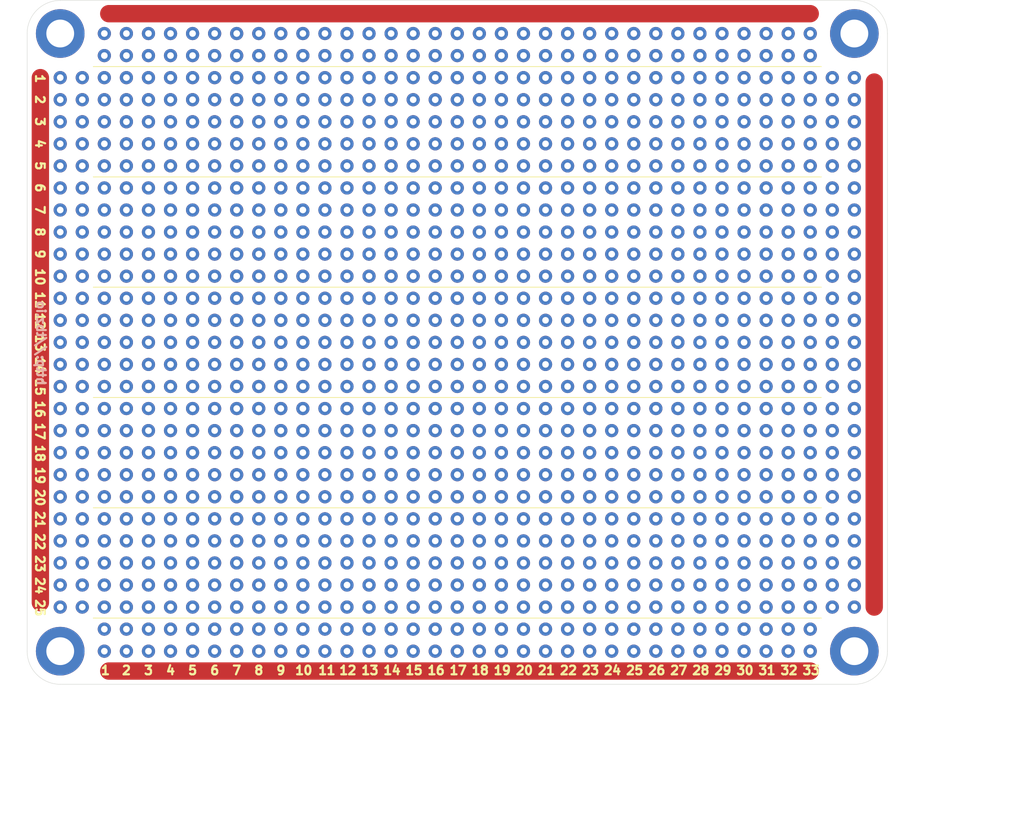
<source format=kicad_pcb>
(kicad_pcb (version 20240108) (generator "pcbnew") (generator_version "8.0")
  (layers (0 "F.Cu" signal) (31 "B.Cu" signal) (34 "B.Paste" user) (35 "F.Paste" user) (36 "B.SilkS" user "B.Silkscreen") (37 "F.SilkS" user "F.Silkscreen") (38 "B.Mask" user) (39 "F.Mask" user) (44 "Edge.Cuts" user))
  (net 0 "")
  (footprint "clipboard:f1908e26-8b60-4e90-9a35-fa57ace5eaad" (layer "F.Cu") (at 160.02 82.55)
    (property "Reference" "")
    (property "Value" "")
  )
  (footprint "clipboard:f1908e26-8b60-4e90-9a35-fa57ace5eaad" (layer "F.Cu") (at 132.08 107.95)
    (property "Reference" "")
    (property "Value" "")
  )
  (footprint "clipboard:f1908e26-8b60-4e90-9a35-fa57ace5eaad" (layer "F.Cu") (at 106.68 90.17)
    (property "Reference" "")
    (property "Value" "")
  )
  (footprint "clipboard:f1908e26-8b60-4e90-9a35-fa57ace5eaad" (layer "F.Cu") (at 193.04 115.57)
    (property "Reference" "")
    (property "Value" "")
  )
  (footprint "clipboard:f1908e26-8b60-4e90-9a35-fa57ace5eaad" (layer "F.Cu") (at 147.32 115.57)
    (property "Reference" "")
    (property "Value" "")
  )
  (footprint "clipboard:f1908e26-8b60-4e90-9a35-fa57ace5eaad" (layer "F.Cu") (at 162.56 82.55)
    (property "Reference" "")
    (property "Value" "")
  )
  (footprint "clipboard:f1908e26-8b60-4e90-9a35-fa57ace5eaad" (layer "F.Cu") (at 142.24 107.95)
    (property "Reference" "")
    (property "Value" "")
  )
  (footprint "clipboard:f1908e26-8b60-4e90-9a35-fa57ace5eaad" (layer "F.Cu") (at 175.26 130.81)
    (property "Reference" "")
    (property "Value" "")
  )
  (footprint "clipboard:f1908e26-8b60-4e90-9a35-fa57ace5eaad" (layer "F.Cu") (at 177.8 130.81)
    (property "Reference" "")
    (property "Value" "")
  )
  (footprint "clipboard:f1908e26-8b60-4e90-9a35-fa57ace5eaad" (layer "F.Cu") (at 109.22 90.17)
    (property "Reference" "")
    (property "Value" "")
  )
  (footprint "clipboard:f1908e26-8b60-4e90-9a35-fa57ace5eaad" (layer "F.Cu") (at 127 95.25)
    (property "Reference" "")
    (property "Value" "")
  )
  (footprint "clipboard:f1908e26-8b60-4e90-9a35-fa57ace5eaad" (layer "F.Cu") (at 139.7 85.09)
    (property "Reference" "")
    (property "Value" "")
  )
  (footprint "clipboard:f1908e26-8b60-4e90-9a35-fa57ace5eaad" (layer "F.Cu") (at 109.22 118.11)
    (property "Reference" "")
    (property "Value" "")
  )
  (footprint "clipboard:f1908e26-8b60-4e90-9a35-fa57ace5eaad" (layer "F.Cu") (at 149.86 107.95)
    (property "Reference" "")
    (property "Value" "")
  )
  (footprint "clipboard:f1908e26-8b60-4e90-9a35-fa57ace5eaad" (layer "F.Cu") (at 104.14 100.33)
    (property "Reference" "")
    (property "Value" "")
  )
  (footprint "clipboard:f1908e26-8b60-4e90-9a35-fa57ace5eaad" (layer "F.Cu") (at 104.14 128.27)
    (property "Reference" "")
    (property "Value" "")
  )
  (footprint "clipboard:f1908e26-8b60-4e90-9a35-fa57ace5eaad" (layer "F.Cu") (at 139.7 118.11)
    (property "Reference" "")
    (property "Value" "")
  )
  (footprint "clipboard:f1908e26-8b60-4e90-9a35-fa57ace5eaad" (layer "F.Cu") (at 170.18 102.87)
    (property "Reference" "")
    (property "Value" "")
  )
  (footprint "clipboard:f1908e26-8b60-4e90-9a35-fa57ace5eaad" (layer "F.Cu") (at 139.7 125.73)
    (property "Reference" "")
    (property "Value" "")
  )
  (footprint "clipboard:f1908e26-8b60-4e90-9a35-fa57ace5eaad" (layer "F.Cu") (at 172.72 100.33)
    (property "Reference" "")
    (property "Value" "")
  )
  (footprint "clipboard:f1908e26-8b60-4e90-9a35-fa57ace5eaad" (layer "F.Cu") (at 175.26 133.35)
    (property "Reference" "")
    (property "Value" "")
  )
  (footprint "clipboard:f1908e26-8b60-4e90-9a35-fa57ace5eaad" (layer "F.Cu") (at 170.18 146.05)
    (property "Reference" "")
    (property "Value" "")
  )
  (footprint "clipboard:f1908e26-8b60-4e90-9a35-fa57ace5eaad" (layer "F.Cu") (at 149.86 133.35)
    (property "Reference" "")
    (property "Value" "")
  )
  (footprint "clipboard:f1908e26-8b60-4e90-9a35-fa57ace5eaad" (layer "F.Cu") (at 180.34 100.33)
    (property "Reference" "")
    (property "Value" "")
  )
  (footprint "clipboard:f1908e26-8b60-4e90-9a35-fa57ace5eaad" (layer "F.Cu") (at 111.76 87.63)
    (property "Reference" "")
    (property "Value" "")
  )
  (footprint "clipboard:f1908e26-8b60-4e90-9a35-fa57ace5eaad" (layer "F.Cu") (at 127 128.27)
    (property "Reference" "")
    (property "Value" "")
  )
  (footprint "clipboard:f1908e26-8b60-4e90-9a35-fa57ace5eaad" (layer "F.Cu") (at 177.8 146.05)
    (property "Reference" "")
    (property "Value" "")
  )
  (footprint "clipboard:f1908e26-8b60-4e90-9a35-fa57ace5eaad" (layer "F.Cu") (at 137.16 95.25)
    (property "Reference" "")
    (property "Value" "")
  )
  (footprint "clipboard:f1908e26-8b60-4e90-9a35-fa57ace5eaad" (layer "F.Cu") (at 165.1 77.47)
    (property "Reference" "")
    (property "Value" "")
  )
  (footprint "clipboard:f1908e26-8b60-4e90-9a35-fa57ace5eaad" (layer "F.Cu") (at 139.7 105.41)
    (property "Reference" "")
    (property "Value" "")
  )
  (footprint "clipboard:f1908e26-8b60-4e90-9a35-fa57ace5eaad" (layer "F.Cu") (at 119.38 115.57)
    (property "Reference" "")
    (property "Value" "")
  )
  (footprint "clipboard:f1908e26-8b60-4e90-9a35-fa57ace5eaad" (layer "F.Cu") (at 101.6 107.95)
    (property "Reference" "")
    (property "Value" "")
  )
  (footprint "clipboard:f1908e26-8b60-4e90-9a35-fa57ace5eaad" (layer "F.Cu") (at 152.4 115.57)
    (property "Reference" "")
    (property "Value" "")
  )
  (footprint "clipboard:f1908e26-8b60-4e90-9a35-fa57ace5eaad" (layer "F.Cu") (at 193.04 120.65)
    (property "Reference" "")
    (property "Value" "")
  )
  (footprint "clipboard:f1908e26-8b60-4e90-9a35-fa57ace5eaad" (layer "F.Cu") (at 154.94 135.89)
    (property "Reference" "")
    (property "Value" "")
  )
  (footprint "clipboard:f1908e26-8b60-4e90-9a35-fa57ace5eaad" (layer "F.Cu") (at 109.22 107.95)
    (property "Reference" "")
    (property "Value" "")
  )
  (footprint "clipboard:f1908e26-8b60-4e90-9a35-fa57ace5eaad" (layer "F.Cu") (at 101.6 82.55)
    (property "Reference" "")
    (property "Value" "")
  )
  (footprint "clipboard:f1908e26-8b60-4e90-9a35-fa57ace5eaad" (layer "F.Cu") (at 149.86 125.73)
    (property "Reference" "")
    (property "Value" "")
  )
  (footprint "clipboard:f1908e26-8b60-4e90-9a35-fa57ace5eaad" (layer "F.Cu") (at 175.26 80.01)
    (property "Reference" "")
    (property "Value" "")
  )
  (footprint "clipboard:f1908e26-8b60-4e90-9a35-fa57ace5eaad" (layer "F.Cu") (at 157.48 113.03)
    (property "Reference" "")
    (property "Value" "")
  )
  (footprint "clipboard:f1908e26-8b60-4e90-9a35-fa57ace5eaad" (layer "F.Cu") (at 109.22 140.97)
    (property "Reference" "")
    (property "Value" "")
  )
  (footprint "clipboard:f1908e26-8b60-4e90-9a35-fa57ace5eaad" (layer "F.Cu") (at 185.42 138.43)
    (property "Reference" "")
    (property "Value" "")
  )
  (footprint "clipboard:f1908e26-8b60-4e90-9a35-fa57ace5eaad" (layer "F.Cu") (at 101.6 120.65)
    (property "Reference" "")
    (property "Value" "")
  )
  (footprint "clipboard:f1908e26-8b60-4e90-9a35-fa57ace5eaad" (layer "F.Cu") (at 106.68 118.11)
    (property "Reference" "")
    (property "Value" "")
  )
  (footprint "clipboard:f1908e26-8b60-4e90-9a35-fa57ace5eaad" (layer "F.Cu") (at 139.7 135.89)
    (property "Reference" "")
    (property "Value" "")
  )
  (footprint "clipboard:f1908e26-8b60-4e90-9a35-fa57ace5eaad" (layer "F.Cu") (at 154.94 123.19)
    (property "Reference" "")
    (property "Value" "")
  )
  (footprint "clipboard:f1908e26-8b60-4e90-9a35-fa57ace5eaad" (layer "F.Cu") (at 111.76 82.55)
    (property "Reference" "")
    (property "Value" "")
  )
  (footprint "clipboard:f1908e26-8b60-4e90-9a35-fa57ace5eaad" (layer "F.Cu") (at 137.16 105.41)
    (property "Reference" "")
    (property "Value" "")
  )
  (footprint "clipboard:f1908e26-8b60-4e90-9a35-fa57ace5eaad" (layer "F.Cu") (at 170.18 107.95)
    (property "Reference" "")
    (property "Value" "")
  )
  (footprint "clipboard:f1908e26-8b60-4e90-9a35-fa57ace5eaad" (layer "F.Cu") (at 106.68 82.55)
    (property "Reference" "")
    (property "Value" "")
  )
  (footprint "clipboard:f1908e26-8b60-4e90-9a35-fa57ace5eaad" (layer "F.Cu") (at 132.08 95.25)
    (property "Reference" "")
    (property "Value" "")
  )
  (footprint "clipboard:f1908e26-8b60-4e90-9a35-fa57ace5eaad" (layer "F.Cu") (at 124.46 105.41)
    (property "Reference" "")
    (property "Value" "")
  )
  (footprint "clipboard:f1908e26-8b60-4e90-9a35-fa57ace5eaad" (layer "F.Cu") (at 129.54 115.57)
    (property "Reference" "")
    (property "Value" "")
  )
  (footprint "clipboard:f1908e26-8b60-4e90-9a35-fa57ace5eaad" (layer "F.Cu") (at 127 90.17)
    (property "Reference" "")
    (property "Value" "")
  )
  (footprint "clipboard:f1908e26-8b60-4e90-9a35-fa57ace5eaad" (layer "F.Cu") (at 116.84 133.35)
    (property "Reference" "")
    (property "Value" "")
  )
  (footprint "clipboard:f1908e26-8b60-4e90-9a35-fa57ace5eaad" (layer "F.Cu") (at 139.7 97.79)
    (property "Reference" "")
    (property "Value" "")
  )
  (footprint "clipboard:f1908e26-8b60-4e90-9a35-fa57ace5eaad" (layer "F.Cu") (at 124.46 123.19)
    (property "Reference" "")
    (property "Value" "")
  )
  (footprint "clipboard:f1908e26-8b60-4e90-9a35-fa57ace5eaad" (layer "F.Cu") (at 175.26 135.89)
    (property "Reference" "")
    (property "Value" "")
  )
  (footprint "clipboard:f1908e26-8b60-4e90-9a35-fa57ace5eaad" (layer "F.Cu") (at 139.7 123.19)
    (property "Reference" "")
    (property "Value" "")
  )
  (footprint "clipboard:f1908e26-8b60-4e90-9a35-fa57ace5eaad" (layer "F.Cu") (at 180.34 115.57)
    (property "Reference" "")
    (property "Value" "")
  )
  (footprint "clipboard:f1908e26-8b60-4e90-9a35-fa57ace5eaad" (layer "F.Cu") (at 129.54 80.01)
    (property "Reference" "")
    (property "Value" "")
  )
  (footprint "clipboard:f1908e26-8b60-4e90-9a35-fa57ace5eaad" (layer "F.Cu") (at 137.16 113.03)
    (property "Reference" "")
    (property "Value" "")
  )
  (footprint "clipboard:f1908e26-8b60-4e90-9a35-fa57ace5eaad" (layer "F.Cu") (at 172.72 85.09)
    (property "Reference" "")
    (property "Value" "")
  )
  (footprint "clipboard:f1908e26-8b60-4e90-9a35-fa57ace5eaad" (layer "F.Cu") (at 185.42 143.51)
    (property "Reference" "")
    (property "Value" "")
  )
  (footprint "clipboard:f1908e26-8b60-4e90-9a35-fa57ace5eaad" (layer "F.Cu") (at 157.48 95.25)
    (property "Reference" "")
    (property "Value" "")
  )
  (footprint "clipboard:f1908e26-8b60-4e90-9a35-fa57ace5eaad" (layer "F.Cu") (at 182.88 97.79)
    (property "Reference" "")
    (property "Value" "")
  )
  (footprint "clipboard:f1908e26-8b60-4e90-9a35-fa57ace5eaad" (layer "F.Cu") (at 109.22 95.25)
    (property "Reference" "")
    (property "Value" "")
  )
  (footprint "clipboard:f1908e26-8b60-4e90-9a35-fa57ace5eaad" (layer "F.Cu") (at 119.38 140.97)
    (property "Reference" "")
    (property "Value" "")
  )
  (footprint "MountingHole:MountingHole_3.2mm_M3_DIN965_Pad" (layer "F.Cu") (at 101.6 74.93)
    (property "Reference" "H1" (hide yes))
    (property "Value" "MountingHole_Pad")
  )
  (footprint "clipboard:f1908e26-8b60-4e90-9a35-fa57ace5eaad" (layer "F.Cu") (at 124.46 118.11)
    (property "Reference" "")
    (property "Value" "")
  )
  (footprint "clipboard:f1908e26-8b60-4e90-9a35-fa57ace5eaad" (layer "F.Cu") (at 165.1 125.73)
    (property "Reference" "")
    (property "Value" "")
  )
  (footprint "clipboard:f1908e26-8b60-4e90-9a35-fa57ace5eaad" (layer "F.Cu") (at 142.24 92.71)
    (property "Reference" "")
    (property "Value" "")
  )
  (footprint "clipboard:f1908e26-8b60-4e90-9a35-fa57ace5eaad" (layer "F.Cu") (at 119.38 123.19)
    (property "Reference" "")
    (property "Value" "")
  )
  (footprint "clipboard:f1908e26-8b60-4e90-9a35-fa57ace5eaad" (layer "F.Cu") (at 139.7 113.03)
    (property "Reference" "")
    (property "Value" "")
  )
  (footprint "clipboard:f1908e26-8b60-4e90-9a35-fa57ace5eaad" (layer "F.Cu") (at 175.26 87.63)
    (property "Reference" "")
    (property "Value" "")
  )
  (footprint "clipboard:f1908e26-8b60-4e90-9a35-fa57ace5eaad" (layer "F.Cu") (at 175.26 97.79)
    (property "Reference" "")
    (property "Value" "")
  )
  (footprint "clipboard:f1908e26-8b60-4e90-9a35-fa57ace5eaad" (layer "F.Cu") (at 137.16 115.57)
    (property "Reference" "")
    (property "Value" "")
  )
  (footprint "clipboard:f1908e26-8b60-4e90-9a35-fa57ace5eaad" (layer "F.Cu") (at 182.88 113.03)
    (property "Reference" "")
    (property "Value" "")
  )
  (footprint "clipboard:f1908e26-8b60-4e90-9a35-fa57ace5eaad" (layer "F.Cu") (at 142.24 105.41)
    (property "Reference" "")
    (property "Value" "")
  )
  (footprint "clipboard:f1908e26-8b60-4e90-9a35-fa57ace5eaad" (layer "F.Cu") (at 170.18 118.11)
    (property "Reference" "")
    (property "Value" "")
  )
  (footprint "clipboard:f1908e26-8b60-4e90-9a35-fa57ace5eaad" (layer "F.Cu") (at 116.84 105.41)
    (property "Reference" "")
    (property "Value" "")
  )
  (footprint "clipboard:f1908e26-8b60-4e90-9a35-fa57ace5eaad" (layer "F.Cu") (at 172.72 74.93)
    (property "Reference" "")
    (property "Value" "")
  )
  (footprint "clipboard:f1908e26-8b60-4e90-9a35-fa57ace5eaad" (layer "F.Cu") (at 187.96 130.81)
    (property "Reference" "")
    (property "Value" "")
  )
  (footprint "clipboard:f1908e26-8b60-4e90-9a35-fa57ace5eaad" (layer "F.Cu") (at 149.86 118.11)
    (property "Reference" "")
    (property "Value" "")
  )
  (footprint "clipboard:f1908e26-8b60-4e90-9a35-fa57ace5eaad" (layer "F.Cu") (at 177.8 77.47)
    (property "Reference" "")
    (property "Value" "")
  )
  (footprint "clipboard:f1908e26-8b60-4e90-9a35-fa57ace5eaad" (layer "F.Cu") (at 111.76 120.65)
    (property "Reference" "")
    (property "Value" "")
  )
  (footprint "clipboard:f1908e26-8b60-4e90-9a35-fa57ace5eaad" (layer "F.Cu") (at 167.64 143.51)
    (property "Reference" "")
    (property "Value" "")
  )
  (footprint "clipboard:f1908e26-8b60-4e90-9a35-fa57ace5eaad" (layer "F.Cu") (at 142.24 110.49)
    (property "Reference" "")
    (property "Value" "")
  )
  (footprint "clipboard:f1908e26-8b60-4e90-9a35-fa57ace5eaad" (layer "F.Cu") (at 119.38 85.09)
    (property "Reference" "")
    (property "Value" "")
  )
  (footprint "clipboard:f1908e26-8b60-4e90-9a35-fa57ace5eaad" (layer "F.Cu") (at 109.22 120.65)
    (property "Reference" "")
    (property "Value" "")
  )
  (footprint "clipboard:f1908e26-8b60-4e90-9a35-fa57ace5eaad" (layer "F.Cu") (at 132.08 130.81)
    (property "Reference" "")
    (property "Value" "")
  )
  (footprint "clipboard:f1908e26-8b60-4e90-9a35-fa57ace5eaad" (layer "F.Cu") (at 177.8 120.65)
    (property "Reference" "")
    (property "Value" "")
  )
  (footprint "clipboard:f1908e26-8b60-4e90-9a35-fa57ace5eaad" (layer "F.Cu") (at 170.18 82.55)
    (property "Reference" "")
    (property "Value" "")
  )
  (footprint "clipboard:f1908e26-8b60-4e90-9a35-fa57ace5eaad" (layer "F.Cu") (at 185.42 92.71)
    (property "Reference" "")
    (property "Value" "")
  )
  (footprint "clipboard:f1908e26-8b60-4e90-9a35-fa57ace5eaad" (layer "F.Cu") (at 127 80.01)
    (property "Reference" "")
    (property "Value" "")
  )
  (footprint "clipboard:f1908e26-8b60-4e90-9a35-fa57ace5eaad" (layer "F.Cu") (at 109.22 113.03)
    (property "Reference" "")
    (property "Value" "")
  )
  (footprint "clipboard:f1908e26-8b60-4e90-9a35-fa57ace5eaad" (layer "F.Cu") (at 157.48 77.47)
    (property "Reference" "")
    (property "Value" "")
  )
  (footprint "clipboard:f1908e26-8b60-4e90-9a35-fa57ace5eaad" (layer "F.Cu") (at 104.14 95.25)
    (property "Reference" "")
    (property "Value" "")
  )
  (footprint "clipboard:f1908e26-8b60-4e90-9a35-fa57ace5eaad" (layer "F.Cu") (at 134.62 85.09)
    (property "Reference" "")
    (property "Value" "")
  )
  (footprint "clipboard:f1908e26-8b60-4e90-9a35-fa57ace5eaad" (layer "F.Cu") (at 152.4 100.33)
    (property "Reference" "")
    (property "Value" "")
  )
  (footprint "clipboard:f1908e26-8b60-4e90-9a35-fa57ace5eaad" (layer "F.Cu") (at 121.92 128.27)
    (property "Reference" "")
    (property "Value" "")
  )
  (footprint "clipboard:f1908e26-8b60-4e90-9a35-fa57ace5eaad" (layer "F.Cu") (at 116.84 107.95)
    (property "Reference" "")
    (property "Value" "")
  )
  (footprint "clipboard:f1908e26-8b60-4e90-9a35-fa57ace5eaad" (layer "F.Cu") (at 134.62 125.73)
    (property "Reference" "")
    (property "Value" "")
  )
  (footprint "clipboard:f1908e26-8b60-4e90-9a35-fa57ace5eaad" (layer "F.Cu") (at 185.42 118.11)
    (property "Reference" "")
    (property "Value" "")
  )
  (footprint "clipboard:f1908e26-8b60-4e90-9a35-fa57ace5eaad" (layer "F.Cu") (at 172.72 128.27)
    (property "Reference" "")
    (property "Value" "")
  )
  (footprint "clipboard:f1908e26-8b60-4e90-9a35-fa57ace5eaad" (layer "F.Cu") (at 132.08 138.43)
    (property "Reference" "")
    (property "Value" "")
  )
  (footprint "clipboard:f1908e26-8b60-4e90-9a35-fa57ace5eaad" (layer "F.Cu") (at 165.1 135.89)
    (property "Reference" "")
    (property "Value" "")
  )
  (footprint "clipboard:f1908e26-8b60-4e90-9a35-fa57ace5eaad" (layer "F.Cu") (at 142.24 80.01)
    (property "Reference" "")
    (property "Value" "")
  )
  (footprint "clipboard:f1908e26-8b60-4e90-9a35-fa57ace5eaad" (layer "F.Cu") (at 172.72 110.49)
    (property "Reference" "")
    (property "Value" "")
  )
  (footprint "clipboard:f1908e26-8b60-4e90-9a35-fa57ace5eaad" (layer "F.Cu") (at 124.46 110.49)
    (property "Reference" "")
    (property "Value" "")
  )
  (footprint "clipboard:f1908e26-8b60-4e90-9a35-fa57ace5eaad" (layer "F.Cu") (at 116.84 74.93)
    (property "Reference" "")
    (property "Value" "")
  )
  (footprint "clipboard:f1908e26-8b60-4e90-9a35-fa57ace5eaad" (layer "F.Cu") (at 121.92 113.03)
    (property "Reference" "")
    (property "Value" "")
  )
  (footprint "clipboard:f1908e26-8b60-4e90-9a35-fa57ace5eaad" (layer "F.Cu") (at 137.16 128.27)
    (property "Reference" "")
    (property "Value" "")
  )
  (footprint "clipboard:f1908e26-8b60-4e90-9a35-fa57ace5eaad" (layer "F.Cu") (at 190.5 87.63)
    (property "Reference" "")
    (property "Value" "")
  )
  (footprint "clipboard:f1908e26-8b60-4e90-9a35-fa57ace5eaad" (layer "F.Cu") (at 162.56 77.47)
    (property "Reference" "")
    (property "Value" "")
  )
  (footprint "clipboard:f1908e26-8b60-4e90-9a35-fa57ace5eaad" (layer "F.Cu") (at 111.76 133.35)
    (property "Reference" "")
    (property "Value" "")
  )
  (footprint "clipboard:f1908e26-8b60-4e90-9a35-fa57ace5eaad" (layer "F.Cu") (at 167.64 82.55)
    (property "Reference" "")
    (property "Value" "")
  )
  (footprint "clipboard:f1908e26-8b60-4e90-9a35-fa57ace5eaad" (layer "F.Cu") (at 106.68 115.57)
    (property "Reference" "")
    (property "Value" "")
  )
  (footprint "clipboard:f1908e26-8b60-4e90-9a35-fa57ace5eaad" (layer "F.Cu") (at 101.6 123.19)
    (property "Reference" "")
    (property "Value" "")
  )
  (footprint "clipboard:f1908e26-8b60-4e90-9a35-fa57ace5eaad" (layer "F.Cu") (at 142.24 138.43)
    (property "Reference" "")
    (property "Value" "")
  )
  (footprint "clipboard:f1908e26-8b60-4e90-9a35-fa57ace5eaad" (layer "F.Cu") (at 152.4 138.43)
    (property "Reference" "")
    (property "Value" "")
  )
  (footprint "clipboard:f1908e26-8b60-4e90-9a35-fa57ace5eaad" (layer "F.Cu") (at 180.34 107.95)
    (property "Reference" "")
    (property "Value" "")
  )
  (footprint "clipboard:f1908e26-8b60-4e90-9a35-fa57ace5eaad" (layer "F.Cu") (at 172.72 102.87)
    (property "Reference" "")
    (property "Value" "")
  )
  (footprint "clipboard:f1908e26-8b60-4e90-9a35-fa57ace5eaad" (layer "F.Cu") (at 170.18 95.25)
    (property "Reference" "")
    (property "Value" "")
  )
  (footprint "clipboard:f1908e26-8b60-4e90-9a35-fa57ace5eaad" (layer "F.Cu") (at 157.48 90.17)
    (property "Reference" "")
    (property "Value" "")
  )
  (footprint "clipboard:f1908e26-8b60-4e90-9a35-fa57ace5eaad" (layer "F.Cu") (at 157.48 97.79)
    (property "Reference" "")
    (property "Value" "")
  )
  (footprint "clipboard:f1908e26-8b60-4e90-9a35-fa57ace5eaad" (layer "F.Cu") (at 129.54 143.51)
    (property "Reference" "")
    (property "Value" "")
  )
  (footprint "clipboard:f1908e26-8b60-4e90-9a35-fa57ace5eaad" (layer "F.Cu") (at 109.22 77.47)
    (property "Reference" "")
    (property "Value" "")
  )
  (footprint "clipboard:f1908e26-8b60-4e90-9a35-fa57ace5eaad" (layer "F.Cu") (at 127 77.47)
    (property "Reference" "")
    (property "Value" "")
  )
  (footprint "clipboard:f1908e26-8b60-4e90-9a35-fa57ace5eaad" (layer "F.Cu") (at 165.1 123.19)
    (property "Reference" "")
    (property "Value" "")
  )
  (footprint "clipboard:f1908e26-8b60-4e90-9a35-fa57ace5eaad" (layer "F.Cu") (at 160.02 90.17)
    (property "Reference" "")
    (property "Value" "")
  )
  (footprint "clipboard:f1908e26-8b60-4e90-9a35-fa57ace5eaad" (layer "F.Cu") (at 129.54 130.81)
    (property "Reference" "")
    (property "Value" "")
  )
  (footprint "clipboard:f1908e26-8b60-4e90-9a35-fa57ace5eaad" (layer "F.Cu") (at 162.56 90.17)
    (property "Reference" "")
    (property "Value" "")
  )
  (footprint "clipboard:f1908e26-8b60-4e90-9a35-fa57ace5eaad" (layer "F.Cu") (at 193.04 82.55)
    (property "Reference" "")
    (property "Value" "")
  )
  (footprint "clipboard:f1908e26-8b60-4e90-9a35-fa57ace5eaad" (layer "F.Cu") (at 162.56 74.93)
    (property "Reference" "")
    (property "Value" "")
  )
  (footprint "clipboard:f1908e26-8b60-4e90-9a35-fa57ace5eaad" (layer "F.Cu") (at 182.88 85.09)
    (property "Reference" "")
    (property "Value" "")
  )
  (footprint "clipboard:f1908e26-8b60-4e90-9a35-fa57ace5eaad" (layer "F.Cu") (at 119.38 133.35)
    (property "Reference" "")
    (property "Value" "")
  )
  (footprint "clipboard:f1908e26-8b60-4e90-9a35-fa57ace5eaad" (layer "F.Cu") (at 134.62 146.05)
    (property "Reference" "")
    (property "Value" "")
  )
  (footprint "clipboard:f1908e26-8b60-4e90-9a35-fa57ace5eaad" (layer "F.Cu") (at 157.48 146.05)
    (property "Reference" "")
    (property "Value" "")
  )
  (footprint "clipboard:f1908e26-8b60-4e90-9a35-fa57ace5eaad" (layer "F.Cu") (at 147.32 110.49)
    (property "Reference" "")
    (property "Value" "")
  )
  (footprint "clipboard:f1908e26-8b60-4e90-9a35-fa57ace5eaad" (layer "F.Cu") (at 170.18 128.27)
    (property "Reference" "")
    (property "Value" "")
  )
  (footprint "clipboard:f1908e26-8b60-4e90-9a35-fa57ace5eaad" (layer "F.Cu") (at 121.92 125.73)
    (property "Reference" "")
    (property "Value" "")
  )
  (footprint "clipboard:f1908e26-8b60-4e90-9a35-fa57ace5eaad" (layer "F.Cu") (at 137.16 90.17)
    (property "Reference" "")
    (property "Value" "")
  )
  (footprint "clipboard:f1908e26-8b60-4e90-9a35-fa57ace5eaad" (layer "F.Cu") (at 157.48 130.81)
    (property "Reference" "")
    (property "Value" "")
  )
  (footprint "clipboard:f1908e26-8b60-4e90-9a35-fa57ace5eaad" (layer "F.Cu") (at 139.7 140.97)
    (property "Reference" "")
    (property "Value" "")
  )
  (footprint "clipboard:f1908e26-8b60-4e90-9a35-fa57ace5eaad" (layer "F.Cu") (at 190.5 115.57)
    (property "Reference" "")
    (property "Value" "")
  )
  (footprint "clipboard:f1908e26-8b60-4e90-9a35-fa57ace5eaad" (layer "F.Cu") (at 147.32 92.71)
    (property "Reference" "")
    (property "Value" "")
  )
  (footprint "clipboard:f1908e26-8b60-4e90-9a35-fa57ace5eaad" (layer "F.Cu") (at 177.8 125.73)
    (property "Reference" "")
    (property "Value" "")
  )
  (footprint "clipboard:f1908e26-8b60-4e90-9a35-fa57ace5eaad" (layer "F.Cu") (at 175.26 138.43)
    (property "Reference" "")
    (property "Value" "")
  )
  (footprint "clipboard:f1908e26-8b60-4e90-9a35-fa57ace5eaad" (layer "F.Cu") (at 190.5 125.73)
    (property "Reference" "")
    (property "Value" "")
  )
  (footprint "clipboard:f1908e26-8b60-4e90-9a35-fa57ace5eaad" (layer "F.Cu") (at 175.26 100.33)
    (property "Reference" "")
    (property "Value" "")
  )
  (footprint "clipboard:f1908e26-8b60-4e90-9a35-fa57ace5eaad" (layer "F.Cu") (at 129.54 87.63)
    (property "Reference" "")
    (property "Value" "")
  )
  (footprint "clipboard:f1908e26-8b60-4e90-9a35-fa57ace5eaad" (layer "F.Cu") (at 104.14 80.01)
    (property "Reference" "")
    (property "Value" "")
  )
  (footprint "clipboard:f1908e26-8b60-4e90-9a35-fa57ace5eaad" (layer "F.Cu") (at 182.88 77.47)
    (property "Reference" "")
    (property "Value" "")
  )
  (footprint "clipboard:f1908e26-8b60-4e90-9a35-fa57ace5eaad" (layer "F.Cu") (at 132.08 77.47)
    (property "Reference" "")
    (property "Value" "")
  )
  (footprint "clipboard:f1908e26-8b60-4e90-9a35-fa57ace5eaad" (layer "F.Cu") (at 152.4 74.93)
    (property "Reference" "")
    (property "Value" "")
  )
  (footprint "clipboard:f1908e26-8b60-4e90-9a35-fa57ace5eaad" (layer "F.Cu") (at 101.6 110.49)
    (property "Reference" "")
    (property "Value" "")
  )
  (footprint "clipboard:f1908e26-8b60-4e90-9a35-fa57ace5eaad" (layer "F.Cu") (at 109.22 123.19)
    (property "Reference" "")
    (property "Value" "")
  )
  (footprint "clipboard:f1908e26-8b60-4e90-9a35-fa57ace5eaad" (layer "F.Cu") (at 139.7 128.27)
    (property "Reference" "")
    (property "Value" "")
  )
  (footprint "clipboard:f1908e26-8b60-4e90-9a35-fa57ace5eaad" (layer "F.Cu") (at 147.32 77.47)
    (property "Reference" "")
    (property "Value" "")
  )
  (footprint "clipboard:f1908e26-8b60-4e90-9a35-fa57ace5eaad" (layer "F.Cu") (at 111.76 105.41)
    (property "Reference" "")
    (property "Value" "")
  )
  (footprint "clipboard:f1908e26-8b60-4e90-9a35-fa57ace5eaad" (layer "F.Cu") (at 172.72 87.63)
    (property "Reference" "")
    (property "Value" "")
  )
  (footprint "clipboard:f1908e26-8b60-4e90-9a35-fa57ace5eaad" (layer "F.Cu") (at 170.18 133.35)
    (property "Reference" "")
    (property "Value" "")
  )
  (footprint "clipboard:f1908e26-8b60-4e90-9a35-fa57ace5eaad" (layer "F.Cu") (at 154.94 110.49)
    (property "Reference" "")
    (property "Value" "")
  )
  (footprint "clipboard:f1908e26-8b60-4e90-9a35-fa57ace5eaad" (layer "F.Cu") (at 104.14 140.97)
    (property "Reference" "")
    (property "Value" "")
  )
  (footprint "clipboard:f1908e26-8b60-4e90-9a35-fa57ace5eaad" (layer "F.Cu") (at 116.84 95.25)
    (property "Reference" "")
    (property "Value" "")
  )
  (footprint "clipboard:f1908e26-8b60-4e90-9a35-fa57ace5eaad" (layer "F.Cu") (at 147.32 102.87)
    (property "Reference" "")
    (property "Value" "")
  )
  (footprint "clipboard:f1908e26-8b60-4e90-9a35-fa57ace5eaad" (layer "F.Cu") (at 193.04 128.27)
    (property "Reference" "")
    (property "Value" "")
  )
  (footprint "clipboard:f1908e26-8b60-4e90-9a35-fa57ace5eaad" (layer "F.Cu") (at 187.96 85.09)
    (property "Reference" "")
    (property "Value" "")
  )
  (footprint "clipboard:f1908e26-8b60-4e90-9a35-fa57ace5eaad" (layer "F.Cu") (at 144.78 82.55)
    (property "Reference" "")
    (property "Value" "")
  )
  (footprint "clipboard:f1908e26-8b60-4e90-9a35-fa57ace5eaad" (layer "F.Cu") (at 114.3 128.27)
    (property "Reference" "")
    (property "Value" "")
  )
  (footprint "clipboard:f1908e26-8b60-4e90-9a35-fa57ace5eaad" (layer "F.Cu") (at 124.46 85.09)
    (property "Reference" "")
    (property "Value" "")
  )
  (footprint "clipboard:f1908e26-8b60-4e90-9a35-fa57ace5eaad" (layer "F.Cu") (at 170.18 130.81)
    (property "Reference" "")
    (property "Value" "")
  )
  (footprint "clipboard:f1908e26-8b60-4e90-9a35-fa57ace5eaad" (layer "F.Cu") (at 144.78 105.41)
    (property "Reference" "")
    (property "Value" "")
  )
  (footprint "clipboard:f1908e26-8b60-4e90-9a35-fa57ace5eaad" (layer "F.Cu") (at 129.54 113.03)
    (property "Reference" "")
    (property "Value" "")
  )
  (footprint "clipboard:f1908e26-8b60-4e90-9a35-fa57ace5eaad" (layer "F.Cu") (at 154.94 130.81)
    (property "Reference" "")
    (property "Value" "")
  )
  (footprint "clipboard:f1908e26-8b60-4e90-9a35-fa57ace5eaad" (layer "F.Cu") (at 177.8 102.87)
    (property "Reference" "")
    (property "Value" "")
  )
  (footprint "clipboard:f1908e26-8b60-4e90-9a35-fa57ace5eaad" (layer "F.Cu") (at 154.94 118.11)
    (property "Reference" "")
    (property "Value" "")
  )
  (footprint "clipboard:f1908e26-8b60-4e90-9a35-fa57ace5eaad" (layer "F.Cu") (at 160.02 74.93)
    (property "Reference" "")
    (property "Value" "")
  )
  (footprint "clipboard:f1908e26-8b60-4e90-9a35-fa57ace5eaad" (layer "F.Cu") (at 172.72 146.05)
    (property "Reference" "")
    (property "Value" "")
  )
  (footprint "clipboard:f1908e26-8b60-4e90-9a35-fa57ace5eaad" (layer "F.Cu") (at 114.3 97.79)
    (property "Reference" "")
    (property "Value" "")
  )
  (footprint "clipboard:f1908e26-8b60-4e90-9a35-fa57ace5eaad" (layer "F.Cu") (at 175.26 115.57)
    (property "Reference" "")
    (property "Value" "")
  )
  (footprint "clipboard:f1908e26-8b60-4e90-9a35-fa57ace5eaad" (layer "F.Cu") (at 182.88 140.97)
    (property "Reference" "")
    (property "Value" "")
  )
  (footprint "clipboard:f1908e26-8b60-4e90-9a35-fa57ace5eaad" (layer "F.Cu") (at 111.76 95.25)
    (property "Reference" "")
    (property "Value" "")
  )
  (footprint "clipboard:f1908e26-8b60-4e90-9a35-fa57ace5eaad" (layer "F.Cu") (at 170.18 85.09)
    (property "Reference" "")
    (property "Value" "")
  )
  (footprint "clipboard:f1908e26-8b60-4e90-9a35-fa57ace5eaad" (layer "F.Cu") (at 124.46 130.81)
    (property "Reference" "")
    (property "Value" "")
  )
  (footprint "clipboard:f1908e26-8b60-4e90-9a35-fa57ace5eaad" (layer "F.Cu") (at 101.6 97.79)
    (property "Reference" "")
    (property "Value" "")
  )
  (footprint "clipboard:f1908e26-8b60-4e90-9a35-fa57ace5eaad" (layer "F.Cu") (at 182.88 100.33)
    (property "Reference" "")
    (property "Value" "")
  )
  (footprint "clipboard:f1908e26-8b60-4e90-9a35-fa57ace5eaad" (layer "F.Cu") (at 175.26 120.65)
    (property "Reference" "")
    (property "Value" "")
  )
  (footprint "clipboard:f1908e26-8b60-4e90-9a35-fa57ace5eaad" (layer "F.Cu") (at 109.22 135.89)
    (property "Reference" "")
    (property "Value" "")
  )
  (footprint "clipboard:f1908e26-8b60-4e90-9a35-fa57ace5eaad" (layer "F.Cu") (at 147.32 133.35)
    (property "Reference" "")
    (property "Value" "")
  )
  (footprint "clipboard:f1908e26-8b60-4e90-9a35-fa57ace5eaad" (layer "F.Cu") (at 132.08 113.03)
    (property "Reference" "")
    (property "Value" "")
  )
  (footprint "clipboard:f1908e26-8b60-4e90-9a35-fa57ace5eaad" (layer "F.Cu") (at 187.96 140.97)
    (property "Reference" "")
    (property "Value" "")
  )
  (footprint "clipboard:f1908e26-8b60-4e90-9a35-fa57ace5eaad" (layer "F.Cu") (at 177.8 87.63)
    (property "Reference" "")
    (property "Value" "")
  )
  (footprint "clipboard:f1908e26-8b60-4e90-9a35-fa57ace5eaad" (layer "F.Cu") (at 129.54 146.05)
    (property "Reference" "")
    (property "Value" "")
  )
  (footprint "clipboard:f1908e26-8b60-4e90-9a35-fa57ace5eaad" (layer "F.Cu") (at 129.54 140.97)
    (property "Reference" "")
    (property "Value" "")
  )
  (footprint "clipboard:f1908e26-8b60-4e90-9a35-fa57ace5eaad" (layer "F.Cu") (at 121.92 115.57)
    (property "Reference" "")
    (property "Value" "")
  )
  (footprint "clipboard:f1908e26-8b60-4e90-9a35-fa57ace5eaad" (layer "F.Cu") (at 190.5 113.03)
    (property "Reference" "")
    (property "Value" "")
  )
  (footprint "clipboard:f1908e26-8b60-4e90-9a35-fa57ace5eaad" (layer "F.Cu") (at 139.7 80.01)
    (property "Reference" "")
    (property "Value" "")
  )
  (footprint "clipboard:f1908e26-8b60-4e90-9a35-fa57ace5eaad" (layer "F.Cu") (at 154.94 146.05)
    (property "Reference" "")
    (property "Value" "")
  )
  (footprint "clipboard:f1908e26-8b60-4e90-9a35-fa57ace5eaad" (layer "F.Cu") (at 134.62 102.87)
    (property "Reference" "")
    (property "Value" "")
  )
  (footprint "clipboard:f1908e26-8b60-4e90-9a35-fa57ace5eaad" (layer "F.Cu") (at 121.92 100.33)
    (property "Reference" "")
    (property "Value" "")
  )
  (footprint "clipboard:f1908e26-8b60-4e90-9a35-fa57ace5eaad" (layer "F.Cu") (at 137.16 120.65)
    (property "Reference" "")
    (property "Value" "")
  )
  (footprint "clipboard:f1908e26-8b60-4e90-9a35-fa57ace5eaad" (layer "F.Cu") (at 127 146.05)
    (property "Reference" "")
    (property "Value" "")
  )
  (footprint "clipboard:f1908e26-8b60-4e90-9a35-fa57ace5eaad" (layer "F.Cu") (at 182.88 120.65)
    (property "Reference" "")
    (property "Value" "")
  )
  (footprint "clipboard:f1908e26-8b60-4e90-9a35-fa57ace5eaad" (layer "F.Cu") (at 187.96 125.73)
    (property "Reference" "")
    (property "Value" "")
  )
  (footprint "clipboard:f1908e26-8b60-4e90-9a35-fa57ace5eaad" (layer "F.Cu") (at 109.22 97.79)
    (property "Reference" "")
    (property "Value" "")
  )
  (footprint "clipboard:f1908e26-8b60-4e90-9a35-fa57ace5eaad" (layer "F.Cu") (at 144.78 146.05)
    (property "Reference" "")
    (property "Value" "")
  )
  (footprint "MountingHole:MountingHole_3.2mm_M3_DIN965_Pad" (layer "F.Cu") (at 193.04 74.93)
    (property "Reference" "H2" (hide yes))
    (property "Value" "MountingHole_Pad")
  )
  (footprint "clipboard:f1908e26-8b60-4e90-9a35-fa57ace5eaad" (layer "F.Cu") (at 134.62 97.79)
    (property "Reference" "")
    (property "Value" "")
  )
  (footprint "clipboard:f1908e26-8b60-4e90-9a35-fa57ace5eaad" (layer "F.Cu") (at 127 125.73)
    (property "Reference" "")
    (property "Value" "")
  )
  (footprint "clipboard:f1908e26-8b60-4e90-9a35-fa57ace5eaad" (layer "F.Cu") (at 175.26 140.97)
    (property "Reference" "")
    (property "Value" "")
  )
  (footprint "clipboard:f1908e26-8b60-4e90-9a35-fa57ace5eaad" (layer "F.Cu") (at 134.62 90.17)
    (property "Reference" "")
    (property "Value" "")
  )
  (footprint "clipboard:f1908e26-8b60-4e90-9a35-fa57ace5eaad" (layer "F.Cu") (at 177.8 107.95)
    (property "Reference" "")
    (property "Value" "")
  )
  (footprint "clipboard:f1908e26-8b60-4e90-9a35-fa57ace5eaad" (layer "F.Cu") (at 127 105.41)
    (property "Reference" "")
    (property "Value" "")
  )
  (footprint "clipboard:f1908e26-8b60-4e90-9a35-fa57ace5eaad" (layer "F.Cu") (at 182.88 115.57)
    (property "Reference" "")
    (property "Value" "")
  )
  (footprint "clipboard:f1908e26-8b60-4e90-9a35-fa57ace5eaad" (layer "F.Cu") (at 132.08 133.35)
    (property "Reference" "")
    (property "Value" "")
  )
  (footprint "clipboard:f1908e26-8b60-4e90-9a35-fa57ace5eaad" (layer "F.Cu") (at 177.8 92.71)
    (property "Reference" "")
    (property "Value" "")
  )
  (footprint "clipboard:f1908e26-8b60-4e90-9a35-fa57ace5eaad" (layer "F.Cu") (at 124.46 133.35)
    (property "Reference" "")
    (property "Value" "")
  )
  (footprint "clipboard:f1908e26-8b60-4e90-9a35-fa57ace5eaad" (layer "F.Cu") (at 101.6 92.71)
    (property "Reference" "")
    (property "Value" "")
  )
  (footprint "clipboard:f1908e26-8b60-4e90-9a35-fa57ace5eaad" (layer "F.Cu") (at 104.14 120.65)
    (property "Reference" "")
    (property "Value" "")
  )
  (footprint "clipboard:f1908e26-8b60-4e90-9a35-fa57ace5eaad" (layer "F.Cu") (at 144.78 85.09)
    (property "Reference" "")
    (property "Value" "")
  )
  (footprint "clipboard:f1908e26-8b60-4e90-9a35-fa57ace5eaad" (layer "F.Cu") (at 154.94 90.17)
    (property "Reference" "")
    (property "Value" "")
  )
  (footprint "clipboard:f1908e26-8b60-4e90-9a35-fa57ace5eaad" (layer "F.Cu") (at 134.62 133.35)
    (property "Reference" "")
    (property "Value" "")
  )
  (footprint "clipboard:f1908e26-8b60-4e90-9a35-fa57ace5eaad" (layer "F.Cu") (at 180.34 118.11)
    (property "Reference" "")
    (property "Value" "")
  )
  (footprint "clipboard:f1908e26-8b60-4e90-9a35-fa57ace5eaad" (layer "F.Cu") (at 165.1 100.33)
    (property "Reference" "")
    (property "Value" "")
  )
  (footprint "clipboard:f1908e26-8b60-4e90-9a35-fa57ace5eaad" (layer "F.Cu") (at 175.26 92.71)
    (property "Reference" "")
    (property "Value" "")
  )
  (footprint "clipboard:f1908e26-8b60-4e90-9a35-fa57ace5eaad" (layer "F.Cu") (at 147.32 82.55)
    (property "Reference" "")
    (property "Value" "")
  )
  (footprint "clipboard:f1908e26-8b60-4e90-9a35-fa57ace5eaad" (layer "F.Cu") (at 132.08 140.97)
    (property "Reference" "")
    (property "Value" "")
  )
  (footprint "clipboard:f1908e26-8b60-4e90-9a35-fa57ace5eaad" (layer "F.Cu") (at 162.56 105.41)
    (property "Reference" "")
    (property "Value" "")
  )
  (footprint "clipboard:f1908e26-8b60-4e90-9a35-fa57ace5eaad" (layer "F.Cu") (at 132.08 92.71)
    (property "Reference" "")
    (property "Value" "")
  )
  (footprint "clipboard:f1908e26-8b60-4e90-9a35-fa57ace5eaad" (layer "F.Cu") (at 124.46 90.17)
    (property "Reference" "")
    (property "Value" "")
  )
  (footprint "clipboard:f1908e26-8b60-4e90-9a35-fa57ace5eaad" (layer "F.Cu") (at 116.84 123.19)
    (property "Reference" "")
    (property "Value" "")
  )
  (footprint "clipboard:f1908e26-8b60-4e90-9a35-fa57ace5eaad" (layer "F.Cu") (at 170.18 90.17)
    (property "Reference" "")
    (property "Value" "")
  )
  (footprint "clipboard:f1908e26-8b60-4e90-9a35-fa57ace5eaad" (layer "F.Cu") (at 187.96 97.79)
    (property "Reference" "")
    (property "Value" "")
  )
  (footprint "clipboard:f1908e26-8b60-4e90-9a35-fa57ace5eaad" (layer "F.Cu") (at 124.46 97.79)
    (property "Reference" "")
    (property "Value" "")
  )
  (footprint "clipboard:f1908e26-8b60-4e90-9a35-fa57ace5eaad" (layer "F.Cu") (at 193.04 85.09)
    (property "Reference" "")
    (property "Value" "")
  )
  (footprint "clipboard:f1908e26-8b60-4e90-9a35-fa57ace5eaad" (layer "F.Cu") (at 149.86 95.25)
    (property "Reference" "")
    (property "Value" "")
  )
  (footprint "clipboard:f1908e26-8b60-4e90-9a35-fa57ace5eaad" (layer "F.Cu") (at 160.02 77.47)
    (property "Reference" "")
    (property "Value" "")
  )
  (footprint "clipboard:f1908e26-8b60-4e90-9a35-fa57ace5eaad" (layer "F.Cu") (at 182.88 143.51)
    (property "Reference" "")
    (property "Value" "")
  )
  (footprint "clipboard:f1908e26-8b60-4e90-9a35-fa57ace5eaad" (layer "F.Cu") (at 193.04 90.17)
    (property "Reference" "")
    (property "Value" "")
  )
  (footprint "clipboard:f1908e26-8b60-4e90-9a35-fa57ace5eaad" (layer "F.Cu") (at 160.02 133.35)
    (property "Reference" "")
    (property "Value" "")
  )
  (footprint "clipboard:f1908e26-8b60-4e90-9a35-fa57ace5eaad" (layer "F.Cu") (at 147.32 140.97)
    (property "Reference" "")
    (property "Value" "")
  )
  (footprint "clipboard:f1908e26-8b60-4e90-9a35-fa57ace5eaad" (layer "F.Cu") (at 190.5 85.09)
    (property "Reference" "")
    (property "Value" "")
  )
  (footprint "clipboard:f1908e26-8b60-4e90-9a35-fa57ace5eaad" (layer "F.Cu") (at 175.26 90.17)
    (property "Reference" "")
    (property "Value" "")
  )
  (footprint "clipboard:f1908e26-8b60-4e90-9a35-fa57ace5eaad" (layer "F.Cu") (at 127 74.93)
    (property "Reference" "")
    (property "Value" "")
  )
  (footprint "clipboard:f1908e26-8b60-4e90-9a35-fa57ace5eaad" (layer "F.Cu") (at 177.8 105.41)
    (property "Reference" "")
    (property "Value" "")
  )
  (footprint "clipboard:f1908e26-8b60-4e90-9a35-fa57ace5eaad" (layer "F.Cu") (at 160.02 110.49)
    (property "Reference" "")
    (property "Value" "")
  )
  (footprint "clipboard:f1908e26-8b60-4e90-9a35-fa57ace5eaad" (layer "F.Cu") (at 162.56 115.57)
    (property "Reference" "")
    (property "Value" "")
  )
  (footprint "clipboard:f1908e26-8b60-4e90-9a35-fa57ace5eaad" (layer "F.Cu") (at 142.24 135.89)
    (property "Reference" "")
    (property "Value" "")
  )
  (footprint "clipboard:f1908e26-8b60-4e90-9a35-fa57ace5eaad" (layer "F.Cu") (at 177.8 138.43)
    (property "Reference" "")
    (property "Value" "")
  )
  (footprint "clipboard:f1908e26-8b60-4e90-9a35-fa57ace5eaad" (layer "F.Cu") (at 121.92 140.97)
    (property "Reference" "")
    (property "Value" "")
  )
  (footprint "clipboard:f1908e26-8b60-4e90-9a35-fa57ace5eaad" (layer "F.Cu") (at 101.6 113.03)
    (property "Reference" "")
    (property "Value" "")
  )
  (footprint "clipboard:f1908e26-8b60-4e90-9a35-fa57ace5eaad" (layer "F.Cu") (at 101.6 90.17)
    (property "Reference" "")
    (property "Value" "")
  )
  (footprint "clipboard:f1908e26-8b60-4e90-9a35-fa57ace5eaad" (layer "F.Cu") (at 142.24 133.35)
    (property "Reference" "")
    (property "Value" "")
  )
  (footprint "MountingHole:MountingHole_3.2mm_M3_DIN965_Pad" (layer "F.Cu") (at 101.6 146.05)
    (property "Reference" "H3" (hide yes))
    (property "Value" "MountingHole_Pad")
  )
  (footprint "clipboard:f1908e26-8b60-4e90-9a35-fa57ace5eaad" (layer "F.Cu") (at 121.92 97.79)
    (property "Reference" "")
    (property "Value" "")
  )
  (footprint "clipboard:f1908e26-8b60-4e90-9a35-fa57ace5eaad" (layer "F.Cu") (at 119.38 118.11)
    (property "Reference" "")
    (property "Value" "")
  )
  (footprint "clipboard:f1908e26-8b60-4e90-9a35-fa57ace5eaad" (layer "F.Cu") (at 137.16 118.11)
    (property "Reference" "")
    (property "Value" "")
  )
  (footprint "clipboard:f1908e26-8b60-4e90-9a35-fa57ace5eaad" (layer "F.Cu") (at 127 107.95)
    (property "Reference" "")
    (property "Value" "")
  )
  (footprint "clipboard:f1908e26-8b60-4e90-9a35-fa57ace5eaad" (layer "F.Cu") (at 162.56 140.97)
    (property "Reference" "")
    (property "Value" "")
  )
  (footprint "clipboard:f1908e26-8b60-4e90-9a35-fa57ace5eaad" (layer "F.Cu") (at 185.42 110.49)
    (property "Reference" "")
    (property "Value" "")
  )
  (footprint "clipboard:f1908e26-8b60-4e90-9a35-fa57ace5eaad" (layer "F.Cu") (at 167.64 107.95)
    (property "Reference" "")
    (property "Value" "")
  )
  (footprint "clipboard:f1908e26-8b60-4e90-9a35-fa57ace5eaad" (layer "F.Cu") (at 162.56 128.27)
    (property "Reference" "")
    (property "Value" "")
  )
  (footprint "clipboard:f1908e26-8b60-4e90-9a35-fa57ace5eaad" (layer "F.Cu") (at 127 130.81)
    (property "Reference" "")
    (property "Value" "")
  )
  (footprint "clipboard:f1908e26-8b60-4e90-9a35-fa57ace5eaad" (layer "F.Cu") (at 132.08 97.79)
    (property "Reference" "")
    (property "Value" "")
  )
  (footprint "clipboard:f1908e26-8b60-4e90-9a35-fa57ace5eaad" (layer "F.Cu") (at 106.68 105.41)
    (property "Reference" "")
    (property "Value" "")
  )
  (footprint "clipboard:f1908e26-8b60-4e90-9a35-fa57ace5eaad" (layer "F.Cu") (at 147.32 113.03)
    (property "Reference" "")
    (property "Value" "")
  )
  (footprint "clipboard:f1908e26-8b60-4e90-9a35-fa57ace5eaad" (layer "F.Cu") (at 137.16 143.51)
    (property "Reference" "")
    (property "Value" "")
  )
  (footprint "clipboard:f1908e26-8b60-4e90-9a35-fa57ace5eaad" (layer "F.Cu") (at 124.46 115.57)
    (property "Reference" "")
    (property "Value" "")
  )
  (footprint "clipboard:f1908e26-8b60-4e90-9a35-fa57ace5eaad" (layer "F.Cu") (at 111.76 143.51)
    (property "Reference" "")
    (property "Value" "")
  )
  (footprint "clipboard:f1908e26-8b60-4e90-9a35-fa57ace5eaad" (layer "F.Cu") (at 114.3 120.65)
    (property "Reference" "")
    (property "Value" "")
  )
  (footprint "clipboard:f1908e26-8b60-4e90-9a35-fa57ace5eaad" (layer "F.Cu") (at 147.32 80.01)
    (property "Reference" "")
    (property "Value" "")
  )
  (footprint "clipboard:f1908e26-8b60-4e90-9a35-fa57ace5eaad" (layer "F.Cu") (at 182.88 130.81)
    (property "Reference" "")
    (property "Value" "")
  )
  (footprint "clipboard:f1908e26-8b60-4e90-9a35-fa57ace5eaad" (layer "F.Cu") (at 142.24 120.65)
    (property "Reference" "")
    (property "Value" "")
  )
  (footprint "clipboard:f1908e26-8b60-4e90-9a35-fa57ace5eaad" (layer "F.Cu") (at 116.84 82.55)
    (property "Reference" "")
    (property "Value" "")
  )
  (footprint "clipboard:f1908e26-8b60-4e90-9a35-fa57ace5eaad" (layer "F.Cu") (at 190.5 130.81)
    (property "Reference" "")
    (property "Value" "")
  )
  (footprint "clipboard:f1908e26-8b60-4e90-9a35-fa57ace5eaad" (layer "F.Cu") (at 114.3 102.87)
    (property "Reference" "")
    (property "Value" "")
  )
  (footprint "clipboard:f1908e26-8b60-4e90-9a35-fa57ace5eaad" (layer "F.Cu") (at 170.18 135.89)
    (property "Reference" "")
    (property "Value" "")
  )
  (footprint "clipboard:f1908e26-8b60-4e90-9a35-fa57ace5eaad" (layer "F.Cu") (at 144.78 110.49)
    (property "Reference" "")
    (property "Value" "")
  )
  (footprint "clipboard:f1908e26-8b60-4e90-9a35-fa57ace5eaad" (layer "F.Cu") (at 119.38 92.71)
    (property "Reference" "")
    (property "Value" "")
  )
  (footprint "clipboard:f1908e26-8b60-4e90-9a35-fa57ace5eaad" (layer "F.Cu") (at 152.4 80.01)
    (property "Reference" "")
    (property "Value" "")
  )
  (footprint "clipboard:f1908e26-8b60-4e90-9a35-fa57ace5eaad" (layer "F.Cu") (at 104.14 102.87)
    (property "Reference" "")
    (property "Value" "")
  )
  (footprint "clipboard:f1908e26-8b60-4e90-9a35-fa57ace5eaad" (layer "F.Cu") (at 167.64 128.27)
    (property "Reference" "")
    (property "Value" "")
  )
  (footprint "clipboard:f1908e26-8b60-4e90-9a35-fa57ace5eaad" (layer "F.Cu") (at 160.02 115.57)
    (property "Reference" "")
    (property "Value" "")
  )
  (footprint "clipboard:f1908e26-8b60-4e90-9a35-fa57ace5eaad" (layer "F.Cu") (at 167.64 97.79)
    (property "Reference" "")
    (property "Value" "")
  )
  (footprint "clipboard:f1908e26-8b60-4e90-9a35-fa57ace5eaad" (layer "F.Cu") (at 152.4 90.17)
    (property "Reference" "")
    (property "Value" "")
  )
  (footprint "clipboard:f1908e26-8b60-4e90-9a35-fa57ace5eaad" (layer "F.Cu") (at 154.94 120.65)
    (property "Reference" "")
    (property "Value" "")
  )
  (footprint "clipboard:f1908e26-8b60-4e90-9a35-fa57ace5eaad" (layer "F.Cu") (at 185.42 80.01)
    (property "Reference" "")
    (property "Value" "")
  )
  (footprint "clipboard:f1908e26-8b60-4e90-9a35-fa57ace5eaad" (layer "F.Cu") (at 101.6 128.27)
    (property "Reference" "")
    (property "Value" "")
  )
  (footprint "clipboard:f1908e26-8b60-4e90-9a35-fa57ace5eaad" (layer "F.Cu") (at 193.04 125.73)
    (property "Reference" "")
    (property "Value" "")
  )
  (footprint "clipboard:f1908e26-8b60-4e90-9a35-fa57ace5eaad" (layer "F.Cu") (at 127 140.97)
    (property "Reference" "")
    (property "Value" "")
  )
  (footprint "clipboard:f1908e26-8b60-4e90-9a35-fa57ace5eaad" (layer "F.Cu") (at 162.56 87.63)
    (property "Reference" "")
    (property "Value" "")
  )
  (footprint "clipboard:f1908e26-8b60-4e90-9a35-fa57ace5eaad" (layer "F.Cu") (at 116.84 140.97)
    (property "Reference" "")
    (property "Value" "")
  )
  (footprint "clipboard:f1908e26-8b60-4e90-9a35-fa57ace5eaad" (layer "F.Cu") (at 149.86 143.51)
    (property "Reference" "")
    (property "Value" "")
  )
  (footprint "clipboard:f1908e26-8b60-4e90-9a35-fa57ace5eaad" (layer "F.Cu") (at 162.56 135.89)
    (property "Reference" "")
    (property "Value" "")
  )
  (footprint "clipboard:f1908e26-8b60-4e90-9a35-fa57ace5eaad" (layer "F.Cu") (at 177.8 100.33)
    (property "Reference" "")
    (property "Value" "")
  )
  (footprint "clipboard:f1908e26-8b60-4e90-9a35-fa57ace5eaad" (layer "F.Cu") (at 175.26 105.41)
    (property "Reference" "")
    (property "Value" "")
  )
  (footprint "clipboard:f1908e26-8b60-4e90-9a35-fa57ace5eaad" (layer "F.Cu") (at 149.86 92.71)
    (property "Reference" "")
    (property "Value" "")
  )
  (footprint "clipboard:f1908e26-8b60-4e90-9a35-fa57ace5eaad" (layer "F.Cu") (at 116.84 87.63)
    (property "Reference" "")
    (property "Value" "")
  )
  (footprint "clipboard:f1908e26-8b60-4e90-9a35-fa57ace5eaad" (layer "F.Cu") (at 137.16 87.63)
    (property "Reference" "")
    (property "Value" "")
  )
  (footprint "clipboard:f1908e26-8b60-4e90-9a35-fa57ace5eaad" (layer "F.Cu") (at 149.86 120.65)
    (property "Reference" "")
    (property "Value" "")
  )
  (footprint "clipboard:f1908e26-8b60-4e90-9a35-fa57ace5eaad" (layer "F.Cu") (at 182.88 128.27)
    (property "Reference" "")
    (property "Value" "")
  )
  (footprint "clipboard:f1908e26-8b60-4e90-9a35-fa57ace5eaad" (layer "F.Cu") (at 109.22 85.09)
    (property "Reference" "")
    (property "Value" "")
  )
  (footprint "clipboard:f1908e26-8b60-4e90-9a35-fa57ace5eaad" (layer "F.Cu") (at 157.48 107.95)
    (property "Reference" "")
    (property "Value" "")
  )
  (footprint "clipboard:f1908e26-8b60-4e90-9a35-fa57ace5eaad" (layer "F.Cu") (at 104.14 130.81)
    (property "Reference" "")
    (property "Value" "")
  )
  (footprint "clipboard:f1908e26-8b60-4e90-9a35-fa57ace5eaad" (layer "F.Cu") (at 121.92 80.01)
    (property "Reference" "")
    (property "Value" "")
  )
  (footprint "clipboard:f1908e26-8b60-4e90-9a35-fa57ace5eaad" (layer "F.Cu") (at 129.54 128.27)
    (property "Reference" "")
    (property "Value" "")
  )
  (footprint "clipboard:f1908e26-8b60-4e90-9a35-fa57ace5eaad" (layer "F.Cu") (at 137.16 74.93)
    (property "Reference" "")
    (property "Value" "")
  )
  (footprint "clipboard:f1908e26-8b60-4e90-9a35-fa57ace5eaad" (layer "F.Cu") (at 152.4 113.03)
    (property "Reference" "")
    (property "Value" "")
  )
  (footprint "clipboard:f1908e26-8b60-4e90-9a35-fa57ace5eaad" (layer "F.Cu") (at 147.32 85.09)
    (property "Reference" "")
    (property "Value" "")
  )
  (footprint "clipboard:f1908e26-8b60-4e90-9a35-fa57ace5eaad" (layer "F.Cu") (at 152.4 123.19)
    (property "Reference" "")
    (property "Value" "")
  )
  (footprint "clipboard:f1908e26-8b60-4e90-9a35-fa57ace5eaad" (layer "F.Cu") (at 134.62 135.89)
    (property "Reference" "")
    (property "Value" "")
  )
  (footprint "clipboard:f1908e26-8b60-4e90-9a35-fa57ace5eaad" (layer "F.Cu") (at 137.16 80.01)
    (property "Reference" "")
    (property "Value" "")
  )
  (footprint "clipboard:f1908e26-8b60-4e90-9a35-fa57ace5eaad" (layer "F.Cu") (at 116.84 100.33)
    (property "Reference" "")
    (property "Value" "")
  )
  (footprint "clipboard:f1908e26-8b60-4e90-9a35-fa57ace5eaad" (layer "F.Cu") (at 129.54 138.43)
    (property "Reference" "")
    (property "Value" "")
  )
  (footprint "clipboard:f1908e26-8b60-4e90-9a35-fa57ace5eaad" (layer "F.Cu") (at 172.72 133.35)
    (property "Reference" "")
    (property "Value" "")
  )
  (footprint "clipboard:f1908e26-8b60-4e90-9a35-fa57ace5eaad" (layer "F.Cu") (at 185.42 90.17)
    (property "Reference" "")
    (property "Value" "")
  )
  (footprint "clipboard:f1908e26-8b60-4e90-9a35-fa57ace5eaad" (layer "F.Cu") (at 114.3 105.41)
    (property "Reference" "")
    (property "Value" "")
  )
  (footprint "clipboard:f1908e26-8b60-4e90-9a35-fa57ace5eaad" (layer "F.Cu") (at 167.64 118.11)
    (property "Reference" "")
    (property "Value" "")
  )
  (footprint "clipboard:f1908e26-8b60-4e90-9a35-fa57ace5eaad" (layer "F.Cu") (at 160.02 107.95)
    (property "Reference" "")
    (property "Value" "")
  )
  (footprint "clipboard:f1908e26-8b60-4e90-9a35-fa57ace5eaad" (layer "F.Cu") (at 132.08 80.01)
    (property "Reference" "")
    (property "Value" "")
  )
  (footprint "clipboard:f1908e26-8b60-4e90-9a35-fa57ace5eaad" (layer "F.Cu") (at 137.16 82.55)
    (property "Reference" "")
    (property "Value" "")
  )
  (footprint "clipboard:f1908e26-8b60-4e90-9a35-fa57ace5eaad" (layer "F.Cu") (at 167.64 90.17)
    (property "Reference" "")
    (property "Value" "")
  )
  (footprint "clipboard:f1908e26-8b60-4e90-9a35-fa57ace5eaad" (layer "F.Cu") (at 187.96 107.95)
    (property "Reference" "")
    (property "Value" "")
  )
  (footprint "clipboard:f1908e26-8b60-4e90-9a35-fa57ace5eaad" (layer "F.Cu") (at 114.3 130.81)
    (property "Reference" "")
    (property "Value" "")
  )
  (footprint "clipboard:f1908e26-8b60-4e90-9a35-fa57ace5eaad" (layer "F.Cu") (at 149.86 146.05)
    (property "Reference" "")
    (property "Value" "")
  )
  (footprint "clipboard:f1908e26-8b60-4e90-9a35-fa57ace5eaad" (layer "F.Cu") (at 124.46 102.87)
    (property "Reference" "")
    (property "Value" "")
  )
  (footprint "clipboard:f1908e26-8b60-4e90-9a35-fa57ace5eaad" (layer "F.Cu") (at 152.4 82.55)
    (property "Reference" "")
    (property "Value" "")
  )
  (footprint "clipboard:f1908e26-8b60-4e90-9a35-fa57ace5eaad" (layer "F.Cu") (at 129.54 135.89)
    (property "Reference" "")
    (property "Value" "")
  )
  (footprint "clipboard:f1908e26-8b60-4e90-9a35-fa57ace5eaad" (layer "F.Cu") (at 154.94 74.93)
    (property "Reference" "")
    (property "Value" "")
  )
  (footprint "clipboard:f1908e26-8b60-4e90-9a35-fa57ace5eaad" (layer "F.Cu") (at 187.96 115.57)
    (property "Reference" "")
    (property "Value" "")
  )
  (footprint "clipboard:f1908e26-8b60-4e90-9a35-fa57ace5eaad" (layer "F.Cu") (at 157.48 110.49)
    (property "Reference" "")
    (property "Value" "")
  )
  (footprint "clipboard:f1908e26-8b60-4e90-9a35-fa57ace5eaad" (layer "F.Cu") (at 175.26 123.19)
    (property "Reference" "")
    (property "Value" "")
  )
  (footprint "clipboard:f1908e26-8b60-4e90-9a35-fa57ace5eaad" (layer "F.Cu") (at 160.02 97.79)
    (property "Reference" "")
    (property "Value" "")
  )
  (footprint "clipboard:f1908e26-8b60-4e90-9a35-fa57ace5eaad" (layer "F.Cu") (at 152.4 77.47)
    (property "Reference" "")
    (property "Value" "")
  )
  (footprint "clipboard:f1908e26-8b60-4e90-9a35-fa57ace5eaad" (layer "F.Cu") (at 172.72 140.97)
    (property "Reference" "")
    (property "Value" "")
  )
  (footprint "clipboard:f1908e26-8b60-4e90-9a35-fa57ace5eaad" (layer "F.Cu") (at 185.42 82.55)
    (property "Reference" "")
    (property "Value" "")
  )
  (footprint "clipboard:f1908e26-8b60-4e90-9a35-fa57ace5eaad" (layer "F.Cu") (at 162.56 138.43)
    (property "Reference" "")
    (property "Value" "")
  )
  (footprint "clipboard:f1908e26-8b60-4e90-9a35-fa57ace5eaad" (layer "F.Cu") (at 116.84 138.43)
    (property "Reference" "")
    (property "Value" "")
  )
  (footprint "clipboard:f1908e26-8b60-4e90-9a35-fa57ace5eaad" (layer "F.Cu") (at 116.84 102.87)
    (property "Reference" "")
    (property "Value" "")
  )
  (footprint "clipboard:f1908e26-8b60-4e90-9a35-fa57ace5eaad" (layer "F.Cu") (at 175.26 95.25)
    (property "Reference" "")
    (property "Value" "")
  )
  (footprint "clipboard:f1908e26-8b60-4e90-9a35-fa57ace5eaad" (layer "F.Cu") (at 119.38 135.89)
    (property "Reference" "")
    (property "Value" "")
  )
  (footprint "clipboard:f1908e26-8b60-4e90-9a35-fa57ace5eaad" (layer "F.Cu") (at 187.96 113.03)
    (property "Reference" "")
    (property "Value" "")
  )
  (footprint "clipboard:f1908e26-8b60-4e90-9a35-fa57ace5eaad" (layer "F.Cu") (at 106.68 123.19)
    (property "Reference" "")
    (property "Value" "")
  )
  (footprint "clipboard:f1908e26-8b60-4e90-9a35-fa57ace5eaad" (layer "F.Cu") (at 167.64 130.81)
    (property "Reference" "")
    (property "Value" "")
  )
  (footprint "clipboard:f1908e26-8b60-4e90-9a35-fa57ace5eaad" (layer "F.Cu") (at 109.22 138.43)
    (property "Reference" "")
    (property "Value" "")
  )
  (footprint "clipboard:f1908e26-8b60-4e90-9a35-fa57ace5eaad" (layer "F.Cu") (at 114.3 140.97)
    (property "Reference" "")
    (property "Value" "")
  )
  (footprint "clipboard:f1908e26-8b60-4e90-9a35-fa57ace5eaad" (layer "F.Cu") (at 144.78 120.65)
    (property "Reference" "")
    (property "Value" "")
  )
  (footprint "clipboard:f1908e26-8b60-4e90-9a35-fa57ace5eaad" (layer "F.Cu") (at 177.8 128.27)
    (property "Reference" "")
    (property "Value" "")
  )
  (footprint "clipboard:f1908e26-8b60-4e90-9a35-fa57ace5eaad" (layer "F.Cu") (at 139.7 74.93)
    (property "Reference" "")
    (property "Value" "")
  )
  (footprint "clipboard:f1908e26-8b60-4e90-9a35-fa57ace5eaad" (layer "F.Cu") (at 137.16 85.09)
    (property "Reference" "")
    (property "Value" "")
  )
  (footprint "clipboard:f1908e26-8b60-4e90-9a35-fa57ace5eaad" (layer "F.Cu") (at 142.24 113.03)
    (property "Reference" "")
    (property "Value" "")
  )
  (footprint "clipboard:f1908e26-8b60-4e90-9a35-fa57ace5eaad" (layer "F.Cu") (at 119.38 113.03)
    (property "Reference" "")
    (property "Value" "")
  )
  (footprint "clipboard:f1908e26-8b60-4e90-9a35-fa57ace5eaad" (layer "F.Cu") (at 152.4 85.09)
    (property "Reference" "")
    (property "Value" "")
  )
  (footprint "clipboard:f1908e26-8b60-4e90-9a35-fa57ace5eaad" (layer "F.Cu") (at 182.88 135.89)
    (property "Reference" "")
    (property "Value" "")
  )
  (footprint "clipboard:f1908e26-8b60-4e90-9a35-fa57ace5eaad" (layer "F.Cu") (at 175.26 128.27)
    (property "Reference" "")
    (property "Value" "")
  )
  (footprint "clipboard:f1908e26-8b60-4e90-9a35-fa57ace5eaad" (layer "F.Cu") (at 147.32 130.81)
    (property "Reference" "")
    (property "Value" "")
  )
  (footprint "clipboard:f1908e26-8b60-4e90-9a35-fa57ace5eaad" (layer "F.Cu") (at 187.96 110.49)
    (property "Reference" "")
    (property "Value" "")
  )
  (footprint "clipboard:f1908e26-8b60-4e90-9a35-fa57ace5eaad" (layer "F.Cu") (at 139.7 77.47)
    (property "Reference" "")
    (property "Value" "")
  )
  (footprint "clipboard:f1908e26-8b60-4e90-9a35-fa57ace5eaad" (layer "F.Cu") (at 142.24 130.81)
    (property "Reference" "")
    (property "Value" "")
  )
  (footprint "clipboard:f1908e26-8b60-4e90-9a35-fa57ace5eaad" (layer "F.Cu") (at 132.08 85.09)
    (property "Reference" "")
    (property "Value" "")
  )
  (footprint "clipboard:f1908e26-8b60-4e90-9a35-fa57ace5eaad" (layer "F.Cu") (at 111.76 110.49)
    (property "Reference" "")
    (property "Value" "")
  )
  (footprint "clipboard:f1908e26-8b60-4e90-9a35-fa57ace5eaad" (layer "F.Cu") (at 152.4 97.79)
    (property "Reference" "")
    (property "Value" "")
  )
  (footprint "clipboard:f1908e26-8b60-4e90-9a35-fa57ace5eaad" (layer "F.Cu") (at 142.24 146.05)
    (property "Reference" "")
    (property "Value" "")
  )
  (footprint "clipboard:f1908e26-8b60-4e90-9a35-fa57ace5eaad" (layer "F.Cu") (at 129.54 102.87)
    (property "Reference" "")
    (property "Value" "")
  )
  (footprint "clipboard:f1908e26-8b60-4e90-9a35-fa57ace5eaad" (layer "F.Cu") (at 101.6 85.09)
    (property "Reference" "")
    (property "Value" "")
  )
  (footprint "clipboard:f1908e26-8b60-4e90-9a35-fa57ace5eaad" (layer "F.Cu") (at 167.64 80.01)
    (property "Reference" "")
    (property "Value" "")
  )
  (footprint "clipboard:f1908e26-8b60-4e90-9a35-fa57ace5eaad" (layer "F.Cu") (at 154.94 105.41)
    (property "Reference" "")
    (property "Value" "")
  )
  (footprint "clipboard:f1908e26-8b60-4e90-9a35-fa57ace5eaad" (layer "F.Cu") (at 152.4 125.73)
    (property "Reference" "")
    (property "Value" "")
  )
  (footprint "clipboard:f1908e26-8b60-4e90-9a35-fa57ace5eaad" (layer "F.Cu") (at 180.34 105.41)
    (property "Reference" "")
    (property "Value" "")
  )
  (footprint "clipboard:f1908e26-8b60-4e90-9a35-fa57ace5eaad" (layer "F.Cu") (at 142.24 123.19)
    (property "Reference" "")
    (property "Value" "")
  )
  (footprint "clipboard:f1908e26-8b60-4e90-9a35-fa57ace5eaad" (layer "F.Cu") (at 154.94 143.51)
    (property "Reference" "")
    (property "Value" "")
  )
  (footprint "clipboard:f1908e26-8b60-4e90-9a35-fa57ace5eaad" (layer "F.Cu") (at 129.54 105.41)
    (property "Reference" "")
    (property "Value" "")
  )
  (footprint "clipboard:f1908e26-8b60-4e90-9a35-fa57ace5eaad" (layer "F.Cu") (at 182.88 82.55)
    (property "Reference" "")
    (property "Value" "")
  )
  (footprint "clipboard:f1908e26-8b60-4e90-9a35-fa57ace5eaad" (layer "F.Cu") (at 180.34 80.01)
    (property "Reference" "")
    (property "Value" "")
  )
  (footprint "clipboard:f1908e26-8b60-4e90-9a35-fa57ace5eaad" (layer "F.Cu") (at 149.86 87.63)
    (property "Reference" "")
    (property "Value" "")
  )
  (footprint "clipboard:f1908e26-8b60-4e90-9a35-fa57ace5eaad" (layer "F.Cu") (at 175.26 77.47)
    (property "Reference" "")
    (property "Value" "")
  )
  (footprint "clipboard:f1908e26-8b60-4e90-9a35-fa57ace5eaad" (layer "F.Cu") (at 104.14 105.41)
    (property "Reference" "")
    (property "Value" "")
  )
  (footprint "clipboard:f1908e26-8b60-4e90-9a35-fa57ace5eaad" (layer "F.Cu") (at 121.92 120.65)
    (property "Reference" "")
    (property "Value" "")
  )
  (footprint "clipboard:f1908e26-8b60-4e90-9a35-fa57ace5eaad" (layer "F.Cu") (at 109.22 125.73)
    (property "Reference" "")
    (property "Value" "")
  )
  (footprint "clipboard:f1908e26-8b60-4e90-9a35-fa57ace5eaad" (layer "F.Cu") (at 144.78 113.03)
    (property "Reference" "")
    (property "Value" "")
  )
  (footprint "clipboard:f1908e26-8b60-4e90-9a35-fa57ace5eaad" (layer "F.Cu") (at 182.88 95.25)
    (property "Reference" "")
    (property "Value" "")
  )
  (footprint "clipboard:f1908e26-8b60-4e90-9a35-fa57ace5eaad" (layer "F.Cu") (at 177.8 115.57)
    (property "Reference" "")
    (property "Value" "")
  )
  (footprint "clipboard:f1908e26-8b60-4e90-9a35-fa57ace5eaad" (layer "F.Cu") (at 144.78 107.95)
    (property "Reference" "")
    (property "Value" "")
  )
  (footprint "clipboard:f1908e26-8b60-4e90-9a35-fa57ace5eaad" (layer "F.Cu") (at 124.46 87.63)
    (property "Reference" "")
    (property "Value" "")
  )
  (footprint "clipboard:f1908e26-8b60-4e90-9a35-fa57ace5eaad" (layer "F.Cu") (at 175.26 107.95)
    (property "Reference" "")
    (property "Value" "")
  )
  (footprint "clipboard:f1908e26-8b60-4e90-9a35-fa57ace5eaad" (layer "F.Cu") (at 134.62 87.63)
    (property "Reference" "")
    (property "Value" "")
  )
  (footprint "clipboard:f1908e26-8b60-4e90-9a35-fa57ace5eaad" (layer "F.Cu") (at 152.4 110.49)
    (property "Reference" "")
    (property "Value" "")
  )
  (footprint "clipboard:f1908e26-8b60-4e90-9a35-fa57ace5eaad" (layer "F.Cu") (at 182.88 74.93)
    (property "Reference" "")
    (property "Value" "")
  )
  (footprint "clipboard:f1908e26-8b60-4e90-9a35-fa57ace5eaad" (layer "F.Cu") (at 124.46 100.33)
    (property "Reference" "")
    (property "Value" "")
  )
  (footprint "clipboard:f1908e26-8b60-4e90-9a35-fa57ace5eaad" (layer "F.Cu") (at 134.62 128.27)
    (property "Reference" "")
    (property "Value" "")
  )
  (footprint "clipboard:f1908e26-8b60-4e90-9a35-fa57ace5eaad" (layer "F.Cu") (at 119.38 138.43)
    (property "Reference" "")
    (property "Value" "")
  )
  (footprint "clipboard:f1908e26-8b60-4e90-9a35-fa57ace5eaad" (layer "F.Cu") (at 124.46 120.65)
    (property "Reference" "")
    (property "Value" "")
  )
  (footprint "clipboard:f1908e26-8b60-4e90-9a35-fa57ace5eaad" (layer "F.Cu") (at 172.72 107.95)
    (property "Reference" "")
    (property "Value" "")
  )
  (footprint "clipboard:f1908e26-8b60-4e90-9a35-fa57ace5eaad" (layer "F.Cu") (at 132.08 115.57)
    (property "Reference" "")
    (property "Value" "")
  )
  (footprint "clipboard:f1908e26-8b60-4e90-9a35-fa57ace5eaad" (layer "F.Cu") (at 190.5 80.01)
    (property "Reference" "")
    (property "Value" "")
  )
  (footprint "clipboard:f1908e26-8b60-4e90-9a35-fa57ace5eaad" (layer "F.Cu") (at 170.18 80.01)
    (property "Reference" "")
    (property "Value" "")
  )
  (footprint "clipboard:f1908e26-8b60-4e90-9a35-fa57ace5eaad" (layer "F.Cu") (at 162.56 85.09)
    (property "Reference" "")
    (property "Value" "")
  )
  (footprint "clipboard:f1908e26-8b60-4e90-9a35-fa57ace5eaad" (layer "F.Cu") (at 154.94 97.79)
    (property "Reference" "")
    (property "Value" "")
  )
  (footprint "clipboard:f1908e26-8b60-4e90-9a35-fa57ace5eaad" (layer "F.Cu") (at 121.92 110.49)
    (property "Reference" "")
    (property "Value" "")
  )
  (footprint "clipboard:f1908e26-8b60-4e90-9a35-fa57ace5eaad" (layer "F.Cu") (at 177.8 80.01)
    (property "Reference" "")
    (property "Value" "")
  )
  (footprint "clipboard:f1908e26-8b60-4e90-9a35-fa57ace5eaad" (layer "F.Cu") (at 185.42 107.95)
    (property "Reference" "")
    (property "Value" "")
  )
  (footprint "MountingHole:MountingHole_3.2mm_M3_DIN965_Pad" (layer "F.Cu") (at 193.04 146.05)
    (property "Reference" "H4" (hide yes))
    (property "Value" "MountingHole_Pad")
  )
  (footprint "clipboard:f1908e26-8b60-4e90-9a35-fa57ace5eaad" (layer "F.Cu") (at 139.7 87.63)
    (property "Reference" "")
    (property "Value" "")
  )
  (footprint "clipboard:f1908e26-8b60-4e90-9a35-fa57ace5eaad" (layer "F.Cu") (at 185.42 74.93)
    (property "Reference" "")
    (property "Value" "")
  )
  (footprint "clipboard:f1908e26-8b60-4e90-9a35-fa57ace5eaad" (layer "F.Cu") (at 147.32 105.41)
    (property "Reference" "")
    (property "Value" "")
  )
  (footprint "clipboard:f1908e26-8b60-4e90-9a35-fa57ace5eaad" (layer "F.Cu") (at 187.96 146.05)
    (property "Reference" "")
    (property "Value" "")
  )
  (footprint "clipboard:f1908e26-8b60-4e90-9a35-fa57ace5eaad" (layer "F.Cu") (at 134.62 74.93)
    (property "Reference" "")
    (property "Value" "")
  )
  (footprint "clipboard:f1908e26-8b60-4e90-9a35-fa57ace5eaad" (layer "F.Cu") (at 114.3 135.89)
    (property "Reference" "")
    (property "Value" "")
  )
  (footprint "clipboard:f1908e26-8b60-4e90-9a35-fa57ace5eaad" (layer "F.Cu") (at 167.64 105.41)
    (property "Reference" "")
    (property "Value" "")
  )
  (footprint "clipboard:f1908e26-8b60-4e90-9a35-fa57ace5eaad" (layer "F.Cu") (at 172.72 115.57)
    (property "Reference" "")
    (property "Value" "")
  )
  (footprint "clipboard:f1908e26-8b60-4e90-9a35-fa57ace5eaad" (layer "F.Cu") (at 134.62 95.25)
    (property "Reference" "")
    (property "Value" "")
  )
  (footprint "clipboard:f1908e26-8b60-4e90-9a35-fa57ace5eaad" (layer "F.Cu") (at 157.48 135.89)
    (property "Reference" "")
    (property "Value" "")
  )
  (footprint "clipboard:f1908e26-8b60-4e90-9a35-fa57ace5eaad" (layer "F.Cu") (at 104.14 138.43)
    (property "Reference" "")
    (property "Value" "")
  )
  (footprint "clipboard:f1908e26-8b60-4e90-9a35-fa57ace5eaad" (layer "F.Cu") (at 180.34 85.09)
    (property "Reference" "")
    (property "Value" "")
  )
  (footprint "clipboard:f1908e26-8b60-4e90-9a35-fa57ace5eaad" (layer "F.Cu") (at 142.24 74.93)
    (property "Reference" "")
    (property "Value" "")
  )
  (footprint "clipboard:f1908e26-8b60-4e90-9a35-fa57ace5eaad" (layer "F.Cu") (at 193.04 133.35)
    (property "Reference" "")
    (property "Value" "")
  )
  (footprint "clipboard:f1908e26-8b60-4e90-9a35-fa57ace5eaad" (layer "F.Cu") (at 152.4 92.71)
    (property "Reference" "")
    (property "Value" "")
  )
  (footprint "clipboard:f1908e26-8b60-4e90-9a35-fa57ace5eaad" (layer "F.Cu") (at 124.46 135.89)
    (property "Reference" "")
    (property "Value" "")
  )
  (footprint "clipboard:f1908e26-8b60-4e90-9a35-fa57ace5eaad" (layer "F.Cu") (at 154.94 128.27)
    (property "Reference" "")
    (property "Value" "")
  )
  (footprint "clipboard:f1908e26-8b60-4e90-9a35-fa57ace5eaad" (layer "F.Cu") (at 180.34 92.71)
    (property "Reference" "")
    (property "Value" "")
  )
  (footprint "clipboard:f1908e26-8b60-4e90-9a35-fa57ace5eaad" (layer "F.Cu") (at 106.68 113.03)
    (property "Reference" "")
    (property "Value" "")
  )
  (footprint "clipboard:f1908e26-8b60-4e90-9a35-fa57ace5eaad" (layer "F.Cu") (at 109.22 82.55)
    (property "Reference" "")
    (property "Value" "")
  )
  (footprint "clipboard:f1908e26-8b60-4e90-9a35-fa57ace5eaad" (layer "F.Cu") (at 154.94 82.55)
    (property "Reference" "")
    (property "Value" "")
  )
  (footprint "clipboard:f1908e26-8b60-4e90-9a35-fa57ace5eaad" (layer "F.Cu") (at 111.76 77.47)
    (property "Reference" "")
    (property "Value" "")
  )
  (footprint "clipboard:f1908e26-8b60-4e90-9a35-fa57ace5eaad" (layer "F.Cu") (at 154.94 95.25)
    (property "Reference" "")
    (property "Value" "")
  )
  (footprint "clipboard:f1908e26-8b60-4e90-9a35-fa57ace5eaad" (layer "F.Cu") (at 160.02 102.87)
    (property "Reference" "")
    (property "Value" "")
  )
  (footprint "clipboard:f1908e26-8b60-4e90-9a35-fa57ace5eaad" (layer "F.Cu") (at 124.46 80.01)
    (property "Reference" "")
    (property "Value" "")
  )
  (footprint "clipboard:f1908e26-8b60-4e90-9a35-fa57ace5eaad" (layer "F.Cu") (at 157.48 100.33)
    (property "Reference" "")
    (property "Value" "")
  )
  (footprint "clipboard:f1908e26-8b60-4e90-9a35-fa57ace5eaad" (layer "F.Cu") (at 177.8 90.17)
    (property "Reference" "")
    (property "Value" "")
  )
  (footprint "clipboard:f1908e26-8b60-4e90-9a35-fa57ace5eaad" (layer "F.Cu") (at 193.04 102.87)
    (property "Reference" "")
    (property "Value" "")
  )
  (footprint "clipboard:f1908e26-8b60-4e90-9a35-fa57ace5eaad" (layer "F.Cu") (at 172.72 130.81)
    (property "Reference" "")
    (property "Value" "")
  )
  (footprint "clipboard:f1908e26-8b60-4e90-9a35-fa57ace5eaad" (layer "F.Cu") (at 187.96 95.25)
    (property "Reference" "")
    (property "Value" "")
  )
  (footprint "clipboard:f1908e26-8b60-4e90-9a35-fa57ace5eaad" (layer "F.Cu") (at 144.78 115.57)
    (property "Reference" "")
    (property "Value" "")
  )
  (footprint "clipboard:f1908e26-8b60-4e90-9a35-fa57ace5eaad" (layer "F.Cu") (at 167.64 87.63)
    (property "Reference" "")
    (property "Value" "")
  )
  (footprint "clipboard:f1908e26-8b60-4e90-9a35-fa57ace5eaad" (layer "F.Cu") (at 134.62 115.57)
    (property "Reference" "")
    (property "Value" "")
  )
  (footprint "clipboard:f1908e26-8b60-4e90-9a35-fa57ace5eaad" (layer "F.Cu") (at 111.76 125.73)
    (property "Reference" "")
    (property "Value" "")
  )
  (footprint "clipboard:f1908e26-8b60-4e90-9a35-fa57ace5eaad" (layer "F.Cu") (at 172.72 82.55)
    (property "Reference" "")
    (property "Value" "")
  )
  (footprint "clipboard:f1908e26-8b60-4e90-9a35-fa57ace5eaad" (layer "F.Cu") (at 149.86 113.03)
    (property "Reference" "")
    (property "Value" "")
  )
  (footprint "clipboard:f1908e26-8b60-4e90-9a35-fa57ace5eaad" (layer "F.Cu") (at 119.38 95.25)
    (property "Reference" "")
    (property "Value" "")
  )
  (footprint "clipboard:f1908e26-8b60-4e90-9a35-fa57ace5eaad" (layer "F.Cu") (at 144.78 143.51)
    (property "Reference" "")
    (property "Value" "")
  )
  (footprint "clipboard:f1908e26-8b60-4e90-9a35-fa57ace5eaad" (layer "F.Cu") (at 157.48 87.63)
    (property "Reference" "")
    (property "Value" "")
  )
  (footprint "clipboard:f1908e26-8b60-4e90-9a35-fa57ace5eaad" (layer "F.Cu") (at 109.22 128.27)
    (property "Reference" "")
    (property "Value" "")
  )
  (footprint "clipboard:f1908e26-8b60-4e90-9a35-fa57ace5eaad" (layer "F.Cu") (at 170.18 100.33)
    (property "Reference" "")
    (property "Value" "")
  )
  (footprint "clipboard:f1908e26-8b60-4e90-9a35-fa57ace5eaad" (layer "F.Cu") (at 144.78 74.93)
    (property "Reference" "")
    (property "Value" "")
  )
  (footprint "clipboard:f1908e26-8b60-4e90-9a35-fa57ace5eaad" (layer "F.Cu") (at 167.64 140.97)
    (property "Reference" "")
    (property "Value" "")
  )
  (footprint "clipboard:f1908e26-8b60-4e90-9a35-fa57ace5eaad" (layer "F.Cu") (at 182.88 80.01)
    (property "Reference" "")
    (property "Value" "")
  )
  (footprint "clipboard:f1908e26-8b60-4e90-9a35-fa57ace5eaad" (layer "F.Cu") (at 180.34 123.19)
    (property "Reference" "")
    (property "Value" "")
  )
  (footprint "clipboard:f1908e26-8b60-4e90-9a35-fa57ace5eaad" (layer "F.Cu") (at 121.92 105.41)
    (property "Reference" "")
    (property "Value" "")
  )
  (footprint "clipboard:f1908e26-8b60-4e90-9a35-fa57ace5eaad" (layer "F.Cu") (at 185.42 133.35)
    (property "Reference" "")
    (property "Value" "")
  )
  (footprint "clipboard:f1908e26-8b60-4e90-9a35-fa57ace5eaad" (layer "F.Cu") (at 144.78 130.81)
    (property "Reference" "")
    (property "Value" "")
  )
  (footprint "clipboard:f1908e26-8b60-4e90-9a35-fa57ace5eaad" (layer "F.Cu") (at 167.64 100.33)
    (property "Reference" "")
    (property "Value" "")
  )
  (footprint "clipboard:f1908e26-8b60-4e90-9a35-fa57ace5eaad" (layer "F.Cu") (at 134.62 77.47)
    (property "Reference" "")
    (property "Value" "")
  )
  (footprint "clipboard:f1908e26-8b60-4e90-9a35-fa57ace5eaad" (layer "F.Cu") (at 187.96 105.41)
    (property "Reference" "")
    (property "Value" "")
  )
  (footprint "clipboard:f1908e26-8b60-4e90-9a35-fa57ace5eaad" (layer "F.Cu") (at 121.92 77.47)
    (property "Reference" "")
    (property "Value" "")
  )
  (footprint "clipboard:f1908e26-8b60-4e90-9a35-fa57ace5eaad" (layer "F.Cu") (at 172.72 77.47)
    (property "Reference" "")
    (property "Value" "")
  )
  (footprint "clipboard:f1908e26-8b60-4e90-9a35-fa57ace5eaad" (layer "F.Cu") (at 157.48 125.73)
    (property "Reference" "")
    (property "Value" "")
  )
  (footprint "clipboard:f1908e26-8b60-4e90-9a35-fa57ace5eaad" (layer "F.Cu") (at 182.88 102.87)
    (property "Reference" "")
    (property "Value" "")
  )
  (footprint "clipboard:f1908e26-8b60-4e90-9a35-fa57ace5eaad" (layer "F.Cu") (at 124.46 74.93)
    (property "Reference" "")
    (property "Value" "")
  )
  (footprint "clipboard:f1908e26-8b60-4e90-9a35-fa57ace5eaad" (layer "F.Cu") (at 119.38 74.93)
    (property "Reference" "")
    (property "Value" "")
  )
  (footprint "clipboard:f1908e26-8b60-4e90-9a35-fa57ace5eaad" (layer "F.Cu") (at 109.22 146.05)
    (property "Reference" "")
    (property "Value" "")
  )
  (footprint "clipboard:f1908e26-8b60-4e90-9a35-fa57ace5eaad" (layer "F.Cu") (at 116.84 125.73)
    (property "Reference" "")
    (property "Value" "")
  )
  (footprint "clipboard:f1908e26-8b60-4e90-9a35-fa57ace5eaad" (layer "F.Cu") (at 127 123.19)
    (property "Reference" "")
    (property "Value" "")
  )
  (footprint "clipboard:f1908e26-8b60-4e90-9a35-fa57ace5eaad" (layer "F.Cu") (at 132.08 120.65)
    (property "Reference" "")
    (property "Value" "")
  )
  (footprint "clipboard:f1908e26-8b60-4e90-9a35-fa57ace5eaad" (layer "F.Cu") (at 185.42 102.87)
    (property "Reference" "")
    (property "Value" "")
  )
  (footprint "clipboard:f1908e26-8b60-4e90-9a35-fa57ace5eaad" (layer "F.Cu") (at 127 102.87)
    (property "Reference" "")
    (property "Value" "")
  )
  (footprint "clipboard:f1908e26-8b60-4e90-9a35-fa57ace5eaad" (layer "F.Cu") (at 182.88 146.05)
    (property "Reference" "")
    (property "Value" "")
  )
  (footprint "clipboard:f1908e26-8b60-4e90-9a35-fa57ace5eaad" (layer "F.Cu") (at 154.94 133.35)
    (property "Reference" "")
    (property "Value" "")
  )
  (footprint "clipboard:f1908e26-8b60-4e90-9a35-fa57ace5eaad" (layer "F.Cu") (at 165.1 87.63)
    (property "Reference" "")
    (property "Value" "")
  )
  (footprint "clipboard:f1908e26-8b60-4e90-9a35-fa57ace5eaad" (layer "F.Cu") (at 160.02 128.27)
    (property "Reference" "")
    (property "Value" "")
  )
  (footprint "clipboard:f1908e26-8b60-4e90-9a35-fa57ace5eaad" (layer "F.Cu") (at 127 113.03)
    (property "Reference" "")
    (property "Value" "")
  )
  (footprint "clipboard:f1908e26-8b60-4e90-9a35-fa57ace5eaad" (layer "F.Cu") (at 116.84 128.27)
    (property "Reference" "")
    (property "Value" "")
  )
  (footprint "clipboard:f1908e26-8b60-4e90-9a35-fa57ace5eaad" (layer "F.Cu") (at 185.42 125.73)
    (property "Reference" "")
    (property "Value" "")
  )
  (footprint "clipboard:f1908e26-8b60-4e90-9a35-fa57ace5eaad" (layer "F.Cu") (at 139.7 130.81)
    (property "Reference" "")
    (property "Value" "")
  )
  (footprint "clipboard:f1908e26-8b60-4e90-9a35-fa57ace5eaad" (layer "F.Cu") (at 147.32 87.63)
    (property "Reference" "")
    (property "Value" "")
  )
  (footprint "clipboard:f1908e26-8b60-4e90-9a35-fa57ace5eaad" (layer "F.Cu") (at 114.3 118.11)
    (property "Reference" "")
    (property "Value" "")
  )
  (footprint "clipboard:f1908e26-8b60-4e90-9a35-fa57ace5eaad" (layer "F.Cu") (at 165.1 120.65)
    (property "Reference" "")
    (property "Value" "")
  )
  (footprint "clipboard:f1908e26-8b60-4e90-9a35-fa57ace5eaad" (layer "F.Cu") (at 180.34 82.55)
    (property "Reference" "")
    (property "Value" "")
  )
  (footprint "clipboard:f1908e26-8b60-4e90-9a35-fa57ace5eaad" (layer "F.Cu") (at 182.88 133.35)
    (property "Reference" "")
    (property "Value" "")
  )
  (footprint "clipboard:f1908e26-8b60-4e90-9a35-fa57ace5eaad" (layer "F.Cu") (at 114.3 87.63)
    (property "Reference" "")
    (property "Value" "")
  )
  (footprint "clipboard:f1908e26-8b60-4e90-9a35-fa57ace5eaad" (layer "F.Cu") (at 160.02 85.09)
    (property "Reference" "")
    (property "Value" "")
  )
  (footprint "clipboard:f1908e26-8b60-4e90-9a35-fa57ace5eaad" (layer "F.Cu") (at 119.38 107.95)
    (property "Reference" "")
    (property "Value" "")
  )
  (footprint "clipboard:f1908e26-8b60-4e90-9a35-fa57ace5eaad" (layer "F.Cu") (at 157.48 92.71)
    (property "Reference" "")
    (property "Value" "")
  )
  (footprint "clipboard:f1908e26-8b60-4e90-9a35-fa57ace5eaad" (layer "F.Cu") (at 162.56 97.79)
    (property "Reference" "")
    (property "Value" "")
  )
  (footprint "clipboard:f1908e26-8b60-4e90-9a35-fa57ace5eaad" (layer "F.Cu") (at 127 87.63)
    (property "Reference" "")
    (property "Value" "")
  )
  (footprint "clipboard:f1908e26-8b60-4e90-9a35-fa57ace5eaad" (layer "F.Cu") (at 114.3 133.35)
    (property "Reference" "")
    (property "Value" "")
  )
  (footprint "clipboard:f1908e26-8b60-4e90-9a35-fa57ace5eaad" (layer "F.Cu") (at 170.18 92.71)
    (property "Reference" "")
    (property "Value" "")
  )
  (footprint "clipboard:f1908e26-8b60-4e90-9a35-fa57ace5eaad" (layer "F.Cu") (at 139.7 90.17)
    (property "Reference" "")
    (property "Value" "")
  )
  (footprint "clipboard:f1908e26-8b60-4e90-9a35-fa57ace5eaad" (layer "F.Cu") (at 101.6 100.33)
    (property "Reference" "")
    (property "Value" "")
  )
  (footprint "clipboard:f1908e26-8b60-4e90-9a35-fa57ace5eaad" (layer "F.Cu") (at 114.3 90.17)
    (property "Reference" "")
    (property "Value" "")
  )
  (footprint "clipboard:f1908e26-8b60-4e90-9a35-fa57ace5eaad" (layer "F.Cu") (at 170.18 138.43)
    (property "Reference" "")
    (property "Value" "")
  )
  (footprint "clipboard:f1908e26-8b60-4e90-9a35-fa57ace5eaad" (layer "F.Cu") (at 193.04 138.43)
    (property "Reference" "")
    (property "Value" "")
  )
  (footprint "clipboard:f1908e26-8b60-4e90-9a35-fa57ace5eaad" (layer "F.Cu") (at 187.96 118.11)
    (property "Reference" "")
    (property "Value" "")
  )
  (footprint "clipboard:f1908e26-8b60-4e90-9a35-fa57ace5eaad" (layer "F.Cu") (at 162.56 118.11)
    (property "Reference" "")
    (property "Value" "")
  )
  (footprint "clipboard:f1908e26-8b60-4e90-9a35-fa57ace5eaad" (layer "F.Cu") (at 175.26 143.51)
    (property "Reference" "")
    (property "Value" "")
  )
  (footprint "clipboard:f1908e26-8b60-4e90-9a35-fa57ace5eaad" (layer "F.Cu") (at 185.42 85.09)
    (property "Reference" "")
    (property "Value" "")
  )
  (footprint "clipboard:f1908e26-8b60-4e90-9a35-fa57ace5eaad" (layer "F.Cu") (at 182.88 107.95)
    (property "Reference" "")
    (property "Value" "")
  )
  (footprint "clipboard:f1908e26-8b60-4e90-9a35-fa57ace5eaad" (layer "F.Cu") (at 139.7 100.33)
    (property "Reference" "")
    (property "Value" "")
  )
  (footprint "clipboard:f1908e26-8b60-4e90-9a35-fa57ace5eaad" (layer "F.Cu") (at 157.48 128.27)
    (property "Reference" "")
    (property "Value" "")
  )
  (footprint "clipboard:f1908e26-8b60-4e90-9a35-fa57ace5eaad" (layer "F.Cu") (at 127 82.55)
    (property "Reference" "")
    (property "Value" "")
  )
  (footprint "clipboard:f1908e26-8b60-4e90-9a35-fa57ace5eaad" (layer "F.Cu") (at 134.62 80.01)
    (property "Reference" "")
    (property "Value" "")
  )
  (footprint "clipboard:f1908e26-8b60-4e90-9a35-fa57ace5eaad" (layer "F.Cu") (at 182.88 125.73)
    (property "Reference" "")
    (property "Value" "")
  )
  (footprint "clipboard:f1908e26-8b60-4e90-9a35-fa57ace5eaad" (layer "F.Cu") (at 175.26 113.03)
    (property "Reference" "")
    (property "Value" "")
  )
  (footprint "clipboard:f1908e26-8b60-4e90-9a35-fa57ace5eaad" (layer "F.Cu") (at 137.16 123.19)
    (property "Reference" "")
    (property "Value" "")
  )
  (footprint "clipboard:f1908e26-8b60-4e90-9a35-fa57ace5eaad" (layer "F.Cu") (at 139.7 110.49)
    (property "Reference" "")
    (property "Value" "")
  )
  (footprint "clipboard:f1908e26-8b60-4e90-9a35-fa57ace5eaad" (layer "F.Cu") (at 180.34 138.43)
    (property "Reference" "")
    (property "Value" "")
  )
  (footprint "clipboard:f1908e26-8b60-4e90-9a35-fa57ace5eaad" (layer "F.Cu") (at 119.38 90.17)
    (property "Reference" "")
    (property "Value" "")
  )
  (footprint "clipboard:f1908e26-8b60-4e90-9a35-fa57ace5eaad" (layer "F.Cu") (at 160.02 125.73)
    (property "Reference" "")
    (property "Value" "")
  )
  (footprint "clipboard:f1908e26-8b60-4e90-9a35-fa57ace5eaad" (layer "F.Cu") (at 132.08 90.17)
    (property "Reference" "")
    (property "Value" "")
  )
  (footprint "clipboard:f1908e26-8b60-4e90-9a35-fa57ace5eaad" (layer "F.Cu") (at 170.18 125.73)
    (property "Reference" "")
    (property "Value" "")
  )
  (footprint "clipboard:f1908e26-8b60-4e90-9a35-fa57ace5eaad" (layer "F.Cu") (at 167.64 146.05)
    (property "Reference" "")
    (property "Value" "")
  )
  (footprint "clipboard:f1908e26-8b60-4e90-9a35-fa57ace5eaad" (layer "F.Cu") (at 124.46 107.95)
    (property "Reference" "")
    (property "Value" "")
  )
  (footprint "clipboard:f1908e26-8b60-4e90-9a35-fa57ace5eaad" (layer "F.Cu") (at 124.46 77.47)
    (property "Reference" "")
    (property "Value" "")
  )
  (footprint "clipboard:f1908e26-8b60-4e90-9a35-fa57ace5eaad" (layer "F.Cu") (at 162.56 107.95)
    (property "Reference" "")
    (property "Value" "")
  )
  (footprint "clipboard:f1908e26-8b60-4e90-9a35-fa57ace5eaad" (layer "F.Cu") (at 185.42 120.65)
    (property "Reference" "")
    (property "Value" "")
  )
  (footprint "clipboard:f1908e26-8b60-4e90-9a35-fa57ace5eaad" (layer "F.Cu") (at 177.8 85.09)
    (property "Reference" "")
    (property "Value" "")
  )
  (footprint "clipboard:f1908e26-8b60-4e90-9a35-fa57ace5eaad" (layer "F.Cu") (at 111.76 128.27)
    (property "Reference" "")
    (property "Value" "")
  )
  (footprint "clipboard:f1908e26-8b60-4e90-9a35-fa57ace5eaad" (layer "F.Cu") (at 114.3 85.09)
    (property "Reference" "")
    (property "Value" "")
  )
  (footprint "clipboard:f1908e26-8b60-4e90-9a35-fa57ace5eaad" (layer "F.Cu") (at 187.96 74.93)
    (property "Reference" "")
    (property "Value" "")
  )
  (footprint "clipboard:f1908e26-8b60-4e90-9a35-fa57ace5eaad" (layer "F.Cu") (at 137.16 135.89)
    (property "Reference" "")
    (property "Value" "")
  )
  (footprint "clipboard:f1908e26-8b60-4e90-9a35-fa57ace5eaad" (layer "F.Cu") (at 172.72 120.65)
    (property "Reference" "")
    (property "Value" "")
  )
  (footprint "clipboard:f1908e26-8b60-4e90-9a35-fa57ace5eaad" (layer "F.Cu") (at 152.4 107.95)
    (property "Reference" "")
    (property "Value" "")
  )
  (footprint "clipboard:f1908e26-8b60-4e90-9a35-fa57ace5eaad" (layer "F.Cu") (at 182.88 105.41)
    (property "Reference" "")
    (property "Value" "")
  )
  (footprint "clipboard:f1908e26-8b60-4e90-9a35-fa57ace5eaad" (layer "F.Cu") (at 106.68 125.73)
    (property "Reference" "")
    (property "Value" "")
  )
  (footprint "clipboard:f1908e26-8b60-4e90-9a35-fa57ace5eaad" (layer "F.Cu") (at 144.78 133.35)
    (property "Reference" "")
    (property "Value" "")
  )
  (footprint "clipboard:f1908e26-8b60-4e90-9a35-fa57ace5eaad" (layer "F.Cu") (at 167.64 120.65)
    (property "Reference" "")
    (property "Value" "")
  )
  (footprint "clipboard:f1908e26-8b60-4e90-9a35-fa57ace5eaad" (layer "F.Cu") (at 154.94 102.87)
    (property "Reference" "")
    (property "Value" "")
  )
  (footprint "clipboard:f1908e26-8b60-4e90-9a35-fa57ace5eaad" (layer "F.Cu") (at 119.38 110.49)
    (property "Reference" "")
    (property "Value" "")
  )
  (footprint "clipboard:f1908e26-8b60-4e90-9a35-fa57ace5eaad" (layer "F.Cu") (at 139.7 92.71)
    (property "Reference" "")
    (property "Value" "")
  )
  (footprint "clipboard:f1908e26-8b60-4e90-9a35-fa57ace5eaad" (layer "F.Cu") (at 147.32 128.27)
    (property "Reference" "")
    (property "Value" "")
  )
  (footprint "clipboard:f1908e26-8b60-4e90-9a35-fa57ace5eaad" (layer "F.Cu") (at 177.8 95.25)
    (property "Reference" "")
    (property "Value" "")
  )
  (footprint "clipboard:f1908e26-8b60-4e90-9a35-fa57ace5eaad" (layer "F.Cu") (at 142.24 90.17)
    (property "Reference" "")
    (property "Value" "")
  )
  (footprint "clipboard:f1908e26-8b60-4e90-9a35-fa57ace5eaad" (layer "F.Cu") (at 104.14 107.95)
    (property "Reference" "")
    (property "Value" "")
  )
  (footprint "clipboard:f1908e26-8b60-4e90-9a35-fa57ace5eaad" (layer "F.Cu") (at 177.8 133.35)
    (property "Reference" "")
    (property "Value" "")
  )
  (footprint "clipboard:f1908e26-8b60-4e90-9a35-fa57ace5eaad" (layer "F.Cu") (at 160.02 113.03)
    (property "Reference" "")
    (property "Value" "")
  )
  (footprint "clipboard:f1908e26-8b60-4e90-9a35-fa57ace5eaad" (layer "F.Cu") (at 162.56 120.65)
    (property "Reference" "")
    (property "Value" "")
  )
  (footprint "clipboard:f1908e26-8b60-4e90-9a35-fa57ace5eaad" (layer "F.Cu") (at 124.46 92.71)
    (property "Reference" "")
    (property "Value" "")
  )
  (footprint "clipboard:f1908e26-8b60-4e90-9a35-fa57ace5eaad" (layer "F.Cu") (at 124.46 143.51)
    (property "Reference" "")
    (property "Value" "")
  )
  (footprint "clipboard:f1908e26-8b60-4e90-9a35-fa57ace5eaad" (layer "F.Cu") (at 149.86 135.89)
    (property "Reference" "")
    (property "Value" "")
  )
  (footprint "clipboard:f1908e26-8b60-4e90-9a35-fa57ace5eaad" (layer "F.Cu") (at 157.48 120.65)
    (property "Reference" "")
    (property "Value" "")
  )
  (footprint "clipboard:f1908e26-8b60-4e90-9a35-fa57ace5eaad" (layer "F.Cu") (at 119.38 97.79)
    (property "Reference" "")
    (property "Value" "")
  )
  (footprint "clipboard:f1908e26-8b60-4e90-9a35-fa57ace5eaad" (layer "F.Cu") (at 170.18 87.63)
    (property "Reference" "")
    (property "Value" "")
  )
  (footprint "clipboard:f1908e26-8b60-4e90-9a35-fa57ace5eaad" (layer "F.Cu") (at 167.64 138.43)
    (property "Reference" "")
    (property "Value" "")
  )
  (footprint "clipboard:f1908e26-8b60-4e90-9a35-fa57ace5eaad" (layer "F.Cu") (at 119.38 102.87)
    (property "Reference" "")
    (property "Value" "")
  )
  (footprint "clipboard:f1908e26-8b60-4e90-9a35-fa57ace5eaad" (layer "F.Cu") (at 185.42 128.27)
    (property "Reference" "")
    (property "Value" "")
  )
  (footprint "clipboard:f1908e26-8b60-4e90-9a35-fa57ace5eaad" (layer "F.Cu") (at 129.54 82.55)
    (property "Reference" "")
    (property "Value" "")
  )
  (footprint "clipboard:f1908e26-8b60-4e90-9a35-fa57ace5eaad" (layer "F.Cu") (at 187.96 80.01)
    (property "Reference" "")
    (property "Value" "")
  )
  (footprint "clipboard:f1908e26-8b60-4e90-9a35-fa57ace5eaad" (layer "F.Cu") (at 182.88 110.49)
    (property "Reference" "")
    (property "Value" "")
  )
  (footprint "clipboard:f1908e26-8b60-4e90-9a35-fa57ace5eaad" (layer "F.Cu") (at 172.72 118.11)
    (property "Reference" "")
    (property "Value" "")
  )
  (footprint "clipboard:f1908e26-8b60-4e90-9a35-fa57ace5eaad" (layer "F.Cu") (at 144.78 123.19)
    (property "Reference" "")
    (property "Value" "")
  )
  (footprint "clipboard:f1908e26-8b60-4e90-9a35-fa57ace5eaad" (layer "F.Cu") (at 124.46 128.27)
    (property "Reference" "")
    (property "Value" "")
  )
  (footprint "clipboard:f1908e26-8b60-4e90-9a35-fa57ace5eaad" (layer "F.Cu") (at 182.88 87.63)
    (property "Reference" "")
    (property "Value" "")
  )
  (footprint "clipboard:f1908e26-8b60-4e90-9a35-fa57ace5eaad" (layer "F.Cu") (at 157.48 74.93)
    (property "Reference" "")
    (property "Value" "")
  )
  (footprint "clipboard:f1908e26-8b60-4e90-9a35-fa57ace5eaad" (layer "F.Cu") (at 177.8 97.79)
    (property "Reference" "")
    (property "Value" "")
  )
  (footprint "clipboard:f1908e26-8b60-4e90-9a35-fa57ace5eaad" (layer "F.Cu") (at 119.38 143.51)
    (property "Reference" "")
    (property "Value" "")
  )
  (footprint "clipboard:f1908e26-8b60-4e90-9a35-fa57ace5eaad" (layer "F.Cu") (at 111.76 118.11)
    (property "Reference" "")
    (property "Value" "")
  )
  (footprint "clipboard:f1908e26-8b60-4e90-9a35-fa57ace5eaad" (layer "F.Cu") (at 142.24 77.47)
    (property "Reference" "")
    (property "Value" "")
  )
  (footprint "clipboard:f1908e26-8b60-4e90-9a35-fa57ace5eaad" (layer "F.Cu") (at 114.3 74.93)
    (property "Reference" "")
    (property "Value" "")
  )
  (footprint "clipboard:f1908e26-8b60-4e90-9a35-fa57ace5eaad" (layer "F.Cu") (at 185.42 87.63)
    (property "Reference" "")
    (property "Value" "")
  )
  (footprint "clipboard:f1908e26-8b60-4e90-9a35-fa57ace5eaad" (layer "F.Cu") (at 190.5 123.19)
    (property "Reference" "")
    (property "Value" "")
  )
  (footprint "clipboard:f1908e26-8b60-4e90-9a35-fa57ace5eaad" (layer "F.Cu") (at 187.96 133.35)
    (property "Reference" "")
    (property "Value" "")
  )
  (footprint "clipboard:f1908e26-8b60-4e90-9a35-fa57ace5eaad" (layer "F.Cu") (at 177.8 140.97)
    (property "Reference" "")
    (property "Value" "")
  )
  (footprint "clipboard:f1908e26-8b60-4e90-9a35-fa57ace5eaad" (layer "F.Cu") (at 167.64 102.87)
    (property "Reference" "")
    (property "Value" "")
  )
  (footprint "clipboard:f1908e26-8b60-4e90-9a35-fa57ace5eaad" (layer "F.Cu") (at 106.68 146.05)
    (property "Reference" "")
    (property "Value" "")
  )
  (footprint "clipboard:f1908e26-8b60-4e90-9a35-fa57ace5eaad" (layer "F.Cu") (at 134.62 118.11)
    (property "Reference" "")
    (property "Value" "")
  )
  (footprint "clipboard:f1908e26-8b60-4e90-9a35-fa57ace5eaad" (layer "F.Cu") (at 124.46 125.73)
    (property "Reference" "")
    (property "Value" "")
  )
  (footprint "clipboard:f1908e26-8b60-4e90-9a35-fa57ace5eaad" (layer "F.Cu") (at 193.04 92.71)
    (property "Reference" "")
    (property "Value" "")
  )
  (footprint "clipboard:f1908e26-8b60-4e90-9a35-fa57ace5eaad" (layer "F.Cu") (at 132.08 74.93)
    (property "Reference" "")
    (property "Value" "")
  )
  (footprint "clipboard:f1908e26-8b60-4e90-9a35-fa57ace5eaad" (layer "F.Cu") (at 172.72 97.79)
    (property "Reference" "")
    (property "Value" "")
  )
  (footprint "clipboard:f1908e26-8b60-4e90-9a35-fa57ace5eaad" (layer "F.Cu") (at 139.7 115.57)
    (property "Reference" "")
    (property "Value" "")
  )
  (footprint "clipboard:f1908e26-8b60-4e90-9a35-fa57ace5eaad" (layer "F.Cu") (at 144.78 100.33)
    (property "Reference" "")
    (property "Value" "")
  )
  (footprint "clipboard:f1908e26-8b60-4e90-9a35-fa57ace5eaad" (layer "F.Cu") (at 165.1 102.87)
    (property "Reference" "")
    (property "Value" "")
  )
  (footprint "clipboard:f1908e26-8b60-4e90-9a35-fa57ace5eaad" (layer "F.Cu") (at 187.96 82.55)
    (property "Reference" "")
    (property "Value" "")
  )
  (footprint "clipboard:f1908e26-8b60-4e90-9a35-fa57ace5eaad" (layer "F.Cu") (at 101.6 115.57)
    (property "Reference" "")
    (property "Value" "")
  )
  (footprint "clipboard:f1908e26-8b60-4e90-9a35-fa57ace5eaad" (layer "F.Cu") (at 142.24 128.27)
    (property "Reference" "")
    (property "Value" "")
  )
  (footprint "clipboard:f1908e26-8b60-4e90-9a35-fa57ace5eaad" (layer "F.Cu") (at 144.78 87.63)
    (property "Reference" "")
    (property "Value" "")
  )
  (footprint "clipboard:f1908e26-8b60-4e90-9a35-fa57ace5eaad" (layer "F.Cu") (at 109.22 105.41)
    (property "Reference" "")
    (property "Value" "")
  )
  (footprint "clipboard:f1908e26-8b60-4e90-9a35-fa57ace5eaad" (layer "F.Cu") (at 154.94 115.57)
    (property "Reference" "")
    (property "Value" "")
  )
  (footprint "clipboard:f1908e26-8b60-4e90-9a35-fa57ace5eaad" (layer "F.Cu") (at 193.04 135.89)
    (property "Reference" "")
    (property "Value" "")
  )
  (footprint "clipboard:f1908e26-8b60-4e90-9a35-fa57ace5eaad" (layer "F.Cu") (at 101.6 125.73)
    (property "Reference" "")
    (property "Value" "")
  )
  (footprint "clipboard:f1908e26-8b60-4e90-9a35-fa57ace5eaad" (layer "F.Cu") (at 172.72 80.01)
    (property "Reference" "")
    (property "Value" "")
  )
  (footprint "clipboard:f1908e26-8b60-4e90-9a35-fa57ace5eaad" (layer "F.Cu") (at 111.76 92.71)
    (property "Reference" "")
    (property "Value" "")
  )
  (footprint "clipboard:f1908e26-8b60-4e90-9a35-fa57ace5eaad" (layer "F.Cu") (at 167.64 85.09)
    (property "Reference" "")
    (property "Value" "")
  )
  (footprint "clipboard:f1908e26-8b60-4e90-9a35-fa57ace5eaad" (layer "F.Cu") (at 129.54 97.79)
    (property "Reference" "")
    (property "Value" "")
  )
  (footprint "clipboard:f1908e26-8b60-4e90-9a35-fa57ace5eaad" (layer "F.Cu") (at 137.16 125.73)
    (property "Reference" "")
    (property "Value" "")
  )
  (footprint "clipboard:f1908e26-8b60-4e90-9a35-fa57ace5eaad" (layer "F.Cu") (at 172.72 90.17)
    (property "Reference" "")
    (property "Value" "")
  )
  (footprint "clipboard:f1908e26-8b60-4e90-9a35-fa57ace5eaad" (layer "F.Cu") (at 142.24 118.11)
    (property "Reference" "")
    (property "Value" "")
  )
  (footprint "clipboard:f1908e26-8b60-4e90-9a35-fa57ace5eaad" (layer "F.Cu") (at 111.76 140.97)
    (property "Reference" "")
    (property "Value" "")
  )
  (footprint "clipboard:f1908e26-8b60-4e90-9a35-fa57ace5eaad" (layer "F.Cu") (at 162.56 102.87)
    (property "Reference" "")
    (property "Value" "")
  )
  (footprint "clipboard:f1908e26-8b60-4e90-9a35-fa57ace5eaad" (layer "F.Cu") (at 193.04 110.49)
    (property "Reference" "")
    (property "Value" "")
  )
  (footprint "clipboard:f1908e26-8b60-4e90-9a35-fa57ace5eaad" (layer "F.Cu") (at 152.4 146.05)
    (property "Reference" "")
    (property "Value" "")
  )
  (footprint "clipboard:f1908e26-8b60-4e90-9a35-fa57ace5eaad" (layer "F.Cu") (at 162.56 123.19)
    (property "Reference" "")
    (property "Value" "")
  )
  (footprint "clipboard:f1908e26-8b60-4e90-9a35-fa57ace5eaad" (layer "F.Cu") (at 119.38 80.01)
    (property "Reference" "")
    (property "Value" "")
  )
  (footprint "clipboard:f1908e26-8b60-4e90-9a35-fa57ace5eaad" (layer "F.Cu") (at 180.34 90.17)
    (property "Reference" "")
    (property "Value" "")
  )
  (footprint "clipboard:f1908e26-8b60-4e90-9a35-fa57ace5eaad" (layer "F.Cu") (at 180.34 120.65)
    (property "Reference" "")
    (property "Value" "")
  )
  (footprint "clipboard:f1908e26-8b60-4e90-9a35-fa57ace5eaad" (layer "F.Cu") (at 104.14 87.63)
    (property "Reference" "")
    (property "Value" "")
  )
  (footprint "clipboard:f1908e26-8b60-4e90-9a35-fa57ace5eaad" (layer "F.Cu") (at 124.46 113.03)
    (property "Reference" "")
    (property "Value" "")
  )
  (footprint "clipboard:f1908e26-8b60-4e90-9a35-fa57ace5eaad" (layer "F.Cu") (at 129.54 107.95)
    (property "Reference" "")
    (property "Value" "")
  )
  (footprint "clipboard:f1908e26-8b60-4e90-9a35-fa57ace5eaad" (layer "F.Cu") (at 187.96 77.47)
    (property "Reference" "")
    (property "Value" "")
  )
  (footprint "clipboard:f1908e26-8b60-4e90-9a35-fa57ace5eaad" (layer "F.Cu") (at 160.02 105.41)
    (property "Reference" "")
    (property "Value" "")
  )
  (footprint "clipboard:f1908e26-8b60-4e90-9a35-fa57ace5eaad" (layer "F.Cu") (at 101.6 95.25)
    (property "Reference" "")
    (property "Value" "")
  )
  (footprint "clipboard:f1908e26-8b60-4e90-9a35-fa57ace5eaad" (layer "F.Cu") (at 167.64 77.47)
    (property "Reference" "")
    (property "Value" "")
  )
  (footprint "clipboard:f1908e26-8b60-4e90-9a35-fa57ace5eaad" (layer "F.Cu") (at 152.4 130.81)
    (property "Reference" "")
    (property "Value" "")
  )
  (footprint "clipboard:f1908e26-8b60-4e90-9a35-fa57ace5eaad" (layer "F.Cu") (at 134.62 143.51)
    (property "Reference" "")
    (property "Value" "")
  )
  (footprint "clipboard:f1908e26-8b60-4e90-9a35-fa57ace5eaad" (layer "F.Cu") (at 180.34 128.27)
    (property "Reference" "")
    (property "Value" "")
  )
  (footprint "clipboard:f1908e26-8b60-4e90-9a35-fa57ace5eaad" (layer "F.Cu") (at 106.68 77.47)
    (property "Reference" "")
    (property "Value" "")
  )
  (footprint "clipboard:f1908e26-8b60-4e90-9a35-fa57ace5eaad" (layer "F.Cu") (at 129.54 92.71)
    (property "Reference" "")
    (property "Value" "")
  )
  (footprint "clipboard:f1908e26-8b60-4e90-9a35-fa57ace5eaad" (layer "F.Cu") (at 116.84 77.47)
    (property "Reference" "")
    (property "Value" "")
  )
  (footprint "clipboard:f1908e26-8b60-4e90-9a35-fa57ace5eaad" (layer "F.Cu") (at 154.94 140.97)
    (property "Reference" "")
    (property "Value" "")
  )
  (footprint "clipboard:f1908e26-8b60-4e90-9a35-fa57ace5eaad" (layer "F.Cu") (at 165.1 146.05)
    (property "Reference" "")
    (property "Value" "")
  )
  (footprint "clipboard:f1908e26-8b60-4e90-9a35-fa57ace5eaad" (layer "F.Cu") (at 139.7 107.95)
    (property "Reference" "")
    (property "Value" "")
  )
  (footprint "clipboard:f1908e26-8b60-4e90-9a35-fa57ace5eaad" (layer "F.Cu") (at 167.64 110.49)
    (property "Reference" "")
    (property "Value" "")
  )
  (footprint "clipboard:f1908e26-8b60-4e90-9a35-fa57ace5eaad" (layer "F.Cu") (at 121.92 85.09)
    (property "Reference" "")
    (property "Value" "")
  )
  (footprint "clipboard:f1908e26-8b60-4e90-9a35-fa57ace5eaad" (layer "F.Cu") (at 165.1 133.35)
    (property "Reference" "")
    (property "Value" "")
  )
  (footprint "clipboard:f1908e26-8b60-4e90-9a35-fa57ace5eaad" (layer "F.Cu") (at 134.62 113.03)
    (property "Reference" "")
    (property "Value" "")
  )
  (footprint "clipboard:f1908e26-8b60-4e90-9a35-fa57ace5eaad" (layer "F.Cu") (at 114.3 138.43)
    (property "Reference" "")
    (property "Value" "")
  )
  (footprint "clipboard:f1908e26-8b60-4e90-9a35-fa57ace5eaad" (layer "F.Cu") (at 154.94 80.01)
    (property "Reference" "")
    (property "Value" "")
  )
  (footprint "clipboard:f1908e26-8b60-4e90-9a35-fa57ace5eaad" (layer "F.Cu") (at 154.94 125.73)
    (property "Reference" "")
    (property "Value" "")
  )
  (footprint "clipboard:f1908e26-8b60-4e90-9a35-fa57ace5eaad" (layer "F.Cu") (at 137.16 140.97)
    (property "Reference" "")
    (property "Value" "")
  )
  (footprint "clipboard:f1908e26-8b60-4e90-9a35-fa57ace5eaad" (layer "F.Cu") (at 127 97.79)
    (property "Reference" "")
    (property "Value" "")
  )
  (footprint "clipboard:f1908e26-8b60-4e90-9a35-fa57ace5eaad" (layer "F.Cu") (at 160.02 120.65)
    (property "Reference" "")
    (property "Value" "")
  )
  (footprint "clipboard:f1908e26-8b60-4e90-9a35-fa57ace5eaad" (layer "F.Cu") (at 165.1 90.17)
    (property "Reference" "")
    (property "Value" "")
  )
  (footprint "clipboard:f1908e26-8b60-4e90-9a35-fa57ace5eaad" (layer "F.Cu") (at 127 110.49)
    (property "Reference" "")
    (property "Value" "")
  )
  (footprint "clipboard:f1908e26-8b60-4e90-9a35-fa57ace5eaad" (layer "F.Cu") (at 127 143.51)
    (property "Reference" "")
    (property "Value" "")
  )
  (footprint "clipboard:f1908e26-8b60-4e90-9a35-fa57ace5eaad" (layer "F.Cu") (at 101.6 138.43)
    (property "Reference" "")
    (property "Value" "")
  )
  (footprint "clipboard:f1908e26-8b60-4e90-9a35-fa57ace5eaad" (layer "F.Cu") (at 182.88 118.11)
    (property "Reference" "")
    (property "Value" "")
  )
  (footprint "clipboard:f1908e26-8b60-4e90-9a35-fa57ace5eaad" (layer "F.Cu") (at 149.86 100.33)
    (property "Reference" "")
    (property "Value" "")
  )
  (footprint "clipboard:f1908e26-8b60-4e90-9a35-fa57ace5eaad" (layer "F.Cu") (at 165.1 140.97)
    (property "Reference" "")
    (property "Value" "")
  )
  (footprint "clipboard:f1908e26-8b60-4e90-9a35-fa57ace5eaad" (layer "F.Cu") (at 170.18 115.57)
    (property "Reference" "")
    (property "Value" "")
  )
  (footprint "clipboard:f1908e26-8b60-4e90-9a35-fa57ace5eaad" (layer "F.Cu") (at 167.64 115.57)
    (property "Reference" "")
    (property "Value" "")
  )
  (footprint "clipboard:f1908e26-8b60-4e90-9a35-fa57ace5eaad" (layer "F.Cu") (at 175.26 125.73)
    (property "Reference" "")
    (property "Value" "")
  )
  (footprint "clipboard:f1908e26-8b60-4e90-9a35-fa57ace5eaad" (layer "F.Cu") (at 114.3 77.47)
    (property "Reference" "")
    (property "Value" "")
  )
  (footprint "clipboard:f1908e26-8b60-4e90-9a35-fa57ace5eaad" (layer "F.Cu") (at 132.08 128.27)
    (property "Reference" "")
    (property "Value" "")
  )
  (footprint "clipboard:f1908e26-8b60-4e90-9a35-fa57ace5eaad" (layer "F.Cu") (at 172.72 125.73)
    (property "Reference" "")
    (property "Value" "")
  )
  (footprint "clipboard:f1908e26-8b60-4e90-9a35-fa57ace5eaad" (layer "F.Cu") (at 193.04 130.81)
    (property "Reference" "")
    (property "Value" "")
  )
  (footprint "clipboard:f1908e26-8b60-4e90-9a35-fa57ace5eaad" (layer "F.Cu") (at 116.84 120.65)
    (property "Reference" "")
    (property "Value" "")
  )
  (footprint "clipboard:f1908e26-8b60-4e90-9a35-fa57ace5eaad" (layer "F.Cu") (at 147.32 143.51)
    (property "Reference" "")
    (property "Value" "")
  )
  (footprint "clipboard:f1908e26-8b60-4e90-9a35-fa57ace5eaad" (layer "F.Cu") (at 114.3 107.95)
    (property "Reference" "")
    (property "Value" "")
  )
  (footprint "clipboard:f1908e26-8b60-4e90-9a35-fa57ace5eaad" (layer "F.Cu") (at 152.4 102.87)
    (property "Reference" "")
    (property "Value" "")
  )
  (footprint "clipboard:f1908e26-8b60-4e90-9a35-fa57ace5eaad" (layer "F.Cu") (at 190.5 92.71)
    (property "Reference" "")
    (property "Value" "")
  )
  (footprint "clipboard:f1908e26-8b60-4e90-9a35-fa57ace5eaad" (layer "F.Cu") (at 180.34 87.63)
    (property "Reference" "")
    (property "Value" "")
  )
  (footprint "clipboard:f1908e26-8b60-4e90-9a35-fa57ace5eaad" (layer "F.Cu") (at 187.96 138.43)
    (property "Reference" "")
    (property "Value" "")
  )
  (footprint "clipboard:f1908e26-8b60-4e90-9a35-fa57ace5eaad" (layer "F.Cu") (at 152.4 105.41)
    (property "Reference" "")
    (property "Value" "")
  )
  (footprint "clipboard:f1908e26-8b60-4e90-9a35-fa57ace5eaad" (layer "F.Cu") (at 160.02 140.97)
    (property "Reference" "")
    (property "Value" "")
  )
  (footprint "clipboard:f1908e26-8b60-4e90-9a35-fa57ace5eaad" (layer "F.Cu") (at 165.1 110.49)
    (property "Reference" "")
    (property "Value" "")
  )
  (footprint "clipboard:f1908e26-8b60-4e90-9a35-fa57ace5eaad" (layer "F.Cu") (at 144.78 128.27)
    (property "Reference" "")
    (property "Value" "")
  )
  (footprint "clipboard:f1908e26-8b60-4e90-9a35-fa57ace5eaad" (layer "F.Cu") (at 165.1 97.79)
    (property "Reference" "")
    (property "Value" "")
  )
  (footprint "clipboard:f1908e26-8b60-4e90-9a35-fa57ace5eaad" (layer "F.Cu") (at 137.16 138.43)
    (property "Reference" "")
    (property "Value" "")
  )
  (footprint "clipboard:f1908e26-8b60-4e90-9a35-fa57ace5eaad" (layer "F.Cu") (at 154.94 138.43)
    (property "Reference" "")
    (property "Value" "")
  )
  (footprint "clipboard:f1908e26-8b60-4e90-9a35-fa57ace5eaad" (layer "F.Cu") (at 121.92 143.51)
    (property "Reference" "")
    (property "Value" "")
  )
  (footprint "clipboard:f1908e26-8b60-4e90-9a35-fa57ace5eaad" (layer "F.Cu") (at 137.16 146.05)
    (property "Reference" "")
    (property "Value" "")
  )
  (footprint "clipboard:f1908e26-8b60-4e90-9a35-fa57ace5eaad" (layer "F.Cu") (at 154.94 107.95)
    (property "Reference" "")
    (property "Value" "")
  )
  (footprint "clipboard:f1908e26-8b60-4e90-9a35-fa57ace5eaad" (layer "F.Cu") (at 114.3 125.73)
    (property "Reference" "")
    (property "Value" "")
  )
  (footprint "clipboard:f1908e26-8b60-4e90-9a35-fa57ace5eaad" (layer "F.Cu") (at 144.78 138.43)
    (property "Reference" "")
    (property "Value" "")
  )
  (footprint "clipboard:f1908e26-8b60-4e90-9a35-fa57ace5eaad" (layer "F.Cu") (at 193.04 113.03)
    (property "Reference" "")
    (property "Value" "")
  )
  (footprint "clipboard:f1908e26-8b60-4e90-9a35-fa57ace5eaad" (layer "F.Cu") (at 134.62 138.43)
    (property "Reference" "")
    (property "Value" "")
  )
  (footprint "clipboard:f1908e26-8b60-4e90-9a35-fa57ace5eaad" (layer "F.Cu") (at 132.08 87.63)
    (property "Reference" "")
    (property "Value" "")
  )
  (footprint "clipboard:f1908e26-8b60-4e90-9a35-fa57ace5eaad" (layer "F.Cu") (at 172.72 135.89)
    (property "Reference" "")
    (property "Value" "")
  )
  (footprint "clipboard:f1908e26-8b60-4e90-9a35-fa57ace5eaad" (layer "F.Cu") (at 147.32 95.25)
    (property "Reference" "")
    (property "Value" "")
  )
  (footprint "clipboard:f1908e26-8b60-4e90-9a35-fa57ace5eaad" (layer "F.Cu") (at 129.54 77.47)
    (property "Reference" "")
    (property "Value" "")
  )
  (footprint "clipboard:f1908e26-8b60-4e90-9a35-fa57ace5eaad" (layer "F.Cu") (at 187.96 143.51)
    (property "Reference" "")
    (property "Value" "")
  )
  (footprint "clipboard:f1908e26-8b60-4e90-9a35-fa57ace5eaad" (layer "F.Cu") (at 121.92 130.81)
    (property "Reference" "")
    (property "Value" "")
  )
  (footprint "clipboard:f1908e26-8b60-4e90-9a35-fa57ace5eaad" (layer "F.Cu") (at 124.46 140.97)
    (property "Reference" "")
    (property "Value" "")
  )
  (footprint "clipboard:f1908e26-8b60-4e90-9a35-fa57ace5eaad" (layer "F.Cu") (at 137.16 107.95)
    (property "Reference" "")
    (property "Value" "")
  )
  (footprint "clipboard:f1908e26-8b60-4e90-9a35-fa57ace5eaad" (layer "F.Cu") (at 111.76 123.19)
    (property "Reference" "")
    (property "Value" "")
  )
  (footprint "clipboard:f1908e26-8b60-4e90-9a35-fa57ace5eaad" (layer "F.Cu") (at 152.4 140.97)
    (property "Reference" "")
    (property "Value" "")
  )
  (footprint "clipboard:f1908e26-8b60-4e90-9a35-fa57ace5eaad" (layer "F.Cu") (at 170.18 113.03)
    (property "Reference" "")
    (property "Value" "")
  )
  (footprint "clipboard:f1908e26-8b60-4e90-9a35-fa57ace5eaad" (layer "F.Cu") (at 154.94 87.63)
    (property "Reference" "")
    (property "Value" "")
  )
  (footprint "clipboard:f1908e26-8b60-4e90-9a35-fa57ace5eaad" (layer "F.Cu") (at 109.22 80.01)
    (property "Reference" "")
    (property "Value" "")
  )
  (footprint "clipboard:f1908e26-8b60-4e90-9a35-fa57ace5eaad" (layer "F.Cu") (at 121.92 74.93)
    (property "Reference" "")
    (property "Value" "")
  )
  (footprint "clipboard:f1908e26-8b60-4e90-9a35-fa57ace5eaad" (layer "F.Cu") (at 109.22 87.63)
    (property "Reference" "")
    (property "Value" "")
  )
  (footprint "clipboard:f1908e26-8b60-4e90-9a35-fa57ace5eaad" (layer "F.Cu") (at 170.18 74.93)
    (property "Reference" "")
    (property "Value" "")
  )
  (footprint "clipboard:f1908e26-8b60-4e90-9a35-fa57ace5eaad" (layer "F.Cu") (at 193.04 97.79)
    (property "Reference" "")
    (property "Value" "")
  )
  (footprint "clipboard:f1908e26-8b60-4e90-9a35-fa57ace5eaad" (layer "F.Cu") (at 114.3 123.19)
    (property "Reference" "")
    (property "Value" "")
  )
  (footprint "clipboard:f1908e26-8b60-4e90-9a35-fa57ace5eaad" (layer "F.Cu") (at 180.34 146.05)
    (property "Reference" "")
    (property "Value" "")
  )
  (footprint "clipboard:f1908e26-8b60-4e90-9a35-fa57ace5eaad" (layer "F.Cu") (at 149.86 138.43)
    (property "Reference" "")
    (property "Value" "")
  )
  (footprint "clipboard:f1908e26-8b60-4e90-9a35-fa57ace5eaad" (layer "F.Cu") (at 190.5 107.95)
    (property "Reference" "")
    (property "Value" "")
  )
  (footprint "clipboard:f1908e26-8b60-4e90-9a35-fa57ace5eaad" (layer "F.Cu") (at 177.8 82.55)
    (property "Reference" "")
    (property "Value" "")
  )
  (footprint "clipboard:f1908e26-8b60-4e90-9a35-fa57ace5eaad" (layer "F.Cu") (at 185.42 115.57)
    (property "Reference" "")
    (property "Value" "")
  )
  (footprint "clipboard:f1908e26-8b60-4e90-9a35-fa57ace5eaad" (layer "F.Cu") (at 127 118.11)
    (property "Reference" "")
    (property "Value" "")
  )
  (footprint "clipboard:f1908e26-8b60-4e90-9a35-fa57ace5eaad" (layer "F.Cu") (at 187.96 100.33)
    (property "Reference" "")
    (property "Value" "")
  )
  (footprint "clipboard:f1908e26-8b60-4e90-9a35-fa57ace5eaad" (layer "F.Cu") (at 106.68 128.27)
    (property "Reference" "")
    (property "Value" "")
  )
  (footprint "clipboard:f1908e26-8b60-4e90-9a35-fa57ace5eaad" (layer "F.Cu") (at 152.4 95.25)
    (property "Reference" "")
    (property "Value" "")
  )
  (footprint "clipboard:f1908e26-8b60-4e90-9a35-fa57ace5eaad" (layer "F.Cu") (at 149.86 123.19)
    (property "Reference" "")
    (property "Value" "")
  )
  (footprint "clipboard:f1908e26-8b60-4e90-9a35-fa57ace5eaad" (layer "F.Cu") (at 170.18 143.51)
    (property "Reference" "")
    (property "Value" "")
  )
  (footprint "clipboard:f1908e26-8b60-4e90-9a35-fa57ace5eaad" (layer "F.Cu") (at 193.04 105.41)
    (property "Reference" "")
    (property "Value" "")
  )
  (footprint "clipboard:f1908e26-8b60-4e90-9a35-fa57ace5eaad" (layer "F.Cu") (at 162.56 130.81)
    (property "Reference" "")
    (property "Value" "")
  )
  (footprint "clipboard:f1908e26-8b60-4e90-9a35-fa57ace5eaad" (layer "F.Cu") (at 162.56 110.49)
    (property "Reference" "")
    (property "Value" "")
  )
  (footprint "clipboard:f1908e26-8b60-4e90-9a35-fa57ace5eaad" (layer "F.Cu") (at 157.48 133.35)
    (property "Reference" "")
    (property "Value" "")
  )
  (footprint "clipboard:f1908e26-8b60-4e90-9a35-fa57ace5eaad" (layer "F.Cu") (at 165.1 95.25)
    (property "Reference" "")
    (property "Value" "")
  )
  (footprint "clipboard:f1908e26-8b60-4e90-9a35-fa57ace5eaad" (layer "F.Cu") (at 101.6 102.87)
    (property "Reference" "")
    (property "Value" "")
  )
  (footprint "clipboard:f1908e26-8b60-4e90-9a35-fa57ace5eaad" (layer "F.Cu") (at 111.76 115.57)
    (property "Reference" "")
    (property "Value" "")
  )
  (footprint "clipboard:f1908e26-8b60-4e90-9a35-fa57ace5eaad" (layer "F.Cu") (at 182.88 123.19)
    (property "Reference" "")
    (property "Value" "")
  )
  (footprint "clipboard:f1908e26-8b60-4e90-9a35-fa57ace5eaad" (layer "F.Cu") (at 101.6 130.81)
    (property "Reference" "")
    (property "Value" "")
  )
  (footprint "clipboard:f1908e26-8b60-4e90-9a35-fa57ace5eaad" (layer "F.Cu") (at 106.68 110.49)
    (property "Reference" "")
    (property "Value" "")
  )
  (footprint "clipboard:f1908e26-8b60-4e90-9a35-fa57ace5eaad" (layer "F.Cu") (at 139.7 146.05)
    (property "Reference" "")
    (property "Value" "")
  )
  (footprint "clipboard:f1908e26-8b60-4e90-9a35-fa57ace5eaad" (layer "F.Cu") (at 175.26 146.05)
    (property "Reference" "")
    (property "Value" "")
  )
  (footprint "clipboard:f1908e26-8b60-4e90-9a35-fa57ace5eaad" (layer "F.Cu") (at 116.84 118.11)
    (property "Reference" "")
    (property "Value" "")
  )
  (footprint "clipboard:f1908e26-8b60-4e90-9a35-fa57ace5eaad" (layer "F.Cu") (at 190.5 140.97)
    (property "Reference" "")
    (property "Value" "")
  )
  (footprint "clipboard:f1908e26-8b60-4e90-9a35-fa57ace5eaad" (layer "F.Cu") (at 165.1 85.09)
    (property "Reference" "")
    (property "Value" "")
  )
  (footprint "clipboard:f1908e26-8b60-4e90-9a35-fa57ace5eaad" (layer "F.Cu") (at 116.84 135.89)
    (property "Reference" "")
    (property "Value" "")
  )
  (footprint "clipboard:f1908e26-8b60-4e90-9a35-fa57ace5eaad" (layer "F.Cu") (at 142.24 115.57)
    (property "Reference" "")
    (property "Value" "")
  )
  (footprint "clipboard:f1908e26-8b60-4e90-9a35-fa57ace5eaad" (layer "F.Cu") (at 182.88 90.17)
    (property "Reference" "")
    (property "Value" "")
  )
  (footprint "clipboard:f1908e26-8b60-4e90-9a35-fa57ace5eaad" (layer "F.Cu") (at 121.92 82.55)
    (property "Reference" "")
    (property "Value" "")
  )
  (footprint "clipboard:f1908e26-8b60-4e90-9a35-fa57ace5eaad" (layer "F.Cu") (at 162.56 125.73)
    (property "Reference" "")
    (property "Value" "")
  )
  (footprint "clipboard:f1908e26-8b60-4e90-9a35-fa57ace5eaad" (layer "F.Cu") (at 165.1 113.03)
    (property "Reference" "")
    (property "Value" "")
  )
  (footprint "clipboard:f1908e26-8b60-4e90-9a35-fa57ace5eaad" (layer "F.Cu") (at 180.34 135.89)
    (property "Reference" "")
    (property "Value" "")
  )
  (footprint "clipboard:f1908e26-8b60-4e90-9a35-fa57ace5eaad" (layer "F.Cu") (at 165.1 74.93)
    (property "Reference" "")
    (property "Value" "")
  )
  (footprint "clipboard:f1908e26-8b60-4e90-9a35-fa57ace5eaad" (layer "F.Cu") (at 124.46 146.05)
    (property "Reference" "")
    (property "Value" "")
  )
  (footprint "clipboard:f1908e26-8b60-4e90-9a35-fa57ace5eaad" (layer "F.Cu") (at 129.54 100.33)
    (property "Reference" "")
    (property "Value" "")
  )
  (footprint "clipboard:f1908e26-8b60-4e90-9a35-fa57ace5eaad" (layer "F.Cu") (at 152.4 128.27)
    (property "Reference" "")
    (property "Value" "")
  )
  (footprint "clipboard:f1908e26-8b60-4e90-9a35-fa57ace5eaad" (layer "F.Cu") (at 137.16 77.47)
    (property "Reference" "")
    (property "Value" "")
  )
  (footprint "clipboard:f1908e26-8b60-4e90-9a35-fa57ace5eaad" (layer "F.Cu") (at 170.18 77.47)
    (property "Reference" "")
    (property "Value" "")
  )
  (footprint "clipboard:f1908e26-8b60-4e90-9a35-fa57ace5eaad" (layer "F.Cu") (at 111.76 85.09)
    (property "Reference" "")
    (property "Value" "")
  )
  (footprint "clipboard:f1908e26-8b60-4e90-9a35-fa57ace5eaad" (layer "F.Cu") (at 101.6 133.35)
    (property "Reference" "")
    (property "Value" "")
  )
  (footprint "clipboard:f1908e26-8b60-4e90-9a35-fa57ace5eaad" (layer "F.Cu") (at 190.5 138.43)
    (property "Reference" "")
    (property "Value" "")
  )
  (footprint "clipboard:f1908e26-8b60-4e90-9a35-fa57ace5eaad" (layer "F.Cu") (at 109.22 102.87)
    (property "Reference" "")
    (property "Value" "")
  )
  (footprint "clipboard:f1908e26-8b60-4e90-9a35-fa57ace5eaad" (layer "F.Cu") (at 149.86 97.79)
    (property "Reference" "")
    (property "Value" "")
  )
  (footprint "clipboard:f1908e26-8b60-4e90-9a35-fa57ace5eaad" (layer "F.Cu") (at 180.34 74.93)
    (property "Reference" "")
    (property "Value" "")
  )
  (footprint "clipboard:f1908e26-8b60-4e90-9a35-fa57ace5eaad" (layer "F.Cu") (at 160.02 135.89)
    (property "Reference" "")
    (property "Value" "")
  )
  (footprint "clipboard:f1908e26-8b60-4e90-9a35-fa57ace5eaad" (layer "F.Cu") (at 144.78 140.97)
    (property "Reference" "")
    (property "Value" "")
  )
  (footprint "clipboard:f1908e26-8b60-4e90-9a35-fa57ace5eaad" (layer "F.Cu") (at 147.32 97.79)
    (property "Reference" "")
    (property "Value" "")
  )
  (footprint "clipboard:f1908e26-8b60-4e90-9a35-fa57ace5eaad" (layer "F.Cu") (at 152.4 133.35)
    (property "Reference" "")
    (property "Value" "")
  )
  (footprint "clipboard:f1908e26-8b60-4e90-9a35-fa57ace5eaad" (layer "F.Cu") (at 160.02 92.71)
    (property "Reference" "")
    (property "Value" "")
  )
  (footprint "clipboard:f1908e26-8b60-4e90-9a35-fa57ace5eaad" (layer "F.Cu") (at 114.3 115.57)
    (property "Reference" "")
    (property "Value" "")
  )
  (footprint "clipboard:f1908e26-8b60-4e90-9a35-fa57ace5eaad" (layer "F.Cu") (at 114.3 113.03)
    (property "Reference" "")
    (property "Value" "")
  )
  (footprint "clipboard:f1908e26-8b60-4e90-9a35-fa57ace5eaad" (layer "F.Cu") (at 172.72 113.03)
    (property "Reference" "")
    (property "Value" "")
  )
  (footprint "clipboard:f1908e26-8b60-4e90-9a35-fa57ace5eaad" (layer "F.Cu") (at 116.84 110.49)
    (property "Reference" "")
    (property "Value" "")
  )
  (footprint "clipboard:f1908e26-8b60-4e90-9a35-fa57ace5eaad" (layer "F.Cu") (at 144.78 118.11)
    (property "Reference" "")
    (property "Value" "")
  )
  (footprint "clipboard:f1908e26-8b60-4e90-9a35-fa57ace5eaad" (layer "F.Cu") (at 167.64 95.25)
    (property "Reference" "")
    (property "Value" "")
  )
  (footprint "clipboard:f1908e26-8b60-4e90-9a35-fa57ace5eaad" (layer "F.Cu") (at 132.08 125.73)
    (property "Reference" "")
    (property "Value" "")
  )
  (footprint "clipboard:f1908e26-8b60-4e90-9a35-fa57ace5eaad" (layer "F.Cu") (at 104.14 92.71)
    (property "Reference" "")
    (property "Value" "")
  )
  (footprint "clipboard:f1908e26-8b60-4e90-9a35-fa57ace5eaad" (layer "F.Cu") (at 157.48 82.55)
    (property "Reference" "")
    (property "Value" "")
  )
  (footprint "clipboard:f1908e26-8b60-4e90-9a35-fa57ace5eaad" (layer "F.Cu") (at 190.5 128.27)
    (property "Reference" "")
    (property "Value" "")
  )
  (footprint "clipboard:f1908e26-8b60-4e90-9a35-fa57ace5eaad" (layer "F.Cu") (at 147.32 100.33)
    (property "Reference" "")
    (property "Value" "")
  )
  (footprint "clipboard:f1908e26-8b60-4e90-9a35-fa57ace5eaad" (layer "F.Cu") (at 116.84 130.81)
    (property "Reference" "")
    (property "Value" "")
  )
  (footprint "clipboard:f1908e26-8b60-4e90-9a35-fa57ace5eaad" (layer "F.Cu") (at 144.78 95.25)
    (property "Reference" "")
    (property "Value" "")
  )
  (footprint "clipboard:f1908e26-8b60-4e90-9a35-fa57ace5eaad" (layer "F.Cu") (at 149.86 105.41)
    (property "Reference" "")
    (property "Value" "")
  )
  (footprint "clipboard:f1908e26-8b60-4e90-9a35-fa57ace5eaad" (layer "F.Cu") (at 132.08 123.19)
    (property "Reference" "")
    (property "Value" "")
  )
  (footprint "clipboard:f1908e26-8b60-4e90-9a35-fa57ace5eaad" (layer "F.Cu") (at 132.08 102.87)
    (property "Reference" "")
    (property "Value" "")
  )
  (footprint "clipboard:f1908e26-8b60-4e90-9a35-fa57ace5eaad" (layer "F.Cu") (at 190.5 105.41)
    (property "Reference" "")
    (property "Value" "")
  )
  (footprint "clipboard:f1908e26-8b60-4e90-9a35-fa57ace5eaad" (layer "F.Cu") (at 127 115.57)
    (property "Reference" "")
    (property "Value" "")
  )
  (footprint "clipboard:f1908e26-8b60-4e90-9a35-fa57ace5eaad" (layer "F.Cu") (at 139.7 95.25)
    (property "Reference" "")
    (property "Value" "")
  )
  (footprint "clipboard:f1908e26-8b60-4e90-9a35-fa57ace5eaad" (layer "F.Cu") (at 149.86 102.87)
    (property "Reference" "")
    (property "Value" "")
  )
  (footprint "clipboard:f1908e26-8b60-4e90-9a35-fa57ace5eaad" (layer "F.Cu") (at 157.48 102.87)
    (property "Reference" "")
    (property "Value" "")
  )
  (footprint "clipboard:f1908e26-8b60-4e90-9a35-fa57ace5eaad" (layer "F.Cu") (at 152.4 120.65)
    (property "Reference" "")
    (property "Value" "")
  )
  (footprint "clipboard:f1908e26-8b60-4e90-9a35-fa57ace5eaad" (layer "F.Cu") (at 127 100.33)
    (property "Reference" "")
    (property "Value" "")
  )
  (footprint "clipboard:f1908e26-8b60-4e90-9a35-fa57ace5eaad" (layer "F.Cu") (at 182.88 138.43)
    (property "Reference" "")
    (property "Value" "")
  )
  (footprint "clipboard:f1908e26-8b60-4e90-9a35-fa57ace5eaad" (layer "F.Cu") (at 170.18 123.19)
    (property "Reference" "")
    (property "Value" "")
  )
  (footprint "clipboard:f1908e26-8b60-4e90-9a35-fa57ace5eaad" (layer "F.Cu") (at 165.1 115.57)
    (property "Reference" "")
    (property "Value" "")
  )
  (footprint "clipboard:f1908e26-8b60-4e90-9a35-fa57ace5eaad" (layer "F.Cu") (at 121.92 90.17)
    (property "Reference" "")
    (property "Value" "")
  )
  (footprint "clipboard:f1908e26-8b60-4e90-9a35-fa57ace5eaad" (layer "F.Cu") (at 104.14 118.11)
    (property "Reference" "")
    (property "Value" "")
  )
  (footprint "clipboard:f1908e26-8b60-4e90-9a35-fa57ace5eaad" (layer "F.Cu") (at 193.04 80.01)
    (property "Reference" "")
    (property "Value" "")
  )
  (footprint "clipboard:f1908e26-8b60-4e90-9a35-fa57ace5eaad" (layer "F.Cu") (at 106.68 143.51)
    (property "Reference" "")
    (property "Value" "")
  )
  (footprint "clipboard:f1908e26-8b60-4e90-9a35-fa57ace5eaad" (layer "F.Cu") (at 134.62 105.41)
    (property "Reference" "")
    (property "Value" "")
  )
  (footprint "clipboard:f1908e26-8b60-4e90-9a35-fa57ace5eaad" (layer "F.Cu") (at 190.5 110.49)
    (property "Reference" "")
    (property "Value" "")
  )
  (footprint "clipboard:f1908e26-8b60-4e90-9a35-fa57ace5eaad" (layer "F.Cu") (at 144.78 135.89)
    (property "Reference" "")
    (property "Value" "")
  )
  (footprint "clipboard:f1908e26-8b60-4e90-9a35-fa57ace5eaad" (layer "F.Cu") (at 154.94 113.03)
    (property "Reference" "")
    (property "Value" "")
  )
  (footprint "clipboard:f1908e26-8b60-4e90-9a35-fa57ace5eaad" (layer "F.Cu") (at 129.54 74.93)
    (property "Reference" "")
    (property "Value" "")
  )
  (footprint "clipboard:f1908e26-8b60-4e90-9a35-fa57ace5eaad" (layer "F.Cu") (at 119.38 125.73)
    (property "Reference" "")
    (property "Value" "")
  )
  (footprint "clipboard:f1908e26-8b60-4e90-9a35-fa57ace5eaad" (layer "F.Cu") (at 101.6 87.63)
    (property "Reference" "")
    (property "Value" "")
  )
  (footprint "clipboard:f1908e26-8b60-4e90-9a35-fa57ace5eaad" (layer "F.Cu") (at 121.92 133.35)
    (property "Reference" "")
    (property "Value" "")
  )
  (footprint "clipboard:f1908e26-8b60-4e90-9a35-fa57ace5eaad" (layer "F.Cu") (at 106.68 85.09)
    (property "Reference" "")
    (property "Value" "")
  )
  (footprint "clipboard:f1908e26-8b60-4e90-9a35-fa57ace5eaad" (layer "F.Cu") (at 193.04 100.33)
    (property "Reference" "")
    (property "Value" "")
  )
  (footprint "clipboard:f1908e26-8b60-4e90-9a35-fa57ace5eaad" (layer "F.Cu") (at 116.84 90.17)
    (property "Reference" "")
    (property "Value" "")
  )
  (footprint "clipboard:f1908e26-8b60-4e90-9a35-fa57ace5eaad" (layer "F.Cu") (at 124.46 138.43)
    (property "Reference" "")
    (property "Value" "")
  )
  (footprint "clipboard:f1908e26-8b60-4e90-9a35-fa57ace5eaad" (layer "F.Cu") (at 142.24 95.25)
    (property "Reference" "")
    (property "Value" "")
  )
  (footprint "clipboard:f1908e26-8b60-4e90-9a35-fa57ace5eaad" (layer "F.Cu") (at 139.7 133.35)
    (property "Reference" "")
    (property "Value" "")
  )
  (footprint "clipboard:f1908e26-8b60-4e90-9a35-fa57ace5eaad" (layer "F.Cu") (at 137.16 130.81)
    (property "Reference" "")
    (property "Value" "")
  )
  (footprint "clipboard:f1908e26-8b60-4e90-9a35-fa57ace5eaad" (layer "F.Cu") (at 185.42 123.19)
    (property "Reference" "")
    (property "Value" "")
  )
  (footprint "clipboard:f1908e26-8b60-4e90-9a35-fa57ace5eaad" (layer "F.Cu") (at 147.32 135.89)
    (property "Reference" "")
    (property "Value" "")
  )
  (footprint "clipboard:f1908e26-8b60-4e90-9a35-fa57ace5eaad" (layer "F.Cu") (at 132.08 146.05)
    (property "Reference" "")
    (property "Value" "")
  )
  (footprint "clipboard:f1908e26-8b60-4e90-9a35-fa57ace5eaad" (layer "F.Cu") (at 121.92 146.05)
    (property "Reference" "")
    (property "Value" "")
  )
  (footprint "clipboard:f1908e26-8b60-4e90-9a35-fa57ace5eaad" (layer "F.Cu") (at 142.24 97.79)
    (property "Reference" "")
    (property "Value" "")
  )
  (footprint "clipboard:f1908e26-8b60-4e90-9a35-fa57ace5eaad" (layer "F.Cu") (at 116.84 80.01)
    (property "Reference" "")
    (property "Value" "")
  )
  (footprint "clipboard:f1908e26-8b60-4e90-9a35-fa57ace5eaad" (layer "F.Cu") (at 137.16 97.79)
    (property "Reference" "")
    (property "Value" "")
  )
  (footprint "clipboard:f1908e26-8b60-4e90-9a35-fa57ace5eaad" (layer "F.Cu") (at 127 120.65)
    (property "Reference" "")
    (property "Value" "")
  )
  (footprint "clipboard:f1908e26-8b60-4e90-9a35-fa57ace5eaad" (layer "F.Cu") (at 121.92 135.89)
    (property "Reference" "")
    (property "Value" "")
  )
  (footprint "clipboard:f1908e26-8b60-4e90-9a35-fa57ace5eaad" (layer "F.Cu") (at 106.68 102.87)
    (property "Reference" "")
    (property "Value" "")
  )
  (footprint "clipboard:f1908e26-8b60-4e90-9a35-fa57ace5eaad" (layer "F.Cu") (at 149.86 80.01)
    (property "Reference" "")
    (property "Value" "")
  )
  (footprint "clipboard:f1908e26-8b60-4e90-9a35-fa57ace5eaad" (layer "F.Cu") (at 121.92 123.19)
    (property "Reference" "")
    (property "Value" "")
  )
  (footprint "clipboard:f1908e26-8b60-4e90-9a35-fa57ace5eaad" (layer "F.Cu") (at 180.34 102.87)
    (property "Reference" "")
    (property "Value" "")
  )
  (footprint "clipboard:f1908e26-8b60-4e90-9a35-fa57ace5eaad" (layer "F.Cu") (at 167.64 135.89)
    (property "Reference" "")
    (property "Value" "")
  )
  (footprint "clipboard:f1908e26-8b60-4e90-9a35-fa57ace5eaad" (layer "F.Cu") (at 132.08 82.55)
    (property "Reference" "")
    (property "Value" "")
  )
  (footprint "clipboard:f1908e26-8b60-4e90-9a35-fa57ace5eaad" (layer "F.Cu") (at 149.86 82.55)
    (property "Reference" "")
    (property "Value" "")
  )
  (footprint "clipboard:f1908e26-8b60-4e90-9a35-fa57ace5eaad" (layer "F.Cu") (at 190.5 82.55)
    (property "Reference" "")
    (property "Value" "")
  )
  (footprint "clipboard:f1908e26-8b60-4e90-9a35-fa57ace5eaad" (layer "F.Cu") (at 165.1 107.95)
    (property "Reference" "")
    (property "Value" "")
  )
  (footprint "clipboard:f1908e26-8b60-4e90-9a35-fa57ace5eaad" (layer "F.Cu") (at 129.54 95.25)
    (property "Reference" "")
    (property "Value" "")
  )
  (footprint "clipboard:f1908e26-8b60-4e90-9a35-fa57ace5eaad" (layer "F.Cu") (at 172.72 123.19)
    (property "Reference" "")
    (property "Value" "")
  )
  (footprint "clipboard:f1908e26-8b60-4e90-9a35-fa57ace5eaad" (layer "F.Cu") (at 139.7 143.51)
    (property "Reference" "")
    (property "Value" "")
  )
  (footprint "clipboard:f1908e26-8b60-4e90-9a35-fa57ace5eaad" (layer "F.Cu") (at 114.3 143.51)
    (property "Reference" "")
    (property "Value" "")
  )
  (footprint "clipboard:f1908e26-8b60-4e90-9a35-fa57ace5eaad" (layer "F.Cu") (at 104.14 85.09)
    (property "Reference" "")
    (property "Value" "")
  )
  (footprint "clipboard:f1908e26-8b60-4e90-9a35-fa57ace5eaad" (layer "F.Cu") (at 104.14 115.57)
    (property "Reference" "")
    (property "Value" "")
  )
  (footprint "clipboard:f1908e26-8b60-4e90-9a35-fa57ace5eaad" (layer "F.Cu") (at 177.8 118.11)
    (property "Reference" "")
    (property "Value" "")
  )
  (footprint "clipboard:f1908e26-8b60-4e90-9a35-fa57ace5eaad" (layer "F.Cu") (at 144.78 97.79)
    (property "Reference" "")
    (property "Value" "")
  )
  (footprint "clipboard:f1908e26-8b60-4e90-9a35-fa57ace5eaad" (layer "F.Cu") (at 111.76 90.17)
    (property "Reference" "")
    (property "Value" "")
  )
  (footprint "clipboard:f1908e26-8b60-4e90-9a35-fa57ace5eaad" (layer "F.Cu") (at 149.86 140.97)
    (property "Reference" "")
    (property "Value" "")
  )
  (footprint "clipboard:f1908e26-8b60-4e90-9a35-fa57ace5eaad" (layer "F.Cu") (at 190.5 133.35)
    (property "Reference" "")
    (property "Value" "")
  )
  (footprint "clipboard:f1908e26-8b60-4e90-9a35-fa57ace5eaad" (layer "F.Cu") (at 137.16 100.33)
    (property "Reference" "")
    (property "Value" "")
  )
  (footprint "clipboard:f1908e26-8b60-4e90-9a35-fa57ace5eaad" (layer "F.Cu") (at 193.04 140.97)
    (property "Reference" "")
    (property "Value" "")
  )
  (footprint "clipboard:f1908e26-8b60-4e90-9a35-fa57ace5eaad" (layer "F.Cu") (at 193.04 95.25)
    (property "Reference" "")
    (property "Value" "")
  )
  (footprint "clipboard:f1908e26-8b60-4e90-9a35-fa57ace5eaad" (layer "F.Cu") (at 111.76 107.95)
    (property "Reference" "")
    (property "Value" "")
  )
  (footprint "clipboard:f1908e26-8b60-4e90-9a35-fa57ace5eaad" (layer "F.Cu") (at 147.32 90.17)
    (property "Reference" "")
    (property "Value" "")
  )
  (footprint "clipboard:f1908e26-8b60-4e90-9a35-fa57ace5eaad" (layer "F.Cu") (at 114.3 146.05)
    (property "Reference" "")
    (property "Value" "")
  )
  (footprint "clipboard:f1908e26-8b60-4e90-9a35-fa57ace5eaad" (layer "F.Cu") (at 187.96 102.87)
    (property "Reference" "")
    (property "Value" "")
  )
  (footprint "clipboard:f1908e26-8b60-4e90-9a35-fa57ace5eaad" (layer "F.Cu") (at 180.34 113.03)
    (property "Reference" "")
    (property "Value" "")
  )
  (footprint "clipboard:f1908e26-8b60-4e90-9a35-fa57ace5eaad" (layer "F.Cu") (at 167.64 125.73)
    (property "Reference" "")
    (property "Value" "")
  )
  (footprint "clipboard:f1908e26-8b60-4e90-9a35-fa57ace5eaad" (layer "F.Cu") (at 144.78 125.73)
    (property "Reference" "")
    (property "Value" "")
  )
  (footprint "clipboard:f1908e26-8b60-4e90-9a35-fa57ace5eaad" (layer "F.Cu") (at 109.22 100.33)
    (property "Reference" "")
    (property "Value" "")
  )
  (footprint "clipboard:f1908e26-8b60-4e90-9a35-fa57ace5eaad" (layer "F.Cu") (at 147.32 123.19)
    (property "Reference" "")
    (property "Value" "")
  )
  (footprint "clipboard:f1908e26-8b60-4e90-9a35-fa57ace5eaad" (layer "F.Cu") (at 149.86 77.47)
    (property "Reference" "")
    (property "Value" "")
  )
  (footprint "clipboard:f1908e26-8b60-4e90-9a35-fa57ace5eaad" (layer "F.Cu") (at 160.02 130.81)
    (property "Reference" "")
    (property "Value" "")
  )
  (footprint "clipboard:f1908e26-8b60-4e90-9a35-fa57ace5eaad" (layer "F.Cu") (at 157.48 123.19)
    (property "Reference" "")
    (property "Value" "")
  )
  (footprint "clipboard:f1908e26-8b60-4e90-9a35-fa57ace5eaad" (layer "F.Cu") (at 106.68 133.35)
    (property "Reference" "")
    (property "Value" "")
  )
  (footprint "clipboard:f1908e26-8b60-4e90-9a35-fa57ace5eaad" (layer "F.Cu") (at 106.68 107.95)
    (property "Reference" "")
    (property "Value" "")
  )
  (footprint "clipboard:f1908e26-8b60-4e90-9a35-fa57ace5eaad" (layer "F.Cu") (at 111.76 97.79)
    (property "Reference" "")
    (property "Value" "")
  )
  (footprint "clipboard:f1908e26-8b60-4e90-9a35-fa57ace5eaad" (layer "F.Cu") (at 180.34 77.47)
    (property "Reference" "")
    (property "Value" "")
  )
  (footprint "clipboard:f1908e26-8b60-4e90-9a35-fa57ace5eaad" (layer "F.Cu") (at 104.14 110.49)
    (property "Reference" "")
    (property "Value" "")
  )
  (footprint "clipboard:f1908e26-8b60-4e90-9a35-fa57ace5eaad" (layer "F.Cu") (at 111.76 135.89)
    (property "Reference" "")
    (property "Value" "")
  )
  (footprint "clipboard:f1908e26-8b60-4e90-9a35-fa57ace5eaad" (layer "F.Cu") (at 152.4 135.89)
    (property "Reference" "")
    (property "Value" "")
  )
  (footprint "clipboard:f1908e26-8b60-4e90-9a35-fa57ace5eaad" (layer "F.Cu") (at 160.02 87.63)
    (property "Reference" "")
    (property "Value" "")
  )
  (footprint "clipboard:f1908e26-8b60-4e90-9a35-fa57ace5eaad" (layer "F.Cu") (at 172.72 143.51)
    (property "Reference" "")
    (property "Value" "")
  )
  (footprint "clipboard:f1908e26-8b60-4e90-9a35-fa57ace5eaad" (layer "F.Cu") (at 149.86 85.09)
    (property "Reference" "")
    (property "Value" "")
  )
  (footprint "clipboard:f1908e26-8b60-4e90-9a35-fa57ace5eaad" (layer "F.Cu") (at 129.54 120.65)
    (property "Reference" "")
    (property "Value" "")
  )
  (footprint "clipboard:f1908e26-8b60-4e90-9a35-fa57ace5eaad" (layer "F.Cu") (at 160.02 118.11)
    (property "Reference" "")
    (property "Value" "")
  )
  (footprint "clipboard:f1908e26-8b60-4e90-9a35-fa57ace5eaad" (layer "F.Cu") (at 162.56 146.05)
    (property "Reference" "")
    (property "Value" "")
  )
  (footprint "clipboard:f1908e26-8b60-4e90-9a35-fa57ace5eaad" (layer "F.Cu") (at 180.34 110.49)
    (property "Reference" "")
    (property "Value" "")
  )
  (footprint "clipboard:f1908e26-8b60-4e90-9a35-fa57ace5eaad" (layer "F.Cu") (at 165.1 143.51)
    (property "Reference" "")
    (property "Value" "")
  )
  (footprint "clipboard:f1908e26-8b60-4e90-9a35-fa57ace5eaad" (layer "F.Cu") (at 190.5 97.79)
    (property "Reference" "")
    (property "Value" "")
  )
  (footprint "clipboard:f1908e26-8b60-4e90-9a35-fa57ace5eaad" (layer "F.Cu") (at 190.5 95.25)
    (property "Reference" "")
    (property "Value" "")
  )
  (footprint "clipboard:f1908e26-8b60-4e90-9a35-fa57ace5eaad" (layer "F.Cu") (at 160.02 100.33)
    (property "Reference" "")
    (property "Value" "")
  )
  (footprint "clipboard:f1908e26-8b60-4e90-9a35-fa57ace5eaad" (layer "F.Cu") (at 111.76 138.43)
    (property "Reference" "")
    (property "Value" "")
  )
  (footprint "clipboard:f1908e26-8b60-4e90-9a35-fa57ace5eaad" (layer "F.Cu") (at 152.4 143.51)
    (property "Reference" "")
    (property "Value" "")
  )
  (footprint "clipboard:f1908e26-8b60-4e90-9a35-fa57ace5eaad" (layer "F.Cu") (at 144.78 102.87)
    (property "Reference" "")
    (property "Value" "")
  )
  (footprint "clipboard:f1908e26-8b60-4e90-9a35-fa57ace5eaad" (layer "F.Cu") (at 185.42 135.89)
    (property "Reference" "")
    (property "Value" "")
  )
  (footprint "clipboard:f1908e26-8b60-4e90-9a35-fa57ace5eaad" (layer "F.Cu") (at 121.92 107.95)
    (property "Reference" "")
    (property "Value" "")
  )
  (footprint "clipboard:f1908e26-8b60-4e90-9a35-fa57ace5eaad" (layer "F.Cu") (at 106.68 100.33)
    (property "Reference" "")
    (property "Value" "")
  )
  (footprint "clipboard:f1908e26-8b60-4e90-9a35-fa57ace5eaad" (layer "F.Cu") (at 187.96 123.19)
    (property "Reference" "")
    (property "Value" "")
  )
  (footprint "clipboard:f1908e26-8b60-4e90-9a35-fa57ace5eaad" (layer "F.Cu") (at 175.26 110.49)
    (property "Reference" "")
    (property "Value" "")
  )
  (footprint "clipboard:f1908e26-8b60-4e90-9a35-fa57ace5eaad" (layer "F.Cu") (at 185.42 77.47)
    (property "Reference" "")
    (property "Value" "")
  )
  (footprint "clipboard:f1908e26-8b60-4e90-9a35-fa57ace5eaad" (layer "F.Cu") (at 190.5 102.87)
    (property "Reference" "")
    (property "Value" "")
  )
  (footprint "clipboard:f1908e26-8b60-4e90-9a35-fa57ace5eaad" (layer "F.Cu") (at 104.14 82.55)
    (property "Reference" "")
    (property "Value" "")
  )
  (footprint "clipboard:f1908e26-8b60-4e90-9a35-fa57ace5eaad" (layer "F.Cu") (at 134.62 120.65)
    (property "Reference" "")
    (property "Value" "")
  )
  (footprint "clipboard:f1908e26-8b60-4e90-9a35-fa57ace5eaad" (layer "F.Cu") (at 147.32 74.93)
    (property "Reference" "")
    (property "Value" "")
  )
  (footprint "clipboard:f1908e26-8b60-4e90-9a35-fa57ace5eaad" (layer "F.Cu") (at 114.3 92.71)
    (property "Reference" "")
    (property "Value" "")
  )
  (footprint "clipboard:f1908e26-8b60-4e90-9a35-fa57ace5eaad" (layer "F.Cu") (at 121.92 95.25)
    (property "Reference" "")
    (property "Value" "")
  )
  (footprint "clipboard:f1908e26-8b60-4e90-9a35-fa57ace5eaad" (layer "F.Cu") (at 144.78 90.17)
    (property "Reference" "")
    (property "Value" "")
  )
  (footprint "clipboard:f1908e26-8b60-4e90-9a35-fa57ace5eaad" (layer "F.Cu") (at 106.68 138.43)
    (property "Reference" "")
    (property "Value" "")
  )
  (footprint "clipboard:f1908e26-8b60-4e90-9a35-fa57ace5eaad" (layer "F.Cu") (at 193.04 107.95)
    (property "Reference" "")
    (property "Value" "")
  )
  (footprint "clipboard:f1908e26-8b60-4e90-9a35-fa57ace5eaad" (layer "F.Cu") (at 157.48 118.11)
    (property "Reference" "")
    (property "Value" "")
  )
  (footprint "clipboard:f1908e26-8b60-4e90-9a35-fa57ace5eaad" (layer "F.Cu") (at 149.86 128.27)
    (property "Reference" "")
    (property "Value" "")
  )
  (footprint "clipboard:f1908e26-8b60-4e90-9a35-fa57ace5eaad" (layer "F.Cu") (at 172.72 92.71)
    (property "Reference" "")
    (property "Value" "")
  )
  (footprint "clipboard:f1908e26-8b60-4e90-9a35-fa57ace5eaad" (layer "F.Cu") (at 137.16 133.35)
    (property "Reference" "")
    (property "Value" "")
  )
  (footprint "clipboard:f1908e26-8b60-4e90-9a35-fa57ace5eaad" (layer "F.Cu") (at 175.26 102.87)
    (property "Reference" "")
    (property "Value" "")
  )
  (footprint "clipboard:f1908e26-8b60-4e90-9a35-fa57ace5eaad" (layer "F.Cu") (at 142.24 140.97)
    (property "Reference" "")
    (property "Value" "")
  )
  (footprint "clipboard:f1908e26-8b60-4e90-9a35-fa57ace5eaad" (layer "F.Cu") (at 193.04 118.11)
    (property "Reference" "")
    (property "Value" "")
  )
  (footprint "clipboard:f1908e26-8b60-4e90-9a35-fa57ace5eaad" (layer "F.Cu") (at 147.32 146.05)
    (property "Reference" "")
    (property "Value" "")
  )
  (footprint "clipboard:f1908e26-8b60-4e90-9a35-fa57ace5eaad" (layer "F.Cu") (at 134.62 123.19)
    (property "Reference" "")
    (property "Value" "")
  )
  (footprint "clipboard:f1908e26-8b60-4e90-9a35-fa57ace5eaad" (layer "F.Cu") (at 137.16 110.49)
    (property "Reference" "")
    (property "Value" "")
  )
  (footprint "clipboard:f1908e26-8b60-4e90-9a35-fa57ace5eaad" (layer "F.Cu") (at 187.96 87.63)
    (property "Reference" "")
    (property "Value" "")
  )
  (footprint "clipboard:f1908e26-8b60-4e90-9a35-fa57ace5eaad" (layer "F.Cu") (at 162.56 92.71)
    (property "Reference" "")
    (property "Value" "")
  )
  (footprint "clipboard:f1908e26-8b60-4e90-9a35-fa57ace5eaad" (layer "F.Cu") (at 182.88 92.71)
    (property "Reference" "")
    (property "Value" "")
  )
  (footprint "clipboard:f1908e26-8b60-4e90-9a35-fa57ace5eaad" (layer "F.Cu") (at 111.76 146.05)
    (property "Reference" "")
    (property "Value" "")
  )
  (footprint "clipboard:f1908e26-8b60-4e90-9a35-fa57ace5eaad" (layer "F.Cu") (at 167.64 92.71)
    (property "Reference" "")
    (property "Value" "")
  )
  (footprint "clipboard:f1908e26-8b60-4e90-9a35-fa57ace5eaad" (layer "F.Cu") (at 114.3 80.01)
    (property "Reference" "")
    (property "Value" "")
  )
  (footprint "clipboard:f1908e26-8b60-4e90-9a35-fa57ace5eaad" (layer "F.Cu") (at 167.64 133.35)
    (property "Reference" "")
    (property "Value" "")
  )
  (footprint "clipboard:f1908e26-8b60-4e90-9a35-fa57ace5eaad" (layer "F.Cu") (at 160.02 146.05)
    (property "Reference" "")
    (property "Value" "")
  )
  (footprint "clipboard:f1908e26-8b60-4e90-9a35-fa57ace5eaad" (layer "F.Cu") (at 101.6 140.97)
    (property "Reference" "")
    (property "Value" "")
  )
  (footprint "clipboard:f1908e26-8b60-4e90-9a35-fa57ace5eaad" (layer "F.Cu") (at 106.68 87.63)
    (property "Reference" "")
    (property "Value" "")
  )
  (footprint "clipboard:f1908e26-8b60-4e90-9a35-fa57ace5eaad" (layer "F.Cu") (at 119.38 128.27)
    (property "Reference" "")
    (property "Value" "")
  )
  (footprint "clipboard:f1908e26-8b60-4e90-9a35-fa57ace5eaad" (layer "F.Cu") (at 165.1 80.01)
    (property "Reference" "")
    (property "Value" "")
  )
  (footprint "clipboard:f1908e26-8b60-4e90-9a35-fa57ace5eaad" (layer "F.Cu") (at 180.34 125.73)
    (property "Reference" "")
    (property "Value" "")
  )
  (footprint "clipboard:f1908e26-8b60-4e90-9a35-fa57ace5eaad" (layer "F.Cu") (at 121.92 92.71)
    (property "Reference" "")
    (property "Value" "")
  )
  (footprint "clipboard:f1908e26-8b60-4e90-9a35-fa57ace5eaad" (layer "F.Cu") (at 101.6 105.41)
    (property "Reference" "")
    (property "Value" "")
  )
  (footprint "clipboard:f1908e26-8b60-4e90-9a35-fa57ace5eaad" (layer "F.Cu") (at 177.8 110.49)
    (property "Reference" "")
    (property "Value" "")
  )
  (footprint "clipboard:f1908e26-8b60-4e90-9a35-fa57ace5eaad" (layer "F.Cu") (at 139.7 120.65)
    (property "Reference" "")
    (property "Value" "")
  )
  (footprint "clipboard:f1908e26-8b60-4e90-9a35-fa57ace5eaad" (layer "F.Cu") (at 104.14 113.03)
    (property "Reference" "")
    (property "Value" "")
  )
  (footprint "clipboard:f1908e26-8b60-4e90-9a35-fa57ace5eaad" (layer "F.Cu") (at 167.64 123.19)
    (property "Reference" "")
    (property "Value" "")
  )
  (footprint "clipboard:f1908e26-8b60-4e90-9a35-fa57ace5eaad" (layer "F.Cu") (at 165.1 118.11)
    (property "Reference" "")
    (property "Value" "")
  )
  (footprint "clipboard:f1908e26-8b60-4e90-9a35-fa57ace5eaad" (layer "F.Cu") (at 190.5 135.89)
    (property "Reference" "")
    (property "Value" "")
  )
  (footprint "clipboard:f1908e26-8b60-4e90-9a35-fa57ace5eaad" (layer "F.Cu") (at 142.24 100.33)
    (property "Reference" "")
    (property "Value" "")
  )
  (footprint "clipboard:f1908e26-8b60-4e90-9a35-fa57ace5eaad" (layer "F.Cu") (at 172.72 95.25)
    (property "Reference" "")
    (property "Value" "")
  )
  (footprint "clipboard:f1908e26-8b60-4e90-9a35-fa57ace5eaad" (layer "F.Cu") (at 111.76 74.93)
    (property "Reference" "")
    (property "Value" "")
  )
  (footprint "clipboard:f1908e26-8b60-4e90-9a35-fa57ace5eaad" (layer "F.Cu") (at 132.08 135.89)
    (property "Reference" "")
    (property "Value" "")
  )
  (footprint "clipboard:f1908e26-8b60-4e90-9a35-fa57ace5eaad" (layer "F.Cu") (at 157.48 143.51)
    (property "Reference" "")
    (property "Value" "")
  )
  (footprint "clipboard:f1908e26-8b60-4e90-9a35-fa57ace5eaad" (layer "F.Cu") (at 185.42 95.25)
    (property "Reference" "")
    (property "Value" "")
  )
  (footprint "clipboard:f1908e26-8b60-4e90-9a35-fa57ace5eaad" (layer "F.Cu") (at 119.38 120.65)
    (property "Reference" "")
    (property "Value" "")
  )
  (footprint "clipboard:f1908e26-8b60-4e90-9a35-fa57ace5eaad" (layer "F.Cu") (at 104.14 90.17)
    (property "Reference" "")
    (property "Value" "")
  )
  (footprint "clipboard:f1908e26-8b60-4e90-9a35-fa57ace5eaad" (layer "F.Cu") (at 147.32 138.43)
    (property "Reference" "")
    (property "Value" "")
  )
  (footprint "clipboard:f1908e26-8b60-4e90-9a35-fa57ace5eaad" (layer "F.Cu") (at 157.48 140.97)
    (property "Reference" "")
    (property "Value" "")
  )
  (footprint "clipboard:f1908e26-8b60-4e90-9a35-fa57ace5eaad" (layer "F.Cu") (at 142.24 102.87)
    (property "Reference" "")
    (property "Value" "")
  )
  (footprint "clipboard:f1908e26-8b60-4e90-9a35-fa57ace5eaad" (layer "F.Cu") (at 193.04 123.19)
    (property "Reference" "")
    (property "Value" "")
  )
  (footprint "clipboard:f1908e26-8b60-4e90-9a35-fa57ace5eaad" (layer "F.Cu") (at 193.04 87.63)
    (property "Reference" "")
    (property "Value" "")
  )
  (footprint "clipboard:f1908e26-8b60-4e90-9a35-fa57ace5eaad" (layer "F.Cu") (at 104.14 123.19)
    (property "Reference" "")
    (property "Value" "")
  )
  (footprint "clipboard:f1908e26-8b60-4e90-9a35-fa57ace5eaad" (layer "F.Cu") (at 180.34 95.25)
    (property "Reference" "")
    (property "Value" "")
  )
  (footprint "clipboard:f1908e26-8b60-4e90-9a35-fa57ace5eaad" (layer "F.Cu") (at 106.68 80.01)
    (property "Reference" "")
    (property "Value" "")
  )
  (footprint "clipboard:f1908e26-8b60-4e90-9a35-fa57ace5eaad" (layer "F.Cu") (at 127 133.35)
    (property "Reference" "")
    (property "Value" "")
  )
  (footprint "clipboard:f1908e26-8b60-4e90-9a35-fa57ace5eaad" (layer "F.Cu") (at 170.18 120.65)
    (property "Reference" "")
    (property "Value" "")
  )
  (footprint "clipboard:f1908e26-8b60-4e90-9a35-fa57ace5eaad" (layer "F.Cu") (at 129.54 123.19)
    (property "Reference" "")
    (property "Value" "")
  )
  (footprint "clipboard:f1908e26-8b60-4e90-9a35-fa57ace5eaad" (layer "F.Cu") (at 134.62 92.71)
    (property "Reference" "")
    (property "Value" "")
  )
  (footprint "clipboard:f1908e26-8b60-4e90-9a35-fa57ace5eaad" (layer "F.Cu") (at 154.94 77.47)
    (property "Reference" "")
    (property "Value" "")
  )
  (footprint "clipboard:f1908e26-8b60-4e90-9a35-fa57ace5eaad" (layer "F.Cu") (at 139.7 138.43)
    (property "Reference" "")
    (property "Value" "")
  )
  (footprint "clipboard:f1908e26-8b60-4e90-9a35-fa57ace5eaad" (layer "F.Cu") (at 175.26 74.93)
    (property "Reference" "")
    (property "Value" "")
  )
  (footprint "clipboard:f1908e26-8b60-4e90-9a35-fa57ace5eaad" (layer "F.Cu") (at 175.26 82.55)
    (property "Reference" "")
    (property "Value" "")
  )
  (footprint "clipboard:f1908e26-8b60-4e90-9a35-fa57ace5eaad" (layer "F.Cu") (at 121.92 102.87)
    (property "Reference" "")
    (property "Value" "")
  )
  (footprint "clipboard:f1908e26-8b60-4e90-9a35-fa57ace5eaad" (layer "F.Cu") (at 109.22 92.71)
    (property "Reference" "")
    (property "Value" "")
  )
  (footprint "clipboard:f1908e26-8b60-4e90-9a35-fa57ace5eaad" (layer "F.Cu") (at 187.96 92.71)
    (property "Reference" "")
    (property "Value" "")
  )
  (footprint "clipboard:f1908e26-8b60-4e90-9a35-fa57ace5eaad" (layer "F.Cu") (at 144.78 77.47)
    (property "Reference" "")
    (property "Value" "")
  )
  (footprint "clipboard:f1908e26-8b60-4e90-9a35-fa57ace5eaad" (layer "F.Cu") (at 109.22 143.51)
    (property "Reference" "")
    (property "Value" "")
  )
  (footprint "clipboard:f1908e26-8b60-4e90-9a35-fa57ace5eaad" (layer "F.Cu") (at 177.8 143.51)
    (property "Reference" "")
    (property "Value" "")
  )
  (footprint "clipboard:f1908e26-8b60-4e90-9a35-fa57ace5eaad" (layer "F.Cu") (at 114.3 110.49)
    (property "Reference" "")
    (property "Value" "")
  )
  (footprint "clipboard:f1908e26-8b60-4e90-9a35-fa57ace5eaad" (layer "F.Cu") (at 119.38 82.55)
    (property "Reference" "")
    (property "Value" "")
  )
  (footprint "clipboard:f1908e26-8b60-4e90-9a35-fa57ace5eaad" (layer "F.Cu") (at 185.42 140.97)
    (property "Reference" "")
    (property "Value" "")
  )
  (footprint "clipboard:f1908e26-8b60-4e90-9a35-fa57ace5eaad" (layer "F.Cu") (at 124.46 95.25)
    (property "Reference" "")
    (property "Value" "")
  )
  (footprint "clipboard:f1908e26-8b60-4e90-9a35-fa57ace5eaad" (layer "F.Cu") (at 185.42 100.33)
    (property "Reference" "")
    (property "Value" "")
  )
  (footprint "clipboard:f1908e26-8b60-4e90-9a35-fa57ace5eaad" (layer "F.Cu") (at 104.14 125.73)
    (property "Reference" "")
    (property "Value" "")
  )
  (footprint "clipboard:f1908e26-8b60-4e90-9a35-fa57ace5eaad" (layer "F.Cu") (at 152.4 118.11)
    (property "Reference" "")
    (property "Value" "")
  )
  (footprint "clipboard:f1908e26-8b60-4e90-9a35-fa57ace5eaad" (layer "F.Cu") (at 114.3 100.33)
    (property "Reference" "")
    (property "Value" "")
  )
  (footprint "clipboard:f1908e26-8b60-4e90-9a35-fa57ace5eaad" (layer "F.Cu") (at 134.62 110.49)
    (property "Reference" "")
    (property "Value" "")
  )
  (footprint "clipboard:f1908e26-8b60-4e90-9a35-fa57ace5eaad" (layer "F.Cu") (at 142.24 143.51)
    (property "Reference" "")
    (property "Value" "")
  )
  (footprint "clipboard:f1908e26-8b60-4e90-9a35-fa57ace5eaad" (layer "F.Cu") (at 147.32 120.65)
    (property "Reference" "")
    (property "Value" "")
  )
  (footprint "clipboard:f1908e26-8b60-4e90-9a35-fa57ace5eaad" (layer "F.Cu") (at 119.38 100.33)
    (property "Reference" "")
    (property "Value" "")
  )
  (footprint "clipboard:f1908e26-8b60-4e90-9a35-fa57ace5eaad" (layer "F.Cu") (at 106.68 120.65)
    (property "Reference" "")
    (property "Value" "")
  )
  (footprint "clipboard:f1908e26-8b60-4e90-9a35-fa57ace5eaad" (layer "F.Cu") (at 111.76 113.03)
    (property "Reference" "")
    (property "Value" "")
  )
  (footprint "clipboard:f1908e26-8b60-4e90-9a35-fa57ace5eaad" (layer "F.Cu") (at 177.8 74.93)
    (property "Reference" "")
    (property "Value" "")
  )
  (footprint "clipboard:f1908e26-8b60-4e90-9a35-fa57ace5eaad" (layer "F.Cu") (at 165.1 92.71)
    (property "Reference" "")
    (property "Value" "")
  )
  (footprint "clipboard:f1908e26-8b60-4e90-9a35-fa57ace5eaad" (layer "F.Cu") (at 116.84 115.57)
    (property "Reference" "")
    (property "Value" "")
  )
  (footprint "clipboard:f1908e26-8b60-4e90-9a35-fa57ace5eaad" (layer "F.Cu") (at 119.38 105.41)
    (property "Reference" "")
    (property "Value" "")
  )
  (footprint "clipboard:f1908e26-8b60-4e90-9a35-fa57ace5eaad" (layer "F.Cu") (at 187.96 135.89)
    (property "Reference" "")
    (property "Value" "")
  )
  (footprint "clipboard:f1908e26-8b60-4e90-9a35-fa57ace5eaad" (layer "F.Cu") (at 134.62 140.97)
    (property "Reference" "")
    (property "Value" "")
  )
  (footprint "clipboard:f1908e26-8b60-4e90-9a35-fa57ace5eaad" (layer "F.Cu") (at 187.96 120.65)
    (property "Reference" "")
    (property "Value" "")
  )
  (footprint "clipboard:f1908e26-8b60-4e90-9a35-fa57ace5eaad" (layer "F.Cu") (at 165.1 128.27)
    (property "Reference" "")
    (property "Value" "")
  )
  (footprint "clipboard:f1908e26-8b60-4e90-9a35-fa57ace5eaad" (layer "F.Cu") (at 139.7 82.55)
    (property "Reference" "")
    (property "Value" "")
  )
  (footprint "clipboard:f1908e26-8b60-4e90-9a35-fa57ace5eaad" (layer "F.Cu") (at 119.38 77.47)
    (property "Reference" "")
    (property "Value" "")
  )
  (footprint "clipboard:f1908e26-8b60-4e90-9a35-fa57ace5eaad" (layer "F.Cu") (at 106.68 140.97)
    (property "Reference" "")
    (property "Value" "")
  )
  (footprint "clipboard:f1908e26-8b60-4e90-9a35-fa57ace5eaad" (layer "F.Cu") (at 180.34 140.97)
    (property "Reference" "")
    (property "Value" "")
  )
  (footprint "clipboard:f1908e26-8b60-4e90-9a35-fa57ace5eaad" (layer "F.Cu") (at 172.72 138.43)
    (property "Reference" "")
    (property "Value" "")
  )
  (footprint "clipboard:f1908e26-8b60-4e90-9a35-fa57ace5eaad" (layer "F.Cu") (at 114.3 95.25)
    (property "Reference" "")
    (property "Value" "")
  )
  (footprint "clipboard:f1908e26-8b60-4e90-9a35-fa57ace5eaad" (layer "F.Cu") (at 116.84 97.79)
    (property "Reference" "")
    (property "Value" "")
  )
  (footprint "clipboard:f1908e26-8b60-4e90-9a35-fa57ace5eaad" (layer "F.Cu") (at 157.48 85.09)
    (property "Reference" "")
    (property "Value" "")
  )
  (footprint "clipboard:f1908e26-8b60-4e90-9a35-fa57ace5eaad" (layer "F.Cu") (at 154.94 85.09)
    (property "Reference" "")
    (property "Value" "")
  )
  (footprint "clipboard:f1908e26-8b60-4e90-9a35-fa57ace5eaad" (layer "F.Cu") (at 127 85.09)
    (property "Reference" "")
    (property "Value" "")
  )
  (footprint "clipboard:f1908e26-8b60-4e90-9a35-fa57ace5eaad" (layer "F.Cu") (at 180.34 130.81)
    (property "Reference" "")
    (property "Value" "")
  )
  (footprint "clipboard:f1908e26-8b60-4e90-9a35-fa57ace5eaad" (layer "F.Cu") (at 109.22 74.93)
    (property "Reference" "")
    (property "Value" "")
  )
  (footprint "clipboard:f1908e26-8b60-4e90-9a35-fa57ace5eaad" (layer "F.Cu") (at 147.32 118.11)
    (property "Reference" "")
    (property "Value" "")
  )
  (footprint "clipboard:f1908e26-8b60-4e90-9a35-fa57ace5eaad" (layer "F.Cu") (at 160.02 143.51)
    (property "Reference" "")
    (property "Value" "")
  )
  (footprint "clipboard:f1908e26-8b60-4e90-9a35-fa57ace5eaad" (layer "F.Cu") (at 160.02 95.25)
    (property "Reference" "")
    (property "Value" "")
  )
  (footprint "clipboard:f1908e26-8b60-4e90-9a35-fa57ace5eaad" (layer "F.Cu") (at 106.68 135.89)
    (property "Reference" "")
    (property "Value" "")
  )
  (footprint "clipboard:f1908e26-8b60-4e90-9a35-fa57ace5eaad" (layer "F.Cu") (at 167.64 113.03)
    (property "Reference" "")
    (property "Value" "")
  )
  (footprint "clipboard:f1908e26-8b60-4e90-9a35-fa57ace5eaad" (layer "F.Cu") (at 129.54 85.09)
    (property "Reference" "")
    (property "Value" "")
  )
  (footprint "clipboard:f1908e26-8b60-4e90-9a35-fa57ace5eaad" (layer "F.Cu") (at 152.4 87.63)
    (property "Reference" "")
    (property "Value" "")
  )
  (footprint "clipboard:f1908e26-8b60-4e90-9a35-fa57ace5eaad" (layer "F.Cu") (at 142.24 125.73)
    (property "Reference" "")
    (property "Value" "")
  )
  (footprint "clipboard:f1908e26-8b60-4e90-9a35-fa57ace5eaad" (layer "F.Cu") (at 142.24 87.63)
    (property "Reference" "")
    (property "Value" "")
  )
  (footprint "clipboard:f1908e26-8b60-4e90-9a35-fa57ace5eaad" (layer "F.Cu") (at 165.1 138.43)
    (property "Reference" "")
    (property "Value" "")
  )
  (footprint "clipboard:f1908e26-8b60-4e90-9a35-fa57ace5eaad" (layer "F.Cu") (at 106.68 74.93)
    (property "Reference" "")
    (property "Value" "")
  )
  (footprint "clipboard:f1908e26-8b60-4e90-9a35-fa57ace5eaad" (layer "F.Cu") (at 175.26 85.09)
    (property "Reference" "")
    (property "Value" "")
  )
  (footprint "clipboard:f1908e26-8b60-4e90-9a35-fa57ace5eaad" (layer "F.Cu") (at 180.34 143.51)
    (property "Reference" "")
    (property "Value" "")
  )
  (footprint "clipboard:f1908e26-8b60-4e90-9a35-fa57ace5eaad" (layer "F.Cu") (at 109.22 133.35)
    (property "Reference" "")
    (property "Value" "")
  )
  (footprint "clipboard:f1908e26-8b60-4e90-9a35-fa57ace5eaad" (layer "F.Cu") (at 190.5 100.33)
    (property "Reference" "")
    (property "Value" "")
  )
  (footprint "clipboard:f1908e26-8b60-4e90-9a35-fa57ace5eaad" (layer "F.Cu") (at 116.84 85.09)
    (property "Reference" "")
    (property "Value" "")
  )
  (footprint "clipboard:f1908e26-8b60-4e90-9a35-fa57ace5eaad" (layer "F.Cu") (at 157.48 138.43)
    (property "Reference" "")
    (property "Value" "")
  )
  (footprint "clipboard:f1908e26-8b60-4e90-9a35-fa57ace5eaad" (layer "F.Cu") (at 190.5 90.17)
    (property "Reference" "")
    (property "Value" "")
  )
  (footprint "clipboard:f1908e26-8b60-4e90-9a35-fa57ace5eaad" (layer "F.Cu") (at 119.38 130.81)
    (property "Reference" "")
    (property "Value" "")
  )
  (footprint "clipboard:f1908e26-8b60-4e90-9a35-fa57ace5eaad" (layer "F.Cu") (at 177.8 123.19)
    (property "Reference" "")
    (property "Value" "")
  )
  (footprint "clipboard:f1908e26-8b60-4e90-9a35-fa57ace5eaad" (layer "F.Cu") (at 134.62 100.33)
    (property "Reference" "")
    (property "Value" "")
  )
  (footprint "clipboard:f1908e26-8b60-4e90-9a35-fa57ace5eaad" (layer "F.Cu") (at 149.86 74.93)
    (property "Reference" "")
    (property "Value" "")
  )
  (footprint "clipboard:f1908e26-8b60-4e90-9a35-fa57ace5eaad" (layer "F.Cu") (at 154.94 92.71)
    (property "Reference" "")
    (property "Value" "")
  )
  (footprint "clipboard:f1908e26-8b60-4e90-9a35-fa57ace5eaad" (layer "F.Cu") (at 165.1 82.55)
    (property "Reference" "")
    (property "Value" "")
  )
  (footprint "clipboard:f1908e26-8b60-4e90-9a35-fa57ace5eaad" (layer "F.Cu") (at 116.84 143.51)
    (property "Reference" "")
    (property "Value" "")
  )
  (footprint "clipboard:f1908e26-8b60-4e90-9a35-fa57ace5eaad" (layer "F.Cu") (at 187.96 128.27)
    (property "Reference" "")
    (property "Value" "")
  )
  (footprint "clipboard:f1908e26-8b60-4e90-9a35-fa57ace5eaad" (layer "F.Cu") (at 121.92 118.11)
    (property "Reference" "")
    (property "Value" "")
  )
  (footprint "clipboard:f1908e26-8b60-4e90-9a35-fa57ace5eaad" (layer "F.Cu") (at 162.56 113.03)
    (property "Reference" "")
    (property "Value" "")
  )
  (footprint "clipboard:f1908e26-8b60-4e90-9a35-fa57ace5eaad" (layer "F.Cu") (at 162.56 143.51)
    (property "Reference" "")
    (property "Value" "")
  )
  (footprint "clipboard:f1908e26-8b60-4e90-9a35-fa57ace5eaad" (layer "F.Cu") (at 177.8 113.03)
    (property "Reference" "")
    (property "Value" "")
  )
  (footprint "clipboard:f1908e26-8b60-4e90-9a35-fa57ace5eaad" (layer "F.Cu") (at 190.5 118.11)
    (property "Reference" "")
    (property "Value" "")
  )
  (footprint "clipboard:f1908e26-8b60-4e90-9a35-fa57ace5eaad" (layer "F.Cu") (at 127 135.89)
    (property "Reference" "")
    (property "Value" "")
  )
  (footprint "clipboard:f1908e26-8b60-4e90-9a35-fa57ace5eaad" (layer "F.Cu") (at 137.16 102.87)
    (property "Reference" "")
    (property "Value" "")
  )
  (footprint "clipboard:f1908e26-8b60-4e90-9a35-fa57ace5eaad" (layer "F.Cu") (at 111.76 80.01)
    (property "Reference" "")
    (property "Value" "")
  )
  (footprint "clipboard:f1908e26-8b60-4e90-9a35-fa57ace5eaad" (layer "F.Cu") (at 180.34 133.35)
    (property "Reference" "")
    (property "Value" "")
  )
  (footprint "clipboard:f1908e26-8b60-4e90-9a35-fa57ace5eaad" (layer "F.Cu") (at 124.46 82.55)
    (property "Reference" "")
    (property "Value" "")
  )
  (footprint "clipboard:f1908e26-8b60-4e90-9a35-fa57ace5eaad" (layer "F.Cu") (at 190.5 120.65)
    (property "Reference" "")
    (property "Value" "")
  )
  (footprint "clipboard:f1908e26-8b60-4e90-9a35-fa57ace5eaad" (layer "F.Cu") (at 134.62 107.95)
    (property "Reference" "")
    (property "Value" "")
  )
  (footprint "clipboard:f1908e26-8b60-4e90-9a35-fa57ace5eaad" (layer "F.Cu") (at 185.42 146.05)
    (property "Reference" "")
    (property "Value" "")
  )
  (footprint "clipboard:f1908e26-8b60-4e90-9a35-fa57ace5eaad" (layer "F.Cu") (at 157.48 105.41)
    (property "Reference" "")
    (property "Value" "")
  )
  (footprint "clipboard:f1908e26-8b60-4e90-9a35-fa57ace5eaad" (layer "F.Cu") (at 162.56 80.01)
    (property "Reference" "")
    (property "Value" "")
  )
  (footprint "clipboard:f1908e26-8b60-4e90-9a35-fa57ace5eaad" (layer "F.Cu") (at 129.54 125.73)
    (property "Reference" "")
    (property "Value" "")
  )
  (footprint "clipboard:f1908e26-8b60-4e90-9a35-fa57ace5eaad" (layer "F.Cu") (at 157.48 80.01)
    (property "Reference" "")
    (property "Value" "")
  )
  (footprint "clipboard:f1908e26-8b60-4e90-9a35-fa57ace5eaad" (layer "F.Cu") (at 127 138.43)
    (property "Reference" "")
    (property "Value" "")
  )
  (footprint "clipboard:f1908e26-8b60-4e90-9a35-fa57ace5eaad" (layer "F.Cu") (at 114.3 82.55)
    (property "Reference" "")
    (property "Value" "")
  )
  (footprint "clipboard:f1908e26-8b60-4e90-9a35-fa57ace5eaad" (layer "F.Cu") (at 147.32 107.95)
    (property "Reference" "")
    (property "Value" "")
  )
  (footprint "clipboard:f1908e26-8b60-4e90-9a35-fa57ace5eaad" (layer "F.Cu") (at 132.08 118.11)
    (property "Reference" "")
    (property "Value" "")
  )
  (footprint "clipboard:f1908e26-8b60-4e90-9a35-fa57ace5eaad" (layer "F.Cu") (at 101.6 135.89)
    (property "Reference" "")
    (property "Value" "")
  )
  (footprint "clipboard:f1908e26-8b60-4e90-9a35-fa57ace5eaad" (layer "F.Cu") (at 175.26 118.11)
    (property "Reference" "")
    (property "Value" "")
  )
  (footprint "clipboard:f1908e26-8b60-4e90-9a35-fa57ace5eaad" (layer "F.Cu") (at 144.78 92.71)
    (property "Reference" "")
    (property "Value" "")
  )
  (footprint "clipboard:f1908e26-8b60-4e90-9a35-fa57ace5eaad" (layer "F.Cu") (at 160.02 123.19)
    (property "Reference" "")
    (property "Value" "")
  )
  (footprint "clipboard:f1908e26-8b60-4e90-9a35-fa57ace5eaad" (layer "F.Cu") (at 180.34 97.79)
    (property "Reference" "")
    (property "Value" "")
  )
  (footprint "clipboard:f1908e26-8b60-4e90-9a35-fa57ace5eaad" (layer "F.Cu") (at 185.42 105.41)
    (property "Reference" "")
    (property "Value" "")
  )
  (footprint "clipboard:f1908e26-8b60-4e90-9a35-fa57ace5eaad" (layer "F.Cu") (at 162.56 133.35)
    (property "Reference" "")
    (property "Value" "")
  )
  (footprint "clipboard:f1908e26-8b60-4e90-9a35-fa57ace5eaad" (layer "F.Cu") (at 127 92.71)
    (property "Reference" "")
    (property "Value" "")
  )
  (footprint "clipboard:f1908e26-8b60-4e90-9a35-fa57ace5eaad" (layer "F.Cu") (at 185.42 97.79)
    (property "Reference" "")
    (property "Value" "")
  )
  (footprint "clipboard:f1908e26-8b60-4e90-9a35-fa57ace5eaad" (layer "F.Cu") (at 139.7 102.87)
    (property "Reference" "")
    (property "Value" "")
  )
  (footprint "clipboard:f1908e26-8b60-4e90-9a35-fa57ace5eaad" (layer "F.Cu") (at 104.14 135.89)
    (property "Reference" "")
    (property "Value" "")
  )
  (footprint "clipboard:f1908e26-8b60-4e90-9a35-fa57ace5eaad" (layer "F.Cu") (at 170.18 140.97)
    (property "Reference" "")
    (property "Value" "")
  )
  (footprint "clipboard:f1908e26-8b60-4e90-9a35-fa57ace5eaad" (layer "F.Cu") (at 157.48 115.57)
    (property "Reference" "")
    (property "Value" "")
  )
  (footprint "clipboard:f1908e26-8b60-4e90-9a35-fa57ace5eaad" (layer "F.Cu") (at 134.62 130.81)
    (property "Reference" "")
    (property "Value" "")
  )
  (footprint "clipboard:f1908e26-8b60-4e90-9a35-fa57ace5eaad" (layer "F.Cu") (at 149.86 115.57)
    (property "Reference" "")
    (property "Value" "")
  )
  (footprint "clipboard:f1908e26-8b60-4e90-9a35-fa57ace5eaad" (layer "F.Cu") (at 101.6 80.01)
    (property "Reference" "")
    (property "Value" "")
  )
  (footprint "clipboard:f1908e26-8b60-4e90-9a35-fa57ace5eaad" (layer "F.Cu") (at 142.24 82.55)
    (property "Reference" "")
    (property "Value" "")
  )
  (footprint "clipboard:f1908e26-8b60-4e90-9a35-fa57ace5eaad" (layer "F.Cu") (at 170.18 110.49)
    (property "Reference" "")
    (property "Value" "")
  )
  (footprint "clipboard:f1908e26-8b60-4e90-9a35-fa57ace5eaad" (layer "F.Cu") (at 167.64 74.93)
    (property "Reference" "")
    (property "Value" "")
  )
  (footprint "clipboard:f1908e26-8b60-4e90-9a35-fa57ace5eaad" (layer "F.Cu") (at 129.54 90.17)
    (property "Reference" "")
    (property "Value" "")
  )
  (footprint "clipboard:f1908e26-8b60-4e90-9a35-fa57ace5eaad" (layer "F.Cu") (at 144.78 80.01)
    (property "Reference" "")
    (property "Value" "")
  )
  (footprint "clipboard:f1908e26-8b60-4e90-9a35-fa57ace5eaad" (layer "F.Cu") (at 149.86 130.81)
    (property "Reference" "")
    (property "Value" "")
  )
  (footprint "clipboard:f1908e26-8b60-4e90-9a35-fa57ace5eaad" (layer "F.Cu") (at 185.42 113.03)
    (property "Reference" "")
    (property "Value" "")
  )
  (footprint "clipboard:f1908e26-8b60-4e90-9a35-fa57ace5eaad" (layer "F.Cu") (at 101.6 118.11)
    (property "Reference" "")
    (property "Value" "")
  )
  (footprint "clipboard:f1908e26-8b60-4e90-9a35-fa57ace5eaad" (layer "F.Cu") (at 106.68 92.71)
    (property "Reference" "")
    (property "Value" "")
  )
  (footprint "clipboard:f1908e26-8b60-4e90-9a35-fa57ace5eaad" (layer "F.Cu") (at 132.08 100.33)
    (property "Reference" "")
    (property "Value" "")
  )
  (footprint "clipboard:f1908e26-8b60-4e90-9a35-fa57ace5eaad" (layer "F.Cu") (at 154.94 100.33)
    (property "Reference" "")
    (property "Value" "")
  )
  (footprint "clipboard:f1908e26-8b60-4e90-9a35-fa57ace5eaad" (layer "F.Cu") (at 129.54 118.11)
    (property "Reference" "")
    (property "Value" "")
  )
  (footprint "clipboard:f1908e26-8b60-4e90-9a35-fa57ace5eaad" (layer "F.Cu") (at 109.22 115.57)
    (property "Reference" "")
    (property "Value" "")
  )
  (footprint "clipboard:f1908e26-8b60-4e90-9a35-fa57ace5eaad" (layer "F.Cu") (at 187.96 90.17)
    (property "Reference" "")
    (property "Value" "")
  )
  (footprint "clipboard:f1908e26-8b60-4e90-9a35-fa57ace5eaad" (layer "F.Cu") (at 119.38 87.63)
    (property "Reference" "")
    (property "Value" "")
  )
  (footprint "clipboard:f1908e26-8b60-4e90-9a35-fa57ace5eaad" (layer "F.Cu") (at 109.22 110.49)
    (property "Reference" "")
    (property "Value" "")
  )
  (footprint "clipboard:f1908e26-8b60-4e90-9a35-fa57ace5eaad" (layer "F.Cu") (at 149.86 90.17)
    (property "Reference" "")
    (property "Value" "")
  )
  (footprint "clipboard:f1908e26-8b60-4e90-9a35-fa57ace5eaad" (layer "F.Cu") (at 132.08 143.51)
    (property "Reference" "")
    (property "Value" "")
  )
  (footprint "clipboard:f1908e26-8b60-4e90-9a35-fa57ace5eaad" (layer "F.Cu") (at 162.56 100.33)
    (property "Reference" "")
    (property "Value" "")
  )
  (footprint "clipboard:f1908e26-8b60-4e90-9a35-fa57ace5eaad" (layer "F.Cu") (at 121.92 138.43)
    (property "Reference" "")
    (property "Value" "")
  )
  (footprint "clipboard:f1908e26-8b60-4e90-9a35-fa57ace5eaad" (layer "F.Cu") (at 160.02 138.43)
    (property "Reference" "")
    (property "Value" "")
  )
  (footprint "clipboard:f1908e26-8b60-4e90-9a35-fa57ace5eaad" (layer "F.Cu") (at 134.62 82.55)
    (property "Reference" "")
    (property "Value" "")
  )
  (footprint "clipboard:f1908e26-8b60-4e90-9a35-fa57ace5eaad" (layer "F.Cu") (at 111.76 130.81)
    (property "Reference" "")
    (property "Value" "")
  )
  (footprint "clipboard:f1908e26-8b60-4e90-9a35-fa57ace5eaad" (layer "F.Cu") (at 160.02 80.01)
    (property "Reference" "")
    (property "Value" "")
  )
  (footprint "clipboard:f1908e26-8b60-4e90-9a35-fa57ace5eaad" (layer "F.Cu") (at 172.72 105.41)
    (property "Reference" "")
    (property "Value" "")
  )
  (footprint "clipboard:f1908e26-8b60-4e90-9a35-fa57ace5eaad" (layer "F.Cu") (at 132.08 105.41)
    (property "Reference" "")
    (property "Value" "")
  )
  (footprint "clipboard:f1908e26-8b60-4e90-9a35-fa57ace5eaad" (layer "F.Cu") (at 147.32 125.73)
    (property "Reference" "")
    (property "Value" "")
  )
  (footprint "clipboard:f1908e26-8b60-4e90-9a35-fa57ace5eaad" (layer "F.Cu") (at 177.8 135.89)
    (property "Reference" "")
    (property "Value" "")
  )
  (footprint "clipboard:f1908e26-8b60-4e90-9a35-fa57ace5eaad" (layer "F.Cu") (at 142.24 85.09)
    (property "Reference" "")
    (property "Value" "")
  )
  (footprint "clipboard:f1908e26-8b60-4e90-9a35-fa57ace5eaad" (layer "F.Cu") (at 109.22 130.81)
    (property "Reference" "")
    (property "Value" "")
  )
  (footprint "clipboard:f1908e26-8b60-4e90-9a35-fa57ace5eaad" (layer "F.Cu") (at 129.54 133.35)
    (property "Reference" "")
    (property "Value" "")
  )
  (footprint "clipboard:f1908e26-8b60-4e90-9a35-fa57ace5eaad" (layer "F.Cu") (at 119.38 146.05)
    (property "Reference" "")
    (property "Value" "")
  )
  (footprint "clipboard:f1908e26-8b60-4e90-9a35-fa57ace5eaad" (layer "F.Cu") (at 129.54 110.49)
    (property "Reference" "")
    (property "Value" "")
  )
  (footprint "clipboard:f1908e26-8b60-4e90-9a35-fa57ace5eaad" (layer "F.Cu") (at 116.84 146.05)
    (property "Reference" "")
    (property "Value" "")
  )
  (footprint "clipboard:f1908e26-8b60-4e90-9a35-fa57ace5eaad" (layer "F.Cu") (at 111.76 100.33)
    (property "Reference" "")
    (property "Value" "")
  )
  (footprint "clipboard:f1908e26-8b60-4e90-9a35-fa57ace5eaad" (layer "F.Cu") (at 165.1 130.81)
    (property "Reference" "")
    (property "Value" "")
  )
  (footprint "clipboard:f1908e26-8b60-4e90-9a35-fa57ace5eaad" (layer "F.Cu") (at 162.56 95.25)
    (property "Reference" "")
    (property "Value" "")
  )
  (footprint "clipboard:f1908e26-8b60-4e90-9a35-fa57ace5eaad" (layer "F.Cu") (at 121.92 87.63)
    (property "Reference" "")
    (property "Value" "")
  )
  (footprint "clipboard:f1908e26-8b60-4e90-9a35-fa57ace5eaad" (layer "F.Cu") (at 104.14 97.79)
    (property "Reference" "")
    (property "Value" "")
  )
  (footprint "clipboard:f1908e26-8b60-4e90-9a35-fa57ace5eaad" (layer "F.Cu") (at 104.14 133.35)
    (property "Reference" "")
    (property "Value" "")
  )
  (footprint "clipboard:f1908e26-8b60-4e90-9a35-fa57ace5eaad" (layer "F.Cu") (at 132.08 110.49)
    (property "Reference" "")
    (property "Value" "")
  )
  (footprint "clipboard:f1908e26-8b60-4e90-9a35-fa57ace5eaad" (layer "F.Cu") (at 106.68 97.79)
    (property "Reference" "")
    (property "Value" "")
  )
  (footprint "clipboard:f1908e26-8b60-4e90-9a35-fa57ace5eaad" (layer "F.Cu") (at 170.18 105.41)
    (property "Reference" "")
    (property "Value" "")
  )
  (footprint "clipboard:f1908e26-8b60-4e90-9a35-fa57ace5eaad" (layer "F.Cu") (at 111.76 102.87)
    (property "Reference" "")
    (property "Value" "")
  )
  (footprint "clipboard:f1908e26-8b60-4e90-9a35-fa57ace5eaad" (layer "F.Cu") (at 116.84 92.71)
    (property "Reference" "")
    (property "Value" "")
  )
  (footprint "clipboard:f1908e26-8b60-4e90-9a35-fa57ace5eaad" (layer "F.Cu") (at 137.16 92.71)
    (property "Reference" "")
    (property "Value" "")
  )
  (footprint "clipboard:f1908e26-8b60-4e90-9a35-fa57ace5eaad" (layer "F.Cu") (at 116.84 113.03)
    (property "Reference" "")
    (property "Value" "")
  )
  (footprint "clipboard:f1908e26-8b60-4e90-9a35-fa57ace5eaad" (layer "F.Cu") (at 165.1 105.41)
    (property "Reference" "")
    (property "Value" "")
  )
  (footprint "clipboard:f1908e26-8b60-4e90-9a35-fa57ace5eaad" (layer "F.Cu") (at 106.68 130.81)
    (property "Reference" "")
    (property "Value" "")
  )
  (footprint "clipboard:f1908e26-8b60-4e90-9a35-fa57ace5eaad" (layer "F.Cu") (at 149.86 110.49)
    (property "Reference" "")
    (property "Value" "")
  )
  (footprint "clipboard:f1908e26-8b60-4e90-9a35-fa57ace5eaad" (layer "F.Cu") (at 185.42 130.81)
    (property "Reference" "")
    (property "Value" "")
  )
  (footprint "clipboard:f1908e26-8b60-4e90-9a35-fa57ace5eaad" (layer "F.Cu") (at 106.68 95.25)
    (property "Reference" "")
    (property "Value" "")
  )
  (footprint "clipboard:f1908e26-8b60-4e90-9a35-fa57ace5eaad" (layer "F.Cu") (at 170.18 97.79)
    (property "Reference" "")
    (property "Value" "")
  )
  (gr_line (start 105.41 129.54) (end 189.23 129.54) (stroke (width 0.1)) (layer "F.SilkS"))
  (gr_line (start 189.23 116.84) (end 105.41 116.84) (stroke (width 0.1)) (layer "F.SilkS"))
  (gr_line (start 189.23 91.44) (end 105.41 91.44) (stroke (width 0.1)) (layer "F.SilkS"))
  (gr_line (start 105.41 78.74) (end 189.23 78.74) (stroke (width 0.1)) (layer "F.SilkS"))
  (gr_line (start 105.41 104.14) (end 189.23 104.14) (stroke (width 0.1)) (layer "F.SilkS"))
  (gr_line (start 189.23 142.24) (end 105.41 142.24) (stroke (width 0.1)) (layer "F.SilkS"))
  (gr_arc (start 193.04 71.12) (mid 195.734077 72.235923) (end 196.85 74.93) (stroke (width 0.05)) (layer "Edge.Cuts"))
  (gr_line (start 196.85 146.05) (end 196.85 74.93) (stroke (width 0.05)) (layer "Edge.Cuts"))
  (gr_line (start 101.6 149.86) (end 193.04 149.86) (stroke (width 0.05)) (layer "Edge.Cuts"))
  (gr_arc (start 97.79 74.93) (mid 98.905923 72.235923) (end 101.6 71.12) (stroke (width 0.05)) (layer "Edge.Cuts"))
  (gr_line (start 97.79 74.93) (end 97.79 146.05) (stroke (width 0.05)) (layer "Edge.Cuts"))
  (gr_line (start 193.04 71.12) (end 101.6 71.12) (stroke (width 0.05)) (layer "Edge.Cuts"))
  (gr_arc (start 101.6 149.86) (mid 98.905923 148.744077) (end 97.79 146.05) (stroke (width 0.05)) (layer "Edge.Cuts"))
  (gr_arc (start 196.85 146.05) (mid 195.734077 148.744077) (end 193.04 149.86) (stroke (width 0.05)) (layer "Edge.Cuts"))
  (gr_text "http://tbz.io" (at 98.806 115.57 -90) (layer "B.SilkS") (effects (font (size 1 1) (thickness 0.25) (bold yes)) (justify left bottom mirror)))
  (gr_text "16" (at 98.679 117.076728 -90) (layer "F.SilkS") (effects (font (size 1 1) (thickness 0.25) (bold yes)) (justify left bottom)))
  (gr_text "20" (at 98.679 127.236728 -90) (layer "F.SilkS") (effects (font (size 1 1) (thickness 0.25) (bold yes)) (justify left bottom)))
  (gr_text "20" (at 153.924 148.844 0) (layer "F.SilkS") (effects (font (size 1 1) (thickness 0.25) (bold yes)) (justify left bottom)))
  (gr_text "18" (at 148.844 148.844 0) (layer "F.SilkS") (effects (font (size 1 1) (thickness 0.25) (bold yes)) (justify left bottom)))
  (gr_text "3" (at 111.125 148.844 0) (layer "F.SilkS") (effects (font (size 1 1) (thickness 0.25) (bold yes)) (justify left bottom)))
  (gr_text "8" (at 123.825 148.844 0) (layer "F.SilkS") (effects (font (size 1 1) (thickness 0.25) (bold yes)) (justify left bottom)))
  (gr_text "5" (at 116.205 148.844 0) (layer "F.SilkS") (effects (font (size 1 1) (thickness 0.25) (bold yes)) (justify left bottom)))
  (gr_text "22" (at 98.679 132.316728 -90) (layer "F.SilkS") (effects (font (size 1 1) (thickness 0.25) (bold yes)) (justify left bottom)))
  (gr_text "19" (at 151.384 148.844 0) (layer "F.SilkS") (effects (font (size 1 1) (thickness 0.25) (bold yes)) (justify left bottom)))
  (gr_text "7" (at 121.285 148.844 0) (layer "F.SilkS") (effects (font (size 1 1) (thickness 0.25) (bold yes)) (justify left bottom)))
  (gr_text "16" (at 143.764 148.844 0) (layer "F.SilkS") (effects (font (size 1 1) (thickness 0.25) (bold yes)) (justify left bottom)))
  (gr_text "11" (at 98.679 104.503728 -90) (layer "F.SilkS") (effects (font (size 1 1) (thickness 0.25) (bold yes)) (justify left bottom)))
  (gr_text "3" (at 98.679 84.437728 -90) (layer "F.SilkS") (effects (font (size 1 1) (thickness 0.25) (bold yes)) (justify left bottom)))
  (gr_text "14" (at 98.679 111.996728 -90) (layer "F.SilkS") (effects (font (size 1 1) (thickness 0.25) (bold yes)) (justify left bottom)))
  (gr_text "32" (at 184.404 148.844 0) (layer "F.SilkS") (effects (font (size 1 1) (thickness 0.25) (bold yes)) (justify left bottom)))
  (gr_text "1" (at 98.679 79.484728 -90) (layer "F.SilkS") (effects (font (size 1 1) (thickness 0.25) (bold yes)) (justify left bottom)))
  (gr_text "24" (at 164.069623 148.844 0) (layer "F.SilkS") (effects (font (size 1 1) (thickness 0.25) (bold yes)) (justify left bottom)))
  (gr_text "12" (at 133.604 148.844 0) (layer "F.SilkS") (effects (font (size 1 1) (thickness 0.25) (bold yes)) (justify left bottom)))
  (gr_text "6" (at 118.745 148.844 0) (layer "F.SilkS") (effects (font (size 1 1) (thickness 0.25) (bold yes)) (justify left bottom)))
  (gr_text "19" (at 98.679 124.696728 -90) (layer "F.SilkS") (effects (font (size 1 1) (thickness 0.25) (bold yes)) (justify left bottom)))
  (gr_text "5" (at 98.679 89.517728 -90) (layer "F.SilkS") (effects (font (size 1 1) (thickness 0.25) (bold yes)) (justify left bottom)))
  (gr_text "25" (at 98.679 139.936728 -90) (layer "F.SilkS") (effects (font (size 1 1) (thickness 0.25) (bold yes)) (justify left bottom)))
  (gr_text "28" (at 174.244 148.844 0) (layer "F.SilkS") (effects (font (size 1 1) (thickness 0.25) (bold yes)) (justify left bottom)))
  (gr_text "29" (at 176.784 148.844 0) (layer "F.SilkS") (effects (font (size 1 1) (thickness 0.25) (bold yes)) (justify left bottom)))
  (gr_text "9" (at 98.679 99.677728 -90) (layer "F.SilkS") (effects (font (size 1 1) (thickness 0.25) (bold yes)) (justify left bottom)))
  (gr_text "11" (at 131.191 148.844 0) (layer "F.SilkS") (effects (font (size 1 1) (thickness 0.25) (bold yes)) (justify left bottom)))
  (gr_text "33" (at 186.944 148.844 0) (layer "F.SilkS") (effects (font (size 1 1) (thickness 0.25) (bold yes)) (justify left bottom)))
  (gr_text "2" (at 98.679 81.897728 -90) (layer "F.SilkS") (effects (font (size 1 1) (thickness 0.25) (bold yes)) (justify left bottom)))
  (gr_text "15" (at 141.224 148.844 0) (layer "F.SilkS") (effects (font (size 1 1) (thickness 0.25) (bold yes)) (justify left bottom)))
  (gr_text "10" (at 98.679 101.836728 -90) (layer "F.SilkS") (effects (font (size 1 1) (thickness 0.25) (bold yes)) (justify left bottom)))
  (gr_text "12" (at 98.679 106.916728 -90) (layer "F.SilkS") (effects (font (size 1 1) (thickness 0.25) (bold yes)) (justify left bottom)))
  (gr_text "15" (at 98.679 114.536728 -90) (layer "F.SilkS") (effects (font (size 1 1) (thickness 0.25) (bold yes)) (justify left bottom)))
  (gr_text "24" (at 98.679 137.382351 -90) (layer "F.SilkS") (effects (font (size 1 1) (thickness 0.25) (bold yes)) (justify left bottom)))
  (gr_text "6" (at 98.679 92.057728 -90) (layer "F.SilkS") (effects (font (size 1 1) (thickness 0.25) (bold yes)) (justify left bottom)))
  (gr_text "23" (at 161.544 148.844 0) (layer "F.SilkS") (effects (font (size 1 1) (thickness 0.25) (bold yes)) (justify left bottom)))
  (gr_text "17" (at 98.679 119.616728 -90) (layer "F.SilkS") (effects (font (size 1 1) (thickness 0.25) (bold yes)) (justify left bottom)))
  (gr_text "18" (at 98.679 122.156728 -90) (layer "F.SilkS") (effects (font (size 1 1) (thickness 0.25) (bold yes)) (justify left bottom)))
  (gr_text "4" (at 98.679 86.977728 -90) (layer "F.SilkS") (effects (font (size 1 1) (thickness 0.25) (bold yes)) (justify left bottom)))
  (gr_text "31" (at 181.864 148.844 0) (layer "F.SilkS") (effects (font (size 1 1) (thickness 0.25) (bold yes)) (justify left bottom)))
  (gr_text "14" (at 138.684 148.844 0) (layer "F.SilkS") (effects (font (size 1 1) (thickness 0.25) (bold yes)) (justify left bottom)))
  (gr_text "10" (at 128.524 148.844 0) (layer "F.SilkS") (effects (font (size 1 1) (thickness 0.25) (bold yes)) (justify left bottom)))
  (gr_text "2" (at 108.585 148.844 0) (layer "F.SilkS") (effects (font (size 1 1) (thickness 0.25) (bold yes)) (justify left bottom)))
  (gr_text "21" (at 156.464 148.844 0) (layer "F.SilkS") (effects (font (size 1 1) (thickness 0.25) (bold yes)) (justify left bottom)))
  (gr_text "1" (at 106.172 148.844 0) (layer "F.SilkS") (effects (font (size 1 1) (thickness 0.25) (bold yes)) (justify left bottom)))
  (gr_text "26" (at 169.164 148.844 0) (layer "F.SilkS") (effects (font (size 1 1) (thickness 0.25) (bold yes)) (justify left bottom)))
  (gr_text "13" (at 136.144 148.844 0) (layer "F.SilkS") (effects (font (size 1 1) (thickness 0.25) (bold yes)) (justify left bottom)))
  (gr_text "27" (at 171.704 148.844 0) (layer "F.SilkS") (effects (font (size 1 1) (thickness 0.25) (bold yes)) (justify left bottom)))
  (gr_text "23" (at 98.679 134.856728 -90) (layer "F.SilkS") (effects (font (size 1 1) (thickness 0.25) (bold yes)) (justify left bottom)))
  (gr_text "25" (at 166.624 148.844 0) (layer "F.SilkS") (effects (font (size 1 1) (thickness 0.25) (bold yes)) (justify left bottom)))
  (gr_text "22" (at 159.004 148.844 0) (layer "F.SilkS") (effects (font (size 1 1) (thickness 0.25) (bold yes)) (justify left bottom)))
  (gr_text "21" (at 98.679 129.776728 -90) (layer "F.SilkS") (effects (font (size 1 1) (thickness 0.25) (bold yes)) (justify left bottom)))
  (gr_text "30" (at 179.324 148.844 0) (layer "F.SilkS") (effects (font (size 1 1) (thickness 0.25) (bold yes)) (justify left bottom)))
  (gr_text "4" (at 113.665 148.844 0) (layer "F.SilkS") (effects (font (size 1 1) (thickness 0.25) (bold yes)) (justify left bottom)))
  (gr_text "13" (at 98.679 109.456728 -90) (layer "F.SilkS") (effects (font (size 1 1) (thickness 0.25) (bold yes)) (justify left bottom)))
  (gr_text "8" (at 98.679 97.137728 -90) (layer "F.SilkS") (effects (font (size 1 1) (thickness 0.25) (bold yes)) (justify left bottom)))
  (gr_text "7" (at 98.679 94.597728 -90) (layer "F.SilkS") (effects (font (size 1 1) (thickness 0.25) (bold yes)) (justify left bottom)))
  (gr_text "17" (at 146.304 148.844 0) (layer "F.SilkS") (effects (font (size 1 1) (thickness 0.25) (bold yes)) (justify left bottom)))
  (gr_text "9" (at 126.365 148.844 0) (layer "F.SilkS") (effects (font (size 1 1) (thickness 0.25) (bold yes)) (justify left bottom)))
  (segment (start 195.326 80.518) (end 195.326 140.97) (width 2) (layer "F.Cu") (net 0))
  (segment (start 107.188 72.644) (end 187.96 72.644) (width 2) (layer "F.Cu") (net 0))
  (segment (start 107.188 148.336) (end 187.96 148.336) (width 2) (layer "F.Cu") (net 0))
  (segment (start 195.326 80.01) (end 195.326 80.518) (width 0.2) (layer "F.Cu") (net 0))
  (segment (start 106.68 72.644) (end 107.188 72.644) (width 0.2) (layer "F.Cu") (net 0))
  (segment (start 99.314 80.01) (end 99.314 140.462) (width 2) (layer "F.Cu") (net 0))
)
</source>
